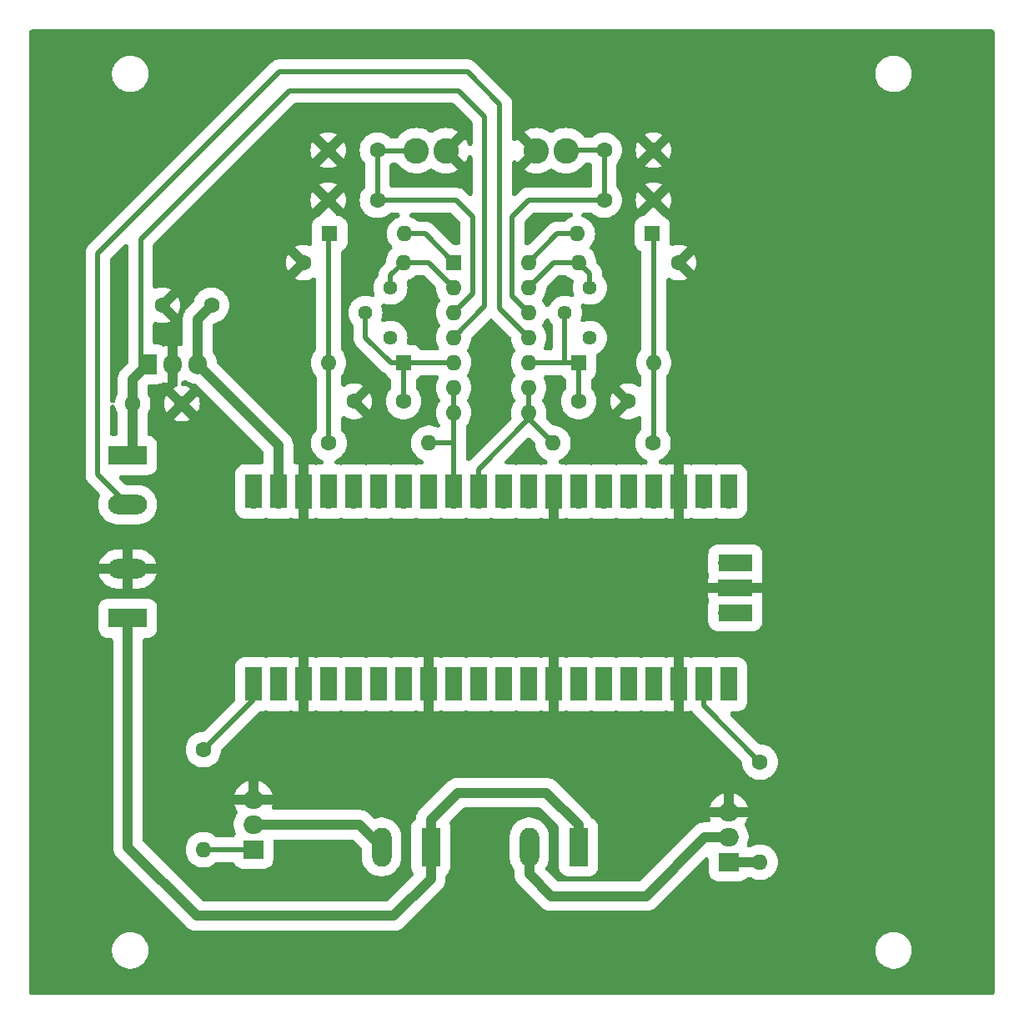
<source format=gbr>
%TF.GenerationSoftware,KiCad,Pcbnew,8.0.1*%
%TF.CreationDate,2024-04-16T18:22:42+01:00*%
%TF.ProjectId,Mouse-Control-Circuit,4d6f7573-652d-4436-9f6e-74726f6c2d43,rev?*%
%TF.SameCoordinates,Original*%
%TF.FileFunction,Copper,L1,Top*%
%TF.FilePolarity,Positive*%
%FSLAX46Y46*%
G04 Gerber Fmt 4.6, Leading zero omitted, Abs format (unit mm)*
G04 Created by KiCad (PCBNEW 8.0.1) date 2024-04-16 18:22:42*
%MOMM*%
%LPD*%
G01*
G04 APERTURE LIST*
%TA.AperFunction,ComponentPad*%
%ADD10O,1.700000X1.700000*%
%TD*%
%TA.AperFunction,SMDPad,CuDef*%
%ADD11R,1.700000X3.500000*%
%TD*%
%TA.AperFunction,ComponentPad*%
%ADD12R,1.700000X1.700000*%
%TD*%
%TA.AperFunction,SMDPad,CuDef*%
%ADD13R,3.500000X1.700000*%
%TD*%
%TA.AperFunction,ComponentPad*%
%ADD14C,1.440000*%
%TD*%
%TA.AperFunction,ComponentPad*%
%ADD15C,1.600000*%
%TD*%
%TA.AperFunction,ComponentPad*%
%ADD16O,1.600000X1.600000*%
%TD*%
%TA.AperFunction,ComponentPad*%
%ADD17R,2.000000X1.905000*%
%TD*%
%TA.AperFunction,ComponentPad*%
%ADD18O,2.000000X1.905000*%
%TD*%
%TA.AperFunction,ComponentPad*%
%ADD19C,2.600000*%
%TD*%
%TA.AperFunction,ComponentPad*%
%ADD20R,1.600000X1.600000*%
%TD*%
%TA.AperFunction,ComponentPad*%
%ADD21R,3.960000X1.980000*%
%TD*%
%TA.AperFunction,ComponentPad*%
%ADD22O,3.960000X1.980000*%
%TD*%
%TA.AperFunction,ComponentPad*%
%ADD23R,1.980000X3.960000*%
%TD*%
%TA.AperFunction,ComponentPad*%
%ADD24O,1.980000X3.960000*%
%TD*%
%TA.AperFunction,ComponentPad*%
%ADD25R,1.905000X2.000000*%
%TD*%
%TA.AperFunction,ComponentPad*%
%ADD26O,1.905000X2.000000*%
%TD*%
%TA.AperFunction,Conductor*%
%ADD27C,0.500000*%
%TD*%
%TA.AperFunction,Conductor*%
%ADD28C,1.000000*%
%TD*%
G04 APERTURE END LIST*
D10*
%TO.P,U2,1,GPIO0*%
%TO.N,/MOTOR_PWM_L*%
X111760000Y-115570000D03*
D11*
X111760000Y-116470000D03*
D10*
%TO.P,U2,2,GPIO1*%
%TO.N,unconnected-(U2-GPIO1-Pad2)*%
X114300000Y-115570000D03*
D11*
X114300000Y-116470000D03*
D12*
%TO.P,U2,3,GND*%
%TO.N,GND*%
X116840000Y-115570000D03*
D11*
X116840000Y-116470000D03*
D10*
%TO.P,U2,4,GPIO2*%
%TO.N,unconnected-(U2-GPIO2-Pad4)*%
X119380000Y-115570000D03*
D11*
X119380000Y-116470000D03*
D10*
%TO.P,U2,5,GPIO3*%
%TO.N,unconnected-(U2-GPIO3-Pad5)*%
X121920000Y-115570000D03*
D11*
X121920000Y-116470000D03*
D10*
%TO.P,U2,6,GPIO4*%
%TO.N,unconnected-(U2-GPIO4-Pad6)*%
X124460000Y-115570000D03*
D11*
X124460000Y-116470000D03*
D10*
%TO.P,U2,7,GPIO5*%
%TO.N,unconnected-(U2-GPIO5-Pad7)*%
X127000000Y-115570000D03*
D11*
X127000000Y-116470000D03*
D12*
%TO.P,U2,8,GND*%
%TO.N,GND*%
X129540000Y-115570000D03*
D11*
X129540000Y-116470000D03*
D10*
%TO.P,U2,9,GPIO6*%
%TO.N,unconnected-(U2-GPIO6-Pad9)*%
X132080000Y-115570000D03*
D11*
X132080000Y-116470000D03*
D10*
%TO.P,U2,10,GPIO7*%
%TO.N,unconnected-(U2-GPIO7-Pad10)*%
X134620000Y-115570000D03*
D11*
X134620000Y-116470000D03*
D10*
%TO.P,U2,11,GPIO8*%
%TO.N,unconnected-(U2-GPIO8-Pad11)*%
X137160000Y-115570000D03*
D11*
X137160000Y-116470000D03*
D10*
%TO.P,U2,12,GPIO9*%
%TO.N,unconnected-(U2-GPIO9-Pad12)*%
X139700000Y-115570000D03*
D11*
X139700000Y-116470000D03*
D12*
%TO.P,U2,13,GND*%
%TO.N,GND*%
X142240000Y-115570000D03*
D11*
X142240000Y-116470000D03*
D10*
%TO.P,U2,14,GPIO10*%
%TO.N,unconnected-(U2-GPIO10-Pad14)*%
X144780000Y-115570000D03*
D11*
X144780000Y-116470000D03*
D10*
%TO.P,U2,15,GPIO11*%
%TO.N,unconnected-(U2-GPIO11-Pad15)*%
X147320000Y-115570000D03*
D11*
X147320000Y-116470000D03*
D10*
%TO.P,U2,16,GPIO12*%
%TO.N,unconnected-(U2-GPIO12-Pad16)*%
X149860000Y-115570000D03*
D11*
X149860000Y-116470000D03*
D10*
%TO.P,U2,17,GPIO13*%
%TO.N,unconnected-(U2-GPIO13-Pad17)*%
X152400000Y-115570000D03*
D11*
X152400000Y-116470000D03*
D12*
%TO.P,U2,18,GND*%
%TO.N,GND*%
X154940000Y-115570000D03*
D11*
X154940000Y-116470000D03*
D10*
%TO.P,U2,19,GPIO14*%
%TO.N,/MOTOR_PWM_R*%
X157480000Y-115570000D03*
D11*
X157480000Y-116470000D03*
D10*
%TO.P,U2,20,GPIO15*%
%TO.N,unconnected-(U2-GPIO15-Pad20)*%
X160020000Y-115570000D03*
D11*
X160020000Y-116470000D03*
D10*
%TO.P,U2,21,GPIO16*%
%TO.N,unconnected-(U2-GPIO16-Pad21)*%
X160020000Y-97790000D03*
D11*
X160020000Y-96890000D03*
D10*
%TO.P,U2,22,GPIO17*%
%TO.N,unconnected-(U2-GPIO17-Pad22)*%
X157480000Y-97790000D03*
D11*
X157480000Y-96890000D03*
D12*
%TO.P,U2,23,GND*%
%TO.N,GND*%
X154940000Y-97790000D03*
D11*
X154940000Y-96890000D03*
D10*
%TO.P,U2,24,GPIO18*%
%TO.N,unconnected-(U2-GPIO18-Pad24)*%
X152400000Y-97790000D03*
D11*
X152400000Y-96890000D03*
D10*
%TO.P,U2,25,GPIO19*%
%TO.N,unconnected-(U2-GPIO19-Pad25)*%
X149860000Y-97790000D03*
D11*
X149860000Y-96890000D03*
D10*
%TO.P,U2,26,GPIO20*%
%TO.N,unconnected-(U2-GPIO20-Pad26)*%
X147320000Y-97790000D03*
D11*
X147320000Y-96890000D03*
D10*
%TO.P,U2,27,GPIO21*%
%TO.N,unconnected-(U2-GPIO21-Pad27)*%
X144780000Y-97790000D03*
D11*
X144780000Y-96890000D03*
D12*
%TO.P,U2,28,GND*%
%TO.N,GND*%
X142240000Y-97790000D03*
D11*
X142240000Y-96890000D03*
D10*
%TO.P,U2,29,GPIO22*%
%TO.N,unconnected-(U2-GPIO22-Pad29)*%
X139700000Y-97790000D03*
D11*
X139700000Y-96890000D03*
D10*
%TO.P,U2,30,RUN*%
%TO.N,unconnected-(U2-RUN-Pad30)*%
X137160000Y-97790000D03*
D11*
X137160000Y-96890000D03*
D10*
%TO.P,U2,31,GPIO26_ADC0*%
%TO.N,/PEAK_OUT_R*%
X134620000Y-97790000D03*
D11*
X134620000Y-96890000D03*
D10*
%TO.P,U2,32,GPIO27_ADC1*%
%TO.N,/PEAK_OUT_L*%
X132080000Y-97790000D03*
D11*
X132080000Y-96890000D03*
D12*
%TO.P,U2,33,AGND*%
%TO.N,unconnected-(U2-AGND-Pad33)*%
X129540000Y-97790000D03*
D11*
X129540000Y-96890000D03*
D10*
%TO.P,U2,34,GPIO28_ADC2*%
%TO.N,/Boost Converter Feedback*%
X127000000Y-97790000D03*
D11*
X127000000Y-96890000D03*
D10*
%TO.P,U2,35,ADC_VREF*%
%TO.N,unconnected-(U2-ADC_VREF-Pad35)*%
X124460000Y-97790000D03*
D11*
X124460000Y-96890000D03*
D10*
%TO.P,U2,36,3V3*%
%TO.N,unconnected-(U2-3V3-Pad36)*%
X121920000Y-97790000D03*
D11*
X121920000Y-96890000D03*
D10*
%TO.P,U2,37,3V3_EN*%
%TO.N,unconnected-(U2-3V3_EN-Pad37)*%
X119380000Y-97790000D03*
D11*
X119380000Y-96890000D03*
D12*
%TO.P,U2,38,GND*%
%TO.N,GND*%
X116840000Y-97790000D03*
D11*
X116840000Y-96890000D03*
D10*
%TO.P,U2,39,VSYS*%
%TO.N,+5V*%
X114300000Y-97790000D03*
D11*
X114300000Y-96890000D03*
D10*
%TO.P,U2,40,VBUS*%
%TO.N,unconnected-(U2-VBUS-Pad40)*%
X111760000Y-97790000D03*
D11*
X111760000Y-96890000D03*
D10*
%TO.P,U2,41,SWCLK*%
%TO.N,unconnected-(U2-SWCLK-Pad41)*%
X159790000Y-109220000D03*
D13*
X160690000Y-109220000D03*
D12*
%TO.P,U2,42,GND*%
%TO.N,GND*%
X159790000Y-106680000D03*
D13*
X160690000Y-106680000D03*
D10*
%TO.P,U2,43,SWDIO*%
%TO.N,unconnected-(U2-SWDIO-Pad43)*%
X159790000Y-104140000D03*
D13*
X160690000Y-104140000D03*
%TD*%
D14*
%TO.P,RV2,1,1*%
%TO.N,Net-(U1D--)*%
X145925000Y-76224999D03*
%TO.P,RV2,2,2*%
%TO.N,Net-(D4-K)*%
X143385000Y-78764999D03*
%TO.P,RV2,3,3*%
%TO.N,unconnected-(RV2-Pad3)*%
X145925000Y-81304998D03*
%TD*%
%TO.P,RV1,1,1*%
%TO.N,Net-(U1A--)*%
X125675000Y-76225001D03*
%TO.P,RV1,2,2*%
%TO.N,Net-(D2-K)*%
X123135000Y-78765001D03*
%TO.P,RV1,3,3*%
%TO.N,unconnected-(RV1-Pad3)*%
X125675000Y-81305000D03*
%TD*%
D15*
%TO.P,C5,1*%
%TO.N,/SINE_IN_R*%
X147370001Y-62260000D03*
%TO.P,C5,2*%
%TO.N,GND*%
X152370001Y-62260000D03*
%TD*%
%TO.P,R4,1*%
%TO.N,/MOTOR_PWM_L*%
X106680000Y-123110001D03*
D16*
%TO.P,R4,2*%
%TO.N,Net-(Q1-B)*%
X106680000Y-133270001D03*
%TD*%
D15*
%TO.P,R11,1*%
%TO.N,Net-(D3-K)*%
X152330000Y-92000000D03*
D16*
%TO.P,R11,2*%
%TO.N,/PEAK_OUT_R*%
X142170000Y-92000000D03*
%TD*%
D17*
%TO.P,Q2,1,B*%
%TO.N,Net-(Q2-B)*%
X160020000Y-134540000D03*
D18*
%TO.P,Q2,2,C*%
%TO.N,Net-(M2--)*%
X160020000Y-132000000D03*
%TO.P,Q2,3,E*%
%TO.N,GND*%
X160020000Y-129460000D03*
%TD*%
D15*
%TO.P,C11,1*%
%TO.N,+5V*%
X107500000Y-78000000D03*
%TO.P,C11,2*%
%TO.N,GND*%
X102500000Y-78000000D03*
%TD*%
D17*
%TO.P,Q1,1,B*%
%TO.N,Net-(Q1-B)*%
X111760000Y-133270000D03*
D18*
%TO.P,Q1,2,C*%
%TO.N,Net-(M1--)*%
X111760000Y-130730000D03*
%TO.P,Q1,3,E*%
%TO.N,GND*%
X111760000Y-128190000D03*
%TD*%
D15*
%TO.P,C1,1*%
%TO.N,GND*%
X122000000Y-87750000D03*
%TO.P,C1,2*%
%TO.N,Net-(D2-K)*%
X127000000Y-87750000D03*
%TD*%
D19*
%TO.P,L2,1,1*%
%TO.N,/SINE_IN_R*%
X143500000Y-62300000D03*
%TO.P,L2,2,2*%
%TO.N,GND*%
X140500000Y-62300000D03*
%TD*%
D20*
%TO.P,D1,1,K*%
%TO.N,Net-(D1-K)*%
X119500000Y-70750000D03*
D16*
%TO.P,D1,2,A*%
%TO.N,Net-(D1-A)*%
X127120000Y-70750000D03*
%TD*%
D15*
%TO.P,R6,1*%
%TO.N,GND*%
X154940000Y-73660000D03*
D16*
%TO.P,R6,2*%
%TO.N,Net-(U1D--)*%
X144780000Y-73660000D03*
%TD*%
D15*
%TO.P,C10,1*%
%TO.N,+9V*%
X99500000Y-88000000D03*
%TO.P,C10,2*%
%TO.N,GND*%
X104500000Y-88000000D03*
%TD*%
D20*
%TO.P,D4,1,K*%
%TO.N,Net-(D4-K)*%
X144780000Y-83820000D03*
D16*
%TO.P,D4,2,A*%
%TO.N,Net-(D3-K)*%
X152400000Y-83820000D03*
%TD*%
D19*
%TO.P,L1,1,1*%
%TO.N,/SINE_IN_L*%
X128300000Y-62300000D03*
%TO.P,L1,2,2*%
%TO.N,GND*%
X131300000Y-62300000D03*
%TD*%
D15*
%TO.P,R3,1*%
%TO.N,GND*%
X116840000Y-73660000D03*
D16*
%TO.P,R3,2*%
%TO.N,Net-(U1A--)*%
X127000000Y-73660000D03*
%TD*%
D15*
%TO.P,C2,1*%
%TO.N,GND*%
X149780000Y-87750000D03*
%TO.P,C2,2*%
%TO.N,Net-(D4-K)*%
X144780000Y-87750000D03*
%TD*%
%TO.P,R1,1*%
%TO.N,Net-(D1-K)*%
X119420000Y-92000000D03*
D16*
%TO.P,R1,2*%
%TO.N,/PEAK_OUT_L*%
X129580000Y-92000000D03*
%TD*%
D21*
%TO.P,J2,1,Pin_1*%
%TO.N,+9V*%
X99000000Y-93235000D03*
D22*
%TO.P,J2,2,Pin_2*%
%TO.N,-9V*%
X99000000Y-98235000D03*
%TD*%
D20*
%TO.P,D3,1,K*%
%TO.N,Net-(D3-K)*%
X152250000Y-70750000D03*
D16*
%TO.P,D3,2,A*%
%TO.N,Net-(D3-A)*%
X144630000Y-70750000D03*
%TD*%
D23*
%TO.P,M1,1,+*%
%TO.N,VCC*%
X129765000Y-133000000D03*
D24*
%TO.P,M1,2,-*%
%TO.N,Net-(M1--)*%
X124765000Y-133000000D03*
%TD*%
D22*
%TO.P,J1,2,Pin_2*%
%TO.N,GND*%
X99000000Y-104765000D03*
D21*
%TO.P,J1,1,Pin_1*%
%TO.N,VCC*%
X99000000Y-109765000D03*
%TD*%
D20*
%TO.P,D2,1,K*%
%TO.N,Net-(D2-K)*%
X127000000Y-83820000D03*
D16*
%TO.P,D2,2,A*%
%TO.N,Net-(D1-K)*%
X119380000Y-83820000D03*
%TD*%
D15*
%TO.P,R9,1*%
%TO.N,/MOTOR_PWM_R*%
X163195000Y-124380000D03*
D16*
%TO.P,R9,2*%
%TO.N,Net-(Q2-B)*%
X163195000Y-134540000D03*
%TD*%
D15*
%TO.P,C3,1*%
%TO.N,/SINE_IN_L*%
X124350001Y-62255000D03*
%TO.P,C3,2*%
%TO.N,GND*%
X119350001Y-62255000D03*
%TD*%
D23*
%TO.P,M2,1,+*%
%TO.N,VCC*%
X144765000Y-133000000D03*
D24*
%TO.P,M2,2,-*%
%TO.N,Net-(M2--)*%
X139765000Y-133000000D03*
%TD*%
D25*
%TO.P,U3,1,IN*%
%TO.N,+9V*%
X101000000Y-84000000D03*
D26*
%TO.P,U3,2,GND*%
%TO.N,GND*%
X103540000Y-84000000D03*
%TO.P,U3,3,OUT*%
%TO.N,+5V*%
X106080000Y-84000000D03*
%TD*%
D20*
%TO.P,U1,1*%
%TO.N,Net-(D1-A)*%
X132090000Y-73655000D03*
D16*
%TO.P,U1,2,-*%
%TO.N,Net-(U1A--)*%
X132090000Y-76195000D03*
%TO.P,U1,3,+*%
%TO.N,/SINE_IN_L*%
X132090000Y-78735000D03*
%TO.P,U1,4,V+*%
%TO.N,+9V*%
X132090000Y-81275000D03*
%TO.P,U1,5,+*%
%TO.N,Net-(D2-K)*%
X132090000Y-83815000D03*
%TO.P,U1,6,-*%
%TO.N,/PEAK_OUT_L*%
X132090000Y-86355000D03*
%TO.P,U1,7*%
X132090000Y-88895000D03*
%TO.P,U1,8*%
%TO.N,/PEAK_OUT_R*%
X139710000Y-88895000D03*
%TO.P,U1,9,-*%
X139710000Y-86355000D03*
%TO.P,U1,10,+*%
%TO.N,Net-(D4-K)*%
X139710000Y-83815000D03*
%TO.P,U1,11,V-*%
%TO.N,-9V*%
X139710000Y-81275000D03*
%TO.P,U1,12,+*%
%TO.N,/SINE_IN_R*%
X139710000Y-78735000D03*
%TO.P,U1,13,-*%
%TO.N,Net-(U1D--)*%
X139710000Y-76195000D03*
%TO.P,U1,14*%
%TO.N,Net-(D3-A)*%
X139710000Y-73655000D03*
%TD*%
D15*
%TO.P,C6,1*%
%TO.N,/SINE_IN_R*%
X147370001Y-67310000D03*
%TO.P,C6,2*%
%TO.N,GND*%
X152370001Y-67310000D03*
%TD*%
%TO.P,C4,1*%
%TO.N,/SINE_IN_L*%
X124350001Y-67335000D03*
%TO.P,C4,2*%
%TO.N,GND*%
X119350001Y-67335000D03*
%TD*%
D27*
%TO.N,-9V*%
X99000000Y-98235000D02*
X95970000Y-95205000D01*
X95970000Y-95205000D02*
X95970000Y-72730000D01*
X133500000Y-54300000D02*
X136750000Y-57550000D01*
X95970000Y-72730000D02*
X114400000Y-54300000D01*
X114400000Y-54300000D02*
X133500000Y-54300000D01*
X136750000Y-57550000D02*
X136750000Y-78315000D01*
X136750000Y-78315000D02*
X139710000Y-81275000D01*
%TO.N,+9V*%
X132090000Y-81275000D02*
X135250000Y-78115000D01*
X135250000Y-58850000D02*
X132600000Y-56200000D01*
X115400000Y-56200000D02*
X100300000Y-71300000D01*
X135250000Y-78115000D02*
X135250000Y-58850000D01*
X132600000Y-56200000D02*
X115400000Y-56200000D01*
X100300000Y-71300000D02*
X100300000Y-83300000D01*
X100300000Y-83300000D02*
X101000000Y-84000000D01*
%TO.N,/SINE_IN_L*%
X124350001Y-62255000D02*
X124350001Y-67335000D01*
X128300000Y-62300000D02*
X124395001Y-62300000D01*
X124395001Y-62300000D02*
X124350001Y-62255000D01*
%TO.N,/SINE_IN_R*%
X147370001Y-62260000D02*
X147370001Y-67310000D01*
X147370001Y-62260000D02*
X143540000Y-62260000D01*
X143540000Y-62260000D02*
X143500000Y-62300000D01*
%TO.N,/MOTOR_PWM_R*%
X163195000Y-124380000D02*
X157480000Y-118665000D01*
X157480000Y-118665000D02*
X157480000Y-115570000D01*
%TO.N,/MOTOR_PWM_L*%
X111760000Y-115570000D02*
X111760000Y-118030001D01*
X111760000Y-118030001D02*
X106680000Y-123110001D01*
%TO.N,Net-(D3-A)*%
X144630000Y-70750000D02*
X142615000Y-70750000D01*
X142615000Y-70750000D02*
X139710000Y-73655000D01*
%TO.N,Net-(D1-A)*%
X127120000Y-70750000D02*
X129185000Y-70750000D01*
X129185000Y-70750000D02*
X132090000Y-73655000D01*
%TO.N,Net-(D3-K)*%
X152400000Y-83820000D02*
X152400000Y-70900000D01*
X152400000Y-70900000D02*
X152250000Y-70750000D01*
%TO.N,Net-(D1-K)*%
X119380000Y-83820000D02*
X119380000Y-70870000D01*
X119380000Y-70870000D02*
X119500000Y-70750000D01*
%TO.N,Net-(U1A--)*%
X127000000Y-73660000D02*
X125675000Y-74985000D01*
X125675000Y-74985000D02*
X125675000Y-76225001D01*
%TO.N,Net-(D4-K)*%
X143385000Y-78764999D02*
X143385000Y-83680000D01*
X143385000Y-83680000D02*
X143250000Y-83815000D01*
%TO.N,Net-(U1D--)*%
X145925000Y-76224999D02*
X145925000Y-74805000D01*
X145925000Y-74805000D02*
X144780000Y-73660000D01*
%TO.N,Net-(D2-K)*%
X123135000Y-78765001D02*
X123135000Y-81255000D01*
X123135000Y-81255000D02*
X125700000Y-83820000D01*
X125700000Y-83820000D02*
X127000000Y-83820000D01*
%TO.N,Net-(D3-K)*%
X152330000Y-92000000D02*
X152400000Y-91930000D01*
X152400000Y-91930000D02*
X152400000Y-83820000D01*
%TO.N,Net-(D4-K)*%
X144780000Y-83820000D02*
X144780000Y-87750000D01*
%TO.N,Net-(D1-K)*%
X119420000Y-92000000D02*
X119420000Y-83860000D01*
X119420000Y-83860000D02*
X119380000Y-83820000D01*
%TO.N,/PEAK_OUT_R*%
X139710000Y-89540000D02*
X134620000Y-94630000D01*
X134620000Y-94630000D02*
X134620000Y-97790000D01*
X139710000Y-88895000D02*
X139710000Y-89540000D01*
X139710000Y-89540000D02*
X142170000Y-92000000D01*
%TO.N,Net-(D2-K)*%
X127000000Y-83820000D02*
X127000000Y-87750000D01*
%TO.N,/PEAK_OUT_L*%
X132090000Y-92000000D02*
X132090000Y-97780000D01*
X132090000Y-88895000D02*
X132090000Y-92000000D01*
X132090000Y-92000000D02*
X129580000Y-92000000D01*
%TO.N,Net-(D2-K)*%
X127005000Y-83815000D02*
X127000000Y-83820000D01*
X132090000Y-83815000D02*
X127005000Y-83815000D01*
%TO.N,Net-(D4-K)*%
X139710000Y-83815000D02*
X144775000Y-83815000D01*
X144775000Y-83815000D02*
X144780000Y-83820000D01*
%TO.N,/SINE_IN_L*%
X132335000Y-67335000D02*
X134000000Y-69000000D01*
X134000000Y-76825000D02*
X132090000Y-78735000D01*
X134000000Y-69000000D02*
X134000000Y-76825000D01*
X124350001Y-67335000D02*
X132335000Y-67335000D01*
%TO.N,/SINE_IN_R*%
X147370001Y-67310000D02*
X139690000Y-67310000D01*
X139690000Y-67310000D02*
X138000000Y-69000000D01*
X138000000Y-69000000D02*
X138000000Y-77025000D01*
X138000000Y-77025000D02*
X139710000Y-78735000D01*
D28*
%TO.N,VCC*%
X129765000Y-130235000D02*
X132500000Y-127500000D01*
X141500000Y-127500000D02*
X144765000Y-130765000D01*
X129765000Y-136235000D02*
X129765000Y-133000000D01*
X129765000Y-133000000D02*
X129765000Y-130235000D01*
X99000000Y-133000000D02*
X106000000Y-140000000D01*
X132500000Y-127500000D02*
X141500000Y-127500000D01*
X106000000Y-140000000D02*
X126000000Y-140000000D01*
X126000000Y-140000000D02*
X129765000Y-136235000D01*
X144765000Y-130765000D02*
X144765000Y-133000000D01*
X99000000Y-109765000D02*
X99000000Y-133000000D01*
D27*
%TO.N,/PEAK_OUT_L*%
X132090000Y-97780000D02*
X132080000Y-97790000D01*
X132090000Y-88895000D02*
X132090000Y-86355000D01*
X132085000Y-86360000D02*
X132090000Y-86355000D01*
%TO.N,Net-(U1A--)*%
X132090000Y-76195000D02*
X132075000Y-76195000D01*
X127000000Y-73660000D02*
X129540000Y-73660000D01*
X132075000Y-76195000D02*
X129540000Y-73660000D01*
%TO.N,/PEAK_OUT_R*%
X139710000Y-86355000D02*
X139710000Y-88895000D01*
X139715000Y-86360000D02*
X139710000Y-86355000D01*
%TO.N,Net-(U1D--)*%
X139710000Y-76195000D02*
X139710000Y-76190000D01*
X139710000Y-76190000D02*
X142240000Y-73660000D01*
X142240000Y-73660000D02*
X144780000Y-73660000D01*
D28*
%TO.N,+5V*%
X107500000Y-78000000D02*
X106080000Y-79420000D01*
X106080000Y-79420000D02*
X106080000Y-84000000D01*
X106080000Y-84000000D02*
X114300000Y-92220000D01*
X114300000Y-92220000D02*
X114300000Y-97790000D01*
D27*
%TO.N,Net-(Q1-B)*%
X111760000Y-133270000D02*
X106680000Y-133270001D01*
D28*
%TO.N,Net-(Q2-B)*%
X160020000Y-134540000D02*
X163195000Y-134540000D01*
%TO.N,+9V*%
X99500000Y-85500000D02*
X99500000Y-86500000D01*
X99500000Y-92735000D02*
X99000000Y-93235000D01*
X99500000Y-86500000D02*
X99500000Y-88000000D01*
X99500000Y-88000000D02*
X99500000Y-92735000D01*
X101000000Y-84000000D02*
X99500000Y-85500000D01*
%TO.N,Net-(M1--)*%
X122495000Y-130730000D02*
X111760000Y-130730000D01*
X124765000Y-133000000D02*
X122495000Y-130730000D01*
%TO.N,Net-(M2--)*%
X142000000Y-138000000D02*
X151603750Y-138000000D01*
X157603750Y-132000000D02*
X160020000Y-132000000D01*
X151603750Y-138000000D02*
X157603750Y-132000000D01*
X139765000Y-135765000D02*
X142000000Y-138000000D01*
X139765000Y-133000000D02*
X139765000Y-135765000D01*
%TD*%
%TA.AperFunction,Conductor*%
%TO.N,GND*%
G36*
X132074174Y-57469454D02*
G01*
X132154956Y-57523430D01*
X133926570Y-59295044D01*
X133980546Y-59375826D01*
X133999500Y-59471114D01*
X133999500Y-61588987D01*
X133980546Y-61684275D01*
X133926570Y-61765057D01*
X133845788Y-61819033D01*
X133750500Y-61837987D01*
X133655212Y-61819033D01*
X133574430Y-61765057D01*
X133520454Y-61684275D01*
X133514715Y-61669026D01*
X133429483Y-61417945D01*
X133429476Y-61417926D01*
X133296134Y-61147537D01*
X133296133Y-61147535D01*
X133241434Y-61065672D01*
X132007107Y-62299999D01*
X133241435Y-63534327D01*
X133241436Y-63534327D01*
X133296128Y-63452473D01*
X133296129Y-63452472D01*
X133429476Y-63182073D01*
X133429483Y-63182055D01*
X133514715Y-62930973D01*
X133563292Y-62846835D01*
X133640371Y-62787690D01*
X133734215Y-62762545D01*
X133830539Y-62775227D01*
X133914677Y-62823804D01*
X133973822Y-62900883D01*
X133998967Y-62994727D01*
X133999500Y-63011012D01*
X133999500Y-66629886D01*
X133980546Y-66725174D01*
X133926570Y-66805956D01*
X133845788Y-66859932D01*
X133750500Y-66878886D01*
X133655212Y-66859932D01*
X133574431Y-66805956D01*
X133149647Y-66381173D01*
X133115238Y-66356173D01*
X132990405Y-66265476D01*
X132815026Y-66176116D01*
X132815023Y-66176115D01*
X132815021Y-66176114D01*
X132627823Y-66115290D01*
X132433428Y-66084501D01*
X132433419Y-66084500D01*
X132433417Y-66084500D01*
X132433413Y-66084500D01*
X125849501Y-66084500D01*
X125754213Y-66065546D01*
X125673431Y-66011570D01*
X125619455Y-65930788D01*
X125600501Y-65835500D01*
X125600501Y-63799500D01*
X125619455Y-63704212D01*
X125673431Y-63623430D01*
X125754213Y-63569454D01*
X125849501Y-63550500D01*
X126235677Y-63550500D01*
X126330965Y-63569454D01*
X126411747Y-63623430D01*
X126442714Y-63661165D01*
X126470977Y-63703464D01*
X126669802Y-63930179D01*
X126669811Y-63930189D01*
X126896539Y-64129025D01*
X127147282Y-64296566D01*
X127147291Y-64296570D01*
X127147292Y-64296571D01*
X127417734Y-64429939D01*
X127417741Y-64429941D01*
X127417748Y-64429945D01*
X127603234Y-64492909D01*
X127703302Y-64526878D01*
X127703306Y-64526879D01*
X127703309Y-64526880D01*
X127855339Y-64557121D01*
X127999069Y-64585711D01*
X127999074Y-64585711D01*
X127999080Y-64585713D01*
X128300000Y-64605436D01*
X128600920Y-64585713D01*
X128896691Y-64526880D01*
X129182252Y-64429945D01*
X129182261Y-64429940D01*
X129182265Y-64429939D01*
X129315267Y-64364349D01*
X129452718Y-64296566D01*
X129662113Y-64156652D01*
X129751871Y-64119474D01*
X129849026Y-64119473D01*
X129938786Y-64156653D01*
X130147530Y-64296131D01*
X130417926Y-64429476D01*
X130417945Y-64429483D01*
X130703431Y-64526394D01*
X130703438Y-64526395D01*
X130999135Y-64585214D01*
X130999147Y-64585216D01*
X131300000Y-64604934D01*
X131600852Y-64585216D01*
X131600864Y-64585214D01*
X131896561Y-64526395D01*
X131896568Y-64526394D01*
X132182054Y-64429483D01*
X132182073Y-64429476D01*
X132452472Y-64296129D01*
X132452473Y-64296128D01*
X132534327Y-64241436D01*
X132534327Y-64241435D01*
X131242893Y-62950000D01*
X131364019Y-62950000D01*
X131489598Y-62925021D01*
X131607890Y-62876022D01*
X131714351Y-62804888D01*
X131804888Y-62714351D01*
X131876022Y-62607890D01*
X131925021Y-62489598D01*
X131950000Y-62364019D01*
X131950000Y-62235981D01*
X131925021Y-62110402D01*
X131876022Y-61992110D01*
X131804888Y-61885649D01*
X131714351Y-61795112D01*
X131607890Y-61723978D01*
X131489598Y-61674979D01*
X131364019Y-61650000D01*
X131242894Y-61650000D01*
X131300001Y-61592893D01*
X132534327Y-60358564D01*
X132452469Y-60303868D01*
X132182073Y-60170523D01*
X132182054Y-60170516D01*
X131896568Y-60073605D01*
X131896561Y-60073604D01*
X131600864Y-60014785D01*
X131600852Y-60014783D01*
X131300000Y-59995065D01*
X130999147Y-60014783D01*
X130999135Y-60014785D01*
X130703438Y-60073604D01*
X130703431Y-60073605D01*
X130417945Y-60170516D01*
X130417926Y-60170523D01*
X130147543Y-60303862D01*
X130147529Y-60303870D01*
X129938785Y-60443347D01*
X129849025Y-60480526D01*
X129751870Y-60480525D01*
X129662112Y-60443346D01*
X129452724Y-60303438D01*
X129452723Y-60303437D01*
X129452718Y-60303434D01*
X129452713Y-60303431D01*
X129452707Y-60303428D01*
X129182265Y-60170060D01*
X129182253Y-60170055D01*
X129182252Y-60170055D01*
X129172476Y-60166736D01*
X128896697Y-60073121D01*
X128896689Y-60073119D01*
X128600930Y-60014288D01*
X128600918Y-60014286D01*
X128300000Y-59994564D01*
X127999081Y-60014286D01*
X127999069Y-60014288D01*
X127703310Y-60073119D01*
X127703302Y-60073121D01*
X127417753Y-60170053D01*
X127417734Y-60170060D01*
X127147292Y-60303428D01*
X127147275Y-60303438D01*
X126896539Y-60470974D01*
X126669819Y-60669803D01*
X126669802Y-60669820D01*
X126470977Y-60896535D01*
X126442714Y-60938835D01*
X126374016Y-61007535D01*
X126284256Y-61044715D01*
X126235677Y-61049500D01*
X125795628Y-61049500D01*
X125700340Y-61030546D01*
X125626265Y-60983030D01*
X125475739Y-60843362D01*
X125252779Y-60691350D01*
X125252774Y-60691348D01*
X125009650Y-60574265D01*
X125009645Y-60574263D01*
X125009642Y-60574262D01*
X124751773Y-60494720D01*
X124484930Y-60454500D01*
X124215072Y-60454500D01*
X124014939Y-60484665D01*
X123948228Y-60494720D01*
X123690354Y-60574264D01*
X123447228Y-60691348D01*
X123224258Y-60843366D01*
X123026438Y-61026916D01*
X122858190Y-61237892D01*
X122858189Y-61237892D01*
X122723258Y-61471601D01*
X122723257Y-61471604D01*
X122624668Y-61722801D01*
X122624664Y-61722812D01*
X122564617Y-61985899D01*
X122544452Y-62255000D01*
X122564617Y-62524100D01*
X122624664Y-62787187D01*
X122624668Y-62787198D01*
X122631611Y-62804888D01*
X122723258Y-63038398D01*
X122806311Y-63182252D01*
X122858189Y-63272107D01*
X123026439Y-63483085D01*
X123032775Y-63489913D01*
X123030613Y-63491918D01*
X123076657Y-63555329D01*
X123099312Y-63649806D01*
X123099501Y-63659513D01*
X123099501Y-65930486D01*
X123080547Y-66025774D01*
X123031618Y-66099002D01*
X123032781Y-66100081D01*
X123026445Y-66106909D01*
X123026440Y-66106914D01*
X123026440Y-66106915D01*
X122991192Y-66151114D01*
X122858187Y-66317896D01*
X122723258Y-66551601D01*
X122723257Y-66551604D01*
X122624668Y-66802801D01*
X122624664Y-66802812D01*
X122564617Y-67065899D01*
X122544452Y-67335000D01*
X122564617Y-67604100D01*
X122624664Y-67867187D01*
X122624667Y-67867195D01*
X122723258Y-68118398D01*
X122772911Y-68204401D01*
X122858189Y-68352107D01*
X123025246Y-68561588D01*
X123026440Y-68563085D01*
X123224260Y-68746635D01*
X123447227Y-68898651D01*
X123690360Y-69015738D01*
X123948229Y-69095280D01*
X124215072Y-69135500D01*
X124215075Y-69135500D01*
X124484927Y-69135500D01*
X124484930Y-69135500D01*
X124751773Y-69095280D01*
X125009642Y-69015738D01*
X125252776Y-68898651D01*
X125475742Y-68746635D01*
X125577767Y-68651969D01*
X125660509Y-68601052D01*
X125747129Y-68585500D01*
X126376969Y-68585500D01*
X126472257Y-68604454D01*
X126553039Y-68658430D01*
X126607015Y-68739212D01*
X126625969Y-68834500D01*
X126607015Y-68929788D01*
X126553039Y-69010570D01*
X126472257Y-69064546D01*
X126467929Y-69066292D01*
X126460364Y-69069260D01*
X126460359Y-69069262D01*
X126460353Y-69069264D01*
X126460350Y-69069266D01*
X126217227Y-69186348D01*
X125994257Y-69338366D01*
X125796437Y-69521916D01*
X125628189Y-69732892D01*
X125628188Y-69732892D01*
X125493257Y-69966601D01*
X125493256Y-69966604D01*
X125394667Y-70217801D01*
X125394663Y-70217812D01*
X125334616Y-70480899D01*
X125314451Y-70750000D01*
X125334616Y-71019100D01*
X125394663Y-71282187D01*
X125394667Y-71282198D01*
X125493256Y-71533395D01*
X125493257Y-71533398D01*
X125628188Y-71767107D01*
X125796438Y-71978085D01*
X125797834Y-71979589D01*
X125798497Y-71980666D01*
X125802248Y-71985370D01*
X125801673Y-71985828D01*
X125848755Y-72062330D01*
X125864136Y-72158260D01*
X125841636Y-72252773D01*
X125784679Y-72331482D01*
X125784673Y-72331488D01*
X125676437Y-72431915D01*
X125508189Y-72642892D01*
X125508188Y-72642892D01*
X125373257Y-72876601D01*
X125373256Y-72876604D01*
X125274667Y-73127801D01*
X125274663Y-73127812D01*
X125214616Y-73390899D01*
X125198351Y-73607946D01*
X125172329Y-73701551D01*
X125126117Y-73765407D01*
X124721172Y-74170353D01*
X124721170Y-74170356D01*
X124605475Y-74329596D01*
X124516116Y-74504973D01*
X124516113Y-74504981D01*
X124482372Y-74608827D01*
X124455290Y-74692176D01*
X124424501Y-74886571D01*
X124424500Y-74886587D01*
X124424500Y-74946481D01*
X124405546Y-75041769D01*
X124370176Y-75101730D01*
X124249474Y-75253085D01*
X124249473Y-75253085D01*
X124120536Y-75476413D01*
X124120535Y-75476414D01*
X124026324Y-75716460D01*
X123968945Y-75967857D01*
X123949676Y-76225001D01*
X123968945Y-76482144D01*
X124026325Y-76733543D01*
X124063325Y-76827818D01*
X124080493Y-76923444D01*
X124059761Y-77018361D01*
X124004283Y-77098119D01*
X123922506Y-77150575D01*
X123826880Y-77167743D01*
X123758142Y-77156724D01*
X123518926Y-77082935D01*
X123518922Y-77082934D01*
X123518921Y-77082934D01*
X123263934Y-77044501D01*
X123006066Y-77044501D01*
X122751079Y-77082934D01*
X122751078Y-77082934D01*
X122751073Y-77082935D01*
X122504676Y-77158939D01*
X122504662Y-77158944D01*
X122272343Y-77270823D01*
X122059281Y-77416086D01*
X122059272Y-77416093D01*
X121870246Y-77591483D01*
X121709474Y-77793085D01*
X121709473Y-77793085D01*
X121652434Y-77891881D01*
X121590013Y-77999999D01*
X121580536Y-78016413D01*
X121580535Y-78016414D01*
X121486324Y-78256460D01*
X121428945Y-78507857D01*
X121409676Y-78765001D01*
X121428945Y-79022144D01*
X121486324Y-79273541D01*
X121486326Y-79273548D01*
X121486327Y-79273549D01*
X121497457Y-79301908D01*
X121580531Y-79513577D01*
X121580537Y-79513591D01*
X121692027Y-79706698D01*
X121709473Y-79736916D01*
X121709474Y-79736917D01*
X121830175Y-79888269D01*
X121874768Y-79974586D01*
X121884500Y-80043519D01*
X121884500Y-81353412D01*
X121884501Y-81353428D01*
X121915290Y-81547823D01*
X121915291Y-81547826D01*
X121976116Y-81735026D01*
X122065476Y-81910405D01*
X122181172Y-82069646D01*
X124885354Y-84773829D01*
X125044595Y-84889524D01*
X125201890Y-84969670D01*
X125278185Y-85029817D01*
X125309548Y-85076243D01*
X125355901Y-85164983D01*
X125360302Y-85173407D01*
X125488891Y-85331109D01*
X125621208Y-85438999D01*
X125656380Y-85467678D01*
X125654270Y-85470264D01*
X125706626Y-85521939D01*
X125744392Y-85611453D01*
X125749500Y-85661628D01*
X125749500Y-86345486D01*
X125730546Y-86440774D01*
X125681617Y-86514002D01*
X125682780Y-86515081D01*
X125676444Y-86521909D01*
X125508186Y-86732896D01*
X125373257Y-86966601D01*
X125373256Y-86966604D01*
X125274667Y-87217801D01*
X125274663Y-87217812D01*
X125214616Y-87480899D01*
X125194451Y-87750000D01*
X125214616Y-88019100D01*
X125274663Y-88282187D01*
X125274666Y-88282195D01*
X125373257Y-88533398D01*
X125422910Y-88619401D01*
X125508188Y-88767107D01*
X125676437Y-88978083D01*
X125676439Y-88978085D01*
X125874259Y-89161635D01*
X126097226Y-89313651D01*
X126340359Y-89430738D01*
X126598228Y-89510280D01*
X126865071Y-89550500D01*
X126865074Y-89550500D01*
X127134926Y-89550500D01*
X127134929Y-89550500D01*
X127401772Y-89510280D01*
X127659641Y-89430738D01*
X127902775Y-89313651D01*
X128125741Y-89161635D01*
X128323561Y-88978085D01*
X128491815Y-88767102D01*
X128626743Y-88533398D01*
X128725334Y-88282195D01*
X128785383Y-88019103D01*
X128805549Y-87750000D01*
X128785383Y-87480897D01*
X128742472Y-87292892D01*
X128725336Y-87217812D01*
X128725334Y-87217809D01*
X128725334Y-87217805D01*
X128626743Y-86966602D01*
X128491815Y-86732898D01*
X128323561Y-86521915D01*
X128323555Y-86521909D01*
X128317220Y-86515081D01*
X128319332Y-86513120D01*
X128273107Y-86449155D01*
X128250668Y-86354627D01*
X128250500Y-86345486D01*
X128250500Y-85661628D01*
X128269454Y-85566340D01*
X128323430Y-85485558D01*
X128344316Y-85468531D01*
X128343620Y-85467678D01*
X128378792Y-85438999D01*
X128511109Y-85331109D01*
X128639698Y-85173407D01*
X128639698Y-85173405D01*
X128647678Y-85163620D01*
X128649350Y-85164983D01*
X128705285Y-85108340D01*
X128794808Y-85070596D01*
X128844924Y-85065500D01*
X130324174Y-85065500D01*
X130419462Y-85084454D01*
X130500244Y-85138430D01*
X130554220Y-85219212D01*
X130573174Y-85314500D01*
X130554220Y-85409788D01*
X130539815Y-85438999D01*
X130463260Y-85571595D01*
X130463256Y-85571604D01*
X130364667Y-85822801D01*
X130364663Y-85822812D01*
X130304616Y-86085899D01*
X130284451Y-86355000D01*
X130304616Y-86624100D01*
X130364663Y-86887187D01*
X130364667Y-86887198D01*
X130395916Y-86966818D01*
X130463257Y-87138398D01*
X130598185Y-87372102D01*
X130598189Y-87372107D01*
X130676057Y-87469751D01*
X130720650Y-87556068D01*
X130728815Y-87652880D01*
X130699311Y-87745446D01*
X130676057Y-87780249D01*
X130598189Y-87877892D01*
X130598188Y-87877892D01*
X130463257Y-88111601D01*
X130463256Y-88111604D01*
X130364667Y-88362801D01*
X130364663Y-88362812D01*
X130304616Y-88625899D01*
X130284451Y-88895000D01*
X130304616Y-89164100D01*
X130364663Y-89427187D01*
X130364667Y-89427198D01*
X130372385Y-89446863D01*
X130463257Y-89678398D01*
X130598185Y-89912102D01*
X130598187Y-89912105D01*
X130598188Y-89912106D01*
X130668689Y-90000512D01*
X130713281Y-90086829D01*
X130721446Y-90183640D01*
X130691942Y-90276207D01*
X130629260Y-90350437D01*
X130542943Y-90395029D01*
X130446132Y-90403194D01*
X130365975Y-90380101D01*
X130304377Y-90350437D01*
X130239646Y-90319264D01*
X130239643Y-90319263D01*
X130239641Y-90319262D01*
X129981772Y-90239720D01*
X129714929Y-90199500D01*
X129445071Y-90199500D01*
X129244938Y-90229665D01*
X129178227Y-90239720D01*
X128920353Y-90319264D01*
X128677227Y-90436348D01*
X128454257Y-90588366D01*
X128256437Y-90771916D01*
X128088189Y-90982892D01*
X128088188Y-90982892D01*
X127953257Y-91216601D01*
X127953256Y-91216604D01*
X127854667Y-91467801D01*
X127854663Y-91467812D01*
X127794616Y-91730899D01*
X127774451Y-92000000D01*
X127794616Y-92269100D01*
X127854663Y-92532187D01*
X127854667Y-92532198D01*
X127953256Y-92783395D01*
X127953257Y-92783398D01*
X128088188Y-93017107D01*
X128256437Y-93228083D01*
X128256439Y-93228085D01*
X128454259Y-93411635D01*
X128642369Y-93539886D01*
X128677229Y-93563653D01*
X128823650Y-93634165D01*
X128890086Y-93666159D01*
X128967714Y-93724579D01*
X129017076Y-93808260D01*
X129030657Y-93904461D01*
X129006390Y-93998537D01*
X128947970Y-94076165D01*
X128864289Y-94125527D01*
X128782051Y-94139500D01*
X128631969Y-94139500D01*
X128631956Y-94139501D01*
X128512583Y-94150113D01*
X128338498Y-94199925D01*
X128241672Y-94207915D01*
X128201502Y-94199925D01*
X128081082Y-94165469D01*
X128027418Y-94150114D01*
X127908037Y-94139500D01*
X127908035Y-94139500D01*
X126091968Y-94139500D01*
X126091956Y-94139501D01*
X125972583Y-94150113D01*
X125798498Y-94199925D01*
X125701672Y-94207915D01*
X125661502Y-94199925D01*
X125541082Y-94165469D01*
X125487418Y-94150114D01*
X125368037Y-94139500D01*
X125368035Y-94139500D01*
X123551968Y-94139500D01*
X123551956Y-94139501D01*
X123432583Y-94150113D01*
X123258498Y-94199925D01*
X123161672Y-94207915D01*
X123121502Y-94199925D01*
X123001082Y-94165469D01*
X122947418Y-94150114D01*
X122828037Y-94139500D01*
X122828035Y-94139500D01*
X121011968Y-94139500D01*
X121011956Y-94139501D01*
X120892583Y-94150113D01*
X120718498Y-94199925D01*
X120621672Y-94207915D01*
X120581502Y-94199925D01*
X120461082Y-94165469D01*
X120407418Y-94150114D01*
X120288037Y-94139500D01*
X120288036Y-94139500D01*
X120217952Y-94139500D01*
X120122664Y-94120546D01*
X120041882Y-94066570D01*
X119987906Y-93985788D01*
X119968952Y-93890500D01*
X119987906Y-93795212D01*
X120041882Y-93714430D01*
X120109915Y-93666159D01*
X120174256Y-93635174D01*
X120322775Y-93563651D01*
X120545741Y-93411635D01*
X120743561Y-93228085D01*
X120911815Y-93017102D01*
X121046743Y-92783398D01*
X121145334Y-92532195D01*
X121205383Y-92269103D01*
X121225549Y-92000000D01*
X121205383Y-91730897D01*
X121160417Y-91533889D01*
X121145336Y-91467812D01*
X121145334Y-91467809D01*
X121145334Y-91467805D01*
X121046743Y-91216602D01*
X120911815Y-90982898D01*
X120743561Y-90771915D01*
X120743555Y-90771909D01*
X120737220Y-90765081D01*
X120739332Y-90763120D01*
X120693107Y-90699155D01*
X120670668Y-90604627D01*
X120670500Y-90595486D01*
X120670500Y-89493240D01*
X120689454Y-89397952D01*
X120743430Y-89317170D01*
X120824212Y-89263194D01*
X120919500Y-89244240D01*
X121014788Y-89263194D01*
X121059768Y-89287507D01*
X121097479Y-89313218D01*
X121340535Y-89430268D01*
X121340540Y-89430270D01*
X121598333Y-89509789D01*
X121865112Y-89550000D01*
X122134888Y-89550000D01*
X122401666Y-89509789D01*
X122659459Y-89430270D01*
X122659464Y-89430268D01*
X122871195Y-89328303D01*
X121468962Y-87926070D01*
X121414986Y-87845288D01*
X121406507Y-87802661D01*
X121600000Y-87802661D01*
X121627259Y-87904394D01*
X121679920Y-87995606D01*
X121754394Y-88070080D01*
X121845606Y-88122741D01*
X121947339Y-88150000D01*
X122052661Y-88150000D01*
X122154394Y-88122741D01*
X122245606Y-88070080D01*
X122320080Y-87995606D01*
X122372741Y-87904394D01*
X122400000Y-87802661D01*
X122400000Y-87749999D01*
X122707107Y-87749999D01*
X123576510Y-88619402D01*
X123626290Y-88533181D01*
X123626292Y-88533176D01*
X123724855Y-88282041D01*
X123784884Y-88019031D01*
X123805046Y-87750000D01*
X123784884Y-87480968D01*
X123724855Y-87217958D01*
X123626291Y-86966818D01*
X123576510Y-86880596D01*
X122707107Y-87749999D01*
X122400000Y-87749999D01*
X122400000Y-87697339D01*
X122372741Y-87595606D01*
X122320080Y-87504394D01*
X122245606Y-87429920D01*
X122154394Y-87377259D01*
X122052661Y-87350000D01*
X121947339Y-87350000D01*
X121845606Y-87377259D01*
X121754394Y-87429920D01*
X121679920Y-87504394D01*
X121627259Y-87595606D01*
X121600000Y-87697339D01*
X121600000Y-87802661D01*
X121406507Y-87802661D01*
X121396032Y-87750000D01*
X121414986Y-87654712D01*
X121468962Y-87573930D01*
X121468963Y-87573930D01*
X122000001Y-87042893D01*
X122871195Y-86171696D01*
X122871195Y-86171695D01*
X122659459Y-86069729D01*
X122401666Y-85990210D01*
X122134888Y-85950000D01*
X121865112Y-85950000D01*
X121598333Y-85990210D01*
X121340540Y-86069729D01*
X121340535Y-86069731D01*
X121097478Y-86186781D01*
X121059765Y-86212494D01*
X120970356Y-86250510D01*
X120873206Y-86251418D01*
X120783103Y-86215078D01*
X120713765Y-86147024D01*
X120675749Y-86057615D01*
X120670500Y-86006759D01*
X120670500Y-85176671D01*
X120689454Y-85081383D01*
X120724821Y-85021425D01*
X120871815Y-84837102D01*
X121006743Y-84603398D01*
X121105334Y-84352195D01*
X121165383Y-84089103D01*
X121185549Y-83820000D01*
X121165383Y-83550897D01*
X121105334Y-83287805D01*
X121006743Y-83036602D01*
X120871815Y-82802898D01*
X120703561Y-82591915D01*
X120703555Y-82591909D01*
X120697220Y-82585081D01*
X120699332Y-82583120D01*
X120653107Y-82519155D01*
X120630668Y-82424627D01*
X120630500Y-82415486D01*
X120630500Y-72656992D01*
X120649454Y-72561704D01*
X120703430Y-72480922D01*
X120764211Y-72436289D01*
X120853407Y-72389698D01*
X121011109Y-72261109D01*
X121139698Y-72103407D01*
X121233909Y-71923049D01*
X121289886Y-71727418D01*
X121300500Y-71608037D01*
X121300499Y-69891964D01*
X121289886Y-69772582D01*
X121233909Y-69576951D01*
X121139698Y-69396593D01*
X121011109Y-69238891D01*
X120853407Y-69110302D01*
X120853402Y-69110299D01*
X120673053Y-69016093D01*
X120673052Y-69016092D01*
X120673049Y-69016091D01*
X120477418Y-68960114D01*
X120358037Y-68949500D01*
X120358036Y-68949500D01*
X120352531Y-68949256D01*
X120352541Y-68949011D01*
X120352536Y-68949011D01*
X120352547Y-68948879D01*
X120352590Y-68947920D01*
X120265245Y-68930546D01*
X120184463Y-68876570D01*
X119350000Y-68042107D01*
X118441269Y-68950837D01*
X118360488Y-69004813D01*
X118333704Y-69014158D01*
X118326962Y-69016087D01*
X118326946Y-69016093D01*
X118146597Y-69110299D01*
X118146592Y-69110302D01*
X117988893Y-69238889D01*
X117988889Y-69238893D01*
X117860302Y-69396592D01*
X117860299Y-69396597D01*
X117766093Y-69576946D01*
X117766090Y-69576954D01*
X117710115Y-69772578D01*
X117710114Y-69772582D01*
X117699500Y-69891963D01*
X117699500Y-71608031D01*
X117699501Y-71608045D01*
X117706289Y-71684398D01*
X117695847Y-71780990D01*
X117649235Y-71866234D01*
X117573551Y-71927151D01*
X117480315Y-71954468D01*
X117384873Y-71944384D01*
X117241662Y-71900209D01*
X116974888Y-71860000D01*
X116705112Y-71860000D01*
X116438333Y-71900210D01*
X116180543Y-71979728D01*
X115968803Y-72081696D01*
X117371037Y-73483930D01*
X117425013Y-73564712D01*
X117443967Y-73660000D01*
X117425013Y-73755288D01*
X117371037Y-73836070D01*
X115968803Y-75238303D01*
X116180535Y-75340268D01*
X116180540Y-75340270D01*
X116438333Y-75419789D01*
X116705112Y-75460000D01*
X116974888Y-75460000D01*
X117241666Y-75419789D01*
X117499459Y-75340270D01*
X117499465Y-75340268D01*
X117742522Y-75223217D01*
X117750596Y-75218557D01*
X117751438Y-75220017D01*
X117829624Y-75186765D01*
X117926774Y-75185850D01*
X118016880Y-75222182D01*
X118086223Y-75290231D01*
X118124247Y-75379636D01*
X118129500Y-75430512D01*
X118129500Y-82415486D01*
X118110546Y-82510774D01*
X118061617Y-82584002D01*
X118062780Y-82585081D01*
X118056444Y-82591909D01*
X118056439Y-82591914D01*
X118056439Y-82591915D01*
X118028499Y-82626951D01*
X117888186Y-82802896D01*
X117753257Y-83036601D01*
X117753256Y-83036604D01*
X117654667Y-83287801D01*
X117654663Y-83287812D01*
X117594616Y-83550899D01*
X117574451Y-83820000D01*
X117594616Y-84089100D01*
X117654663Y-84352187D01*
X117654666Y-84352195D01*
X117751293Y-84598395D01*
X117753256Y-84603395D01*
X117753257Y-84603398D01*
X117888188Y-84837107D01*
X118056438Y-85048085D01*
X118056442Y-85048089D01*
X118089862Y-85079098D01*
X118146822Y-85157804D01*
X118169326Y-85252317D01*
X118169500Y-85261628D01*
X118169500Y-90595486D01*
X118150546Y-90690774D01*
X118101617Y-90764002D01*
X118102780Y-90765081D01*
X118096444Y-90771909D01*
X117928186Y-90982896D01*
X117793257Y-91216601D01*
X117793256Y-91216604D01*
X117694667Y-91467801D01*
X117694663Y-91467812D01*
X117634616Y-91730899D01*
X117614451Y-92000000D01*
X117634616Y-92269100D01*
X117694663Y-92532187D01*
X117694667Y-92532198D01*
X117793256Y-92783395D01*
X117793257Y-92783398D01*
X117928188Y-93017107D01*
X118096437Y-93228083D01*
X118096439Y-93228085D01*
X118294259Y-93411635D01*
X118482369Y-93539886D01*
X118517229Y-93563653D01*
X118663650Y-93634165D01*
X118730086Y-93666159D01*
X118807714Y-93724579D01*
X118857076Y-93808260D01*
X118870657Y-93904461D01*
X118846390Y-93998537D01*
X118787970Y-94076165D01*
X118704289Y-94125527D01*
X118622051Y-94139500D01*
X118471969Y-94139500D01*
X118471956Y-94139501D01*
X118352583Y-94150113D01*
X118177589Y-94200185D01*
X118080763Y-94208175D01*
X118040593Y-94200185D01*
X117867336Y-94150611D01*
X117867328Y-94150609D01*
X117748005Y-94140000D01*
X117340001Y-94140000D01*
X117340000Y-94140001D01*
X117340000Y-97685535D01*
X117315245Y-97593147D01*
X117248102Y-97476853D01*
X117153147Y-97381898D01*
X117036853Y-97314755D01*
X116907143Y-97280000D01*
X116772857Y-97280000D01*
X116643147Y-97314755D01*
X116526853Y-97381898D01*
X116431898Y-97476853D01*
X116364755Y-97593147D01*
X116340000Y-97685535D01*
X116340000Y-94140001D01*
X116339999Y-94140000D01*
X116049500Y-94140000D01*
X115954212Y-94121046D01*
X115873430Y-94067070D01*
X115819454Y-93986288D01*
X115800500Y-93891000D01*
X115800500Y-92101912D01*
X115800498Y-92101896D01*
X115780459Y-91975373D01*
X115763553Y-91868632D01*
X115693591Y-91653314D01*
X115691461Y-91645760D01*
X115583345Y-91433569D01*
X115583344Y-91433568D01*
X115583343Y-91433566D01*
X115444517Y-91242490D01*
X108093749Y-83891722D01*
X108039773Y-83810940D01*
X108022949Y-83748153D01*
X108011645Y-83662292D01*
X107999583Y-83570671D01*
X107933322Y-83323382D01*
X107835350Y-83086857D01*
X107707344Y-82865143D01*
X107707341Y-82865139D01*
X107707338Y-82865134D01*
X107631955Y-82766893D01*
X107588984Y-82679757D01*
X107580500Y-82615312D01*
X107580500Y-80144665D01*
X107599454Y-80049377D01*
X107653428Y-79968598D01*
X107800229Y-79821796D01*
X107881007Y-79767822D01*
X107902881Y-79759937D01*
X108159641Y-79680738D01*
X108159647Y-79680735D01*
X108159648Y-79680735D01*
X108279674Y-79622933D01*
X108402775Y-79563651D01*
X108625741Y-79411635D01*
X108823561Y-79228085D01*
X108991815Y-79017102D01*
X109126743Y-78783398D01*
X109225334Y-78532195D01*
X109230890Y-78507855D01*
X109240466Y-78465897D01*
X109285383Y-78269103D01*
X109305549Y-78000000D01*
X109285383Y-77730897D01*
X109249553Y-77573914D01*
X109225336Y-77467812D01*
X109225334Y-77467809D01*
X109225334Y-77467805D01*
X109126743Y-77216602D01*
X108991815Y-76982898D01*
X108991813Y-76982895D01*
X108991811Y-76982892D01*
X108823562Y-76771916D01*
X108625738Y-76588362D01*
X108402778Y-76436350D01*
X108402773Y-76436348D01*
X108159649Y-76319265D01*
X108159644Y-76319263D01*
X108159641Y-76319262D01*
X107901772Y-76239720D01*
X107634929Y-76199500D01*
X107365071Y-76199500D01*
X107164938Y-76229665D01*
X107098227Y-76239720D01*
X106840353Y-76319264D01*
X106597227Y-76436348D01*
X106374257Y-76588366D01*
X106176437Y-76771916D01*
X106008189Y-76982892D01*
X106008188Y-76982892D01*
X105873257Y-77216601D01*
X105873256Y-77216604D01*
X105774663Y-77467810D01*
X105750552Y-77573446D01*
X105710869Y-77662127D01*
X105683866Y-77694105D01*
X104935484Y-78442488D01*
X104796657Y-78633566D01*
X104694831Y-78833410D01*
X104694832Y-78833411D01*
X104689429Y-78844014D01*
X104616446Y-79068635D01*
X104579501Y-79301896D01*
X104579500Y-79301912D01*
X104579500Y-81897049D01*
X104560546Y-81992337D01*
X104506570Y-82073119D01*
X104425788Y-82127095D01*
X104330500Y-82146049D01*
X104235214Y-82127096D01*
X104168957Y-82099652D01*
X104040000Y-82065098D01*
X104040000Y-83766025D01*
X103980110Y-83662292D01*
X103877708Y-83559890D01*
X103752292Y-83487482D01*
X103612409Y-83450000D01*
X103467591Y-83450000D01*
X103327708Y-83487482D01*
X103202292Y-83559890D01*
X103099890Y-83662292D01*
X103040000Y-83766025D01*
X103040000Y-82065098D01*
X103039999Y-82065098D01*
X102911041Y-82099652D01*
X102727781Y-82175561D01*
X102632492Y-82194515D01*
X102537204Y-82175561D01*
X102517595Y-82165202D01*
X102517101Y-82166149D01*
X102325553Y-82066093D01*
X102325552Y-82066092D01*
X102325549Y-82066091D01*
X102129918Y-82010114D01*
X102010537Y-81999500D01*
X102010536Y-81999500D01*
X101799500Y-81999500D01*
X101704212Y-81980546D01*
X101623430Y-81926570D01*
X101569454Y-81845788D01*
X101550500Y-81750500D01*
X101550500Y-79928187D01*
X101569454Y-79832899D01*
X101623430Y-79752117D01*
X101704212Y-79698141D01*
X101799500Y-79679187D01*
X101872895Y-79690250D01*
X102098333Y-79759789D01*
X102365112Y-79800000D01*
X102634888Y-79800000D01*
X102901666Y-79759789D01*
X103159459Y-79680270D01*
X103159464Y-79680268D01*
X103371195Y-79578303D01*
X101968962Y-78176070D01*
X101914986Y-78095288D01*
X101906507Y-78052661D01*
X102100000Y-78052661D01*
X102127259Y-78154394D01*
X102179920Y-78245606D01*
X102254394Y-78320080D01*
X102345606Y-78372741D01*
X102447339Y-78400000D01*
X102552661Y-78400000D01*
X102654394Y-78372741D01*
X102745606Y-78320080D01*
X102820080Y-78245606D01*
X102872741Y-78154394D01*
X102900000Y-78052661D01*
X102900000Y-77999999D01*
X103207107Y-77999999D01*
X104076510Y-78869402D01*
X104126290Y-78783181D01*
X104126292Y-78783176D01*
X104224855Y-78532041D01*
X104284884Y-78269031D01*
X104305046Y-78000000D01*
X104284884Y-77730968D01*
X104224855Y-77467958D01*
X104126291Y-77216818D01*
X104076510Y-77130596D01*
X103207107Y-77999999D01*
X102900000Y-77999999D01*
X102900000Y-77947339D01*
X102872741Y-77845606D01*
X102820080Y-77754394D01*
X102745606Y-77679920D01*
X102654394Y-77627259D01*
X102552661Y-77600000D01*
X102447339Y-77600000D01*
X102345606Y-77627259D01*
X102254394Y-77679920D01*
X102179920Y-77754394D01*
X102127259Y-77845606D01*
X102100000Y-77947339D01*
X102100000Y-78052661D01*
X101906507Y-78052661D01*
X101896032Y-78000000D01*
X101914986Y-77904712D01*
X101968962Y-77823930D01*
X101968963Y-77823930D01*
X102500001Y-77292893D01*
X103371195Y-76421696D01*
X103371195Y-76421695D01*
X103159459Y-76319729D01*
X102901666Y-76240210D01*
X102634888Y-76200000D01*
X102365112Y-76200000D01*
X102098338Y-76240209D01*
X101872894Y-76309750D01*
X101776253Y-76319724D01*
X101683150Y-76291957D01*
X101607761Y-76230674D01*
X101561562Y-76145206D01*
X101550500Y-76071812D01*
X101550500Y-73660000D01*
X115034953Y-73660000D01*
X115055115Y-73929031D01*
X115115144Y-74192041D01*
X115213705Y-74443173D01*
X115213708Y-74443178D01*
X115263489Y-74529401D01*
X116080229Y-73712661D01*
X116440000Y-73712661D01*
X116467259Y-73814394D01*
X116519920Y-73905606D01*
X116594394Y-73980080D01*
X116685606Y-74032741D01*
X116787339Y-74060000D01*
X116892661Y-74060000D01*
X116994394Y-74032741D01*
X117085606Y-73980080D01*
X117160080Y-73905606D01*
X117212741Y-73814394D01*
X117240000Y-73712661D01*
X117240000Y-73607339D01*
X117212741Y-73505606D01*
X117160080Y-73414394D01*
X117085606Y-73339920D01*
X116994394Y-73287259D01*
X116892661Y-73260000D01*
X116787339Y-73260000D01*
X116685606Y-73287259D01*
X116594394Y-73339920D01*
X116519920Y-73414394D01*
X116467259Y-73505606D01*
X116440000Y-73607339D01*
X116440000Y-73712661D01*
X116080229Y-73712661D01*
X116132891Y-73659999D01*
X115263488Y-72790596D01*
X115213714Y-72876809D01*
X115213707Y-72876823D01*
X115115143Y-73127960D01*
X115055115Y-73390968D01*
X115034953Y-73660000D01*
X101550500Y-73660000D01*
X101550500Y-71921114D01*
X101569454Y-71825826D01*
X101623430Y-71745044D01*
X106033474Y-67335000D01*
X117544954Y-67335000D01*
X117565116Y-67604031D01*
X117625145Y-67867041D01*
X117723706Y-68118173D01*
X117723709Y-68118178D01*
X117773490Y-68204401D01*
X118590230Y-67387661D01*
X118950001Y-67387661D01*
X118977260Y-67489394D01*
X119029921Y-67580606D01*
X119104395Y-67655080D01*
X119195607Y-67707741D01*
X119297340Y-67735000D01*
X119402662Y-67735000D01*
X119504395Y-67707741D01*
X119595607Y-67655080D01*
X119670081Y-67580606D01*
X119722742Y-67489394D01*
X119750001Y-67387661D01*
X119750001Y-67334999D01*
X120057108Y-67334999D01*
X120926511Y-68204402D01*
X120976291Y-68118181D01*
X120976293Y-68118176D01*
X121074856Y-67867041D01*
X121134885Y-67604031D01*
X121155047Y-67335000D01*
X121134885Y-67065968D01*
X121074856Y-66802958D01*
X120976292Y-66551818D01*
X120926511Y-66465596D01*
X120057108Y-67334999D01*
X119750001Y-67334999D01*
X119750001Y-67282339D01*
X119722742Y-67180606D01*
X119670081Y-67089394D01*
X119595607Y-67014920D01*
X119504395Y-66962259D01*
X119402662Y-66935000D01*
X119297340Y-66935000D01*
X119195607Y-66962259D01*
X119104395Y-67014920D01*
X119029921Y-67089394D01*
X118977260Y-67180606D01*
X118950001Y-67282339D01*
X118950001Y-67387661D01*
X118590230Y-67387661D01*
X118642892Y-67334999D01*
X117773489Y-66465596D01*
X117723715Y-66551809D01*
X117723708Y-66551823D01*
X117625144Y-66802960D01*
X117565116Y-67065968D01*
X117544954Y-67335000D01*
X106033474Y-67335000D01*
X107611778Y-65756696D01*
X118478804Y-65756696D01*
X119350000Y-66627892D01*
X120221196Y-65756695D01*
X120009460Y-65654729D01*
X119751667Y-65575210D01*
X119484889Y-65535000D01*
X119215113Y-65535000D01*
X118948334Y-65575210D01*
X118690544Y-65654728D01*
X118478804Y-65756696D01*
X107611778Y-65756696D01*
X109535172Y-63833303D01*
X118478804Y-63833303D01*
X118690536Y-63935268D01*
X118690541Y-63935270D01*
X118948334Y-64014789D01*
X119215113Y-64055000D01*
X119484889Y-64055000D01*
X119751667Y-64014789D01*
X120009460Y-63935270D01*
X120009465Y-63935268D01*
X120221196Y-63833303D01*
X119350000Y-62962107D01*
X118478804Y-63833303D01*
X109535172Y-63833303D01*
X111113475Y-62255000D01*
X117544954Y-62255000D01*
X117565116Y-62524031D01*
X117625145Y-62787041D01*
X117723706Y-63038173D01*
X117723709Y-63038178D01*
X117773490Y-63124401D01*
X118590230Y-62307661D01*
X118950001Y-62307661D01*
X118977260Y-62409394D01*
X119029921Y-62500606D01*
X119104395Y-62575080D01*
X119195607Y-62627741D01*
X119297340Y-62655000D01*
X119402662Y-62655000D01*
X119504395Y-62627741D01*
X119595607Y-62575080D01*
X119670081Y-62500606D01*
X119722742Y-62409394D01*
X119750001Y-62307661D01*
X119750001Y-62254999D01*
X120057108Y-62254999D01*
X120926511Y-63124402D01*
X120976291Y-63038181D01*
X120976293Y-63038176D01*
X121074856Y-62787041D01*
X121134885Y-62524031D01*
X121155047Y-62255000D01*
X121134885Y-61985968D01*
X121074856Y-61722958D01*
X120976292Y-61471818D01*
X120926511Y-61385596D01*
X120057108Y-62254999D01*
X119750001Y-62254999D01*
X119750001Y-62202339D01*
X119722742Y-62100606D01*
X119670081Y-62009394D01*
X119595607Y-61934920D01*
X119504395Y-61882259D01*
X119402662Y-61855000D01*
X119297340Y-61855000D01*
X119195607Y-61882259D01*
X119104395Y-61934920D01*
X119029921Y-62009394D01*
X118977260Y-62100606D01*
X118950001Y-62202339D01*
X118950001Y-62307661D01*
X118590230Y-62307661D01*
X118642892Y-62254999D01*
X117773489Y-61385596D01*
X117723715Y-61471809D01*
X117723708Y-61471823D01*
X117625144Y-61722960D01*
X117565116Y-61985968D01*
X117544954Y-62255000D01*
X111113475Y-62255000D01*
X112691779Y-60676696D01*
X118478804Y-60676696D01*
X119350000Y-61547892D01*
X120221196Y-60676695D01*
X120009460Y-60574729D01*
X119751667Y-60495210D01*
X119484889Y-60455000D01*
X119215113Y-60455000D01*
X118948334Y-60495210D01*
X118690544Y-60574728D01*
X118478804Y-60676696D01*
X112691779Y-60676696D01*
X115845045Y-57523430D01*
X115925827Y-57469454D01*
X116021115Y-57450500D01*
X131978886Y-57450500D01*
X132074174Y-57469454D01*
G37*
%TD.AperFunction*%
%TA.AperFunction,Conductor*%
G36*
X142586288Y-96408954D02*
G01*
X142667070Y-96462930D01*
X142721046Y-96543712D01*
X142740000Y-96639000D01*
X142740000Y-97685535D01*
X142715245Y-97593147D01*
X142648102Y-97476853D01*
X142553147Y-97381898D01*
X142436853Y-97314755D01*
X142307143Y-97280000D01*
X142172857Y-97280000D01*
X142043147Y-97314755D01*
X141926853Y-97381898D01*
X141831898Y-97476853D01*
X141764755Y-97593147D01*
X141740000Y-97685535D01*
X141740000Y-96639000D01*
X141758954Y-96543712D01*
X141812930Y-96462930D01*
X141893712Y-96408954D01*
X141989000Y-96390000D01*
X142491000Y-96390000D01*
X142586288Y-96408954D01*
G37*
%TD.AperFunction*%
%TA.AperFunction,Conductor*%
G36*
X186845788Y-50019454D02*
G01*
X186926570Y-50073430D01*
X186980546Y-50154212D01*
X186999500Y-50249500D01*
X186999500Y-147750500D01*
X186980546Y-147845788D01*
X186926570Y-147926570D01*
X186845788Y-147980546D01*
X186750500Y-147999500D01*
X89249500Y-147999500D01*
X89154212Y-147980546D01*
X89073430Y-147926570D01*
X89019454Y-147845788D01*
X89000500Y-147750500D01*
X89000500Y-143621288D01*
X97399500Y-143621288D01*
X97431162Y-143861791D01*
X97431163Y-143861796D01*
X97493940Y-144096083D01*
X97493948Y-144096106D01*
X97586770Y-144320202D01*
X97586778Y-144320218D01*
X97708058Y-144530280D01*
X97708064Y-144530290D01*
X97855729Y-144722732D01*
X97855738Y-144722742D01*
X98027258Y-144894262D01*
X98027268Y-144894271D01*
X98148491Y-144987288D01*
X98219711Y-145041937D01*
X98219720Y-145041942D01*
X98429782Y-145163222D01*
X98429798Y-145163230D01*
X98569858Y-145221243D01*
X98653900Y-145256055D01*
X98653911Y-145256058D01*
X98653917Y-145256060D01*
X98837021Y-145305122D01*
X98888211Y-145318839D01*
X99128712Y-145350501D01*
X99371288Y-145350501D01*
X99611789Y-145318839D01*
X99773275Y-145275568D01*
X99846082Y-145256060D01*
X99846084Y-145256059D01*
X99846100Y-145256055D01*
X99997766Y-145193232D01*
X100070201Y-145163230D01*
X100070206Y-145163227D01*
X100070212Y-145163225D01*
X100280289Y-145041937D01*
X100472738Y-144894266D01*
X100644265Y-144722739D01*
X100791936Y-144530290D01*
X100913224Y-144320213D01*
X101006054Y-144096101D01*
X101068838Y-143861790D01*
X101100500Y-143621289D01*
X101100500Y-143621288D01*
X174899501Y-143621288D01*
X174931163Y-143861791D01*
X174931164Y-143861796D01*
X174993941Y-144096083D01*
X174993949Y-144096106D01*
X175086771Y-144320202D01*
X175086779Y-144320218D01*
X175208059Y-144530280D01*
X175208065Y-144530290D01*
X175355730Y-144722732D01*
X175355739Y-144722742D01*
X175527259Y-144894262D01*
X175527269Y-144894271D01*
X175648492Y-144987288D01*
X175719712Y-145041937D01*
X175719721Y-145041942D01*
X175929783Y-145163222D01*
X175929799Y-145163230D01*
X176069859Y-145221243D01*
X176153901Y-145256055D01*
X176153912Y-145256058D01*
X176153918Y-145256060D01*
X176337022Y-145305122D01*
X176388212Y-145318839D01*
X176628713Y-145350501D01*
X176871289Y-145350501D01*
X177111790Y-145318839D01*
X177273276Y-145275568D01*
X177346083Y-145256060D01*
X177346085Y-145256059D01*
X177346101Y-145256055D01*
X177497767Y-145193232D01*
X177570202Y-145163230D01*
X177570207Y-145163227D01*
X177570213Y-145163225D01*
X177780290Y-145041937D01*
X177972739Y-144894266D01*
X178144266Y-144722739D01*
X178291937Y-144530290D01*
X178413225Y-144320213D01*
X178506055Y-144096101D01*
X178568839Y-143861790D01*
X178600501Y-143621289D01*
X178600501Y-143378713D01*
X178568839Y-143138212D01*
X178506055Y-142903901D01*
X178471243Y-142819859D01*
X178413230Y-142679799D01*
X178413222Y-142679783D01*
X178291942Y-142469721D01*
X178291936Y-142469711D01*
X178144271Y-142277269D01*
X178144262Y-142277259D01*
X177972742Y-142105739D01*
X177972732Y-142105730D01*
X177780290Y-141958065D01*
X177780280Y-141958059D01*
X177570218Y-141836779D01*
X177570202Y-141836771D01*
X177346106Y-141743949D01*
X177346104Y-141743948D01*
X177346101Y-141743947D01*
X177346097Y-141743946D01*
X177346083Y-141743941D01*
X177111796Y-141681164D01*
X177111791Y-141681163D01*
X176871289Y-141649501D01*
X176628713Y-141649501D01*
X176388210Y-141681163D01*
X176388205Y-141681164D01*
X176153918Y-141743941D01*
X176153895Y-141743949D01*
X175929799Y-141836771D01*
X175929783Y-141836779D01*
X175719721Y-141958059D01*
X175719711Y-141958065D01*
X175527269Y-142105730D01*
X175527259Y-142105739D01*
X175355739Y-142277259D01*
X175355730Y-142277269D01*
X175208065Y-142469711D01*
X175208059Y-142469721D01*
X175086779Y-142679783D01*
X175086771Y-142679799D01*
X174993949Y-142903895D01*
X174993941Y-142903918D01*
X174931164Y-143138205D01*
X174931163Y-143138210D01*
X174899501Y-143378713D01*
X174899501Y-143621288D01*
X101100500Y-143621288D01*
X101100500Y-143378713D01*
X101068838Y-143138212D01*
X101006054Y-142903901D01*
X100971242Y-142819859D01*
X100913229Y-142679799D01*
X100913221Y-142679783D01*
X100791941Y-142469721D01*
X100791935Y-142469711D01*
X100644270Y-142277269D01*
X100644261Y-142277259D01*
X100472741Y-142105739D01*
X100472731Y-142105730D01*
X100280289Y-141958065D01*
X100280279Y-141958059D01*
X100070217Y-141836779D01*
X100070201Y-141836771D01*
X99846105Y-141743949D01*
X99846103Y-141743948D01*
X99846100Y-141743947D01*
X99846096Y-141743946D01*
X99846082Y-141743941D01*
X99611795Y-141681164D01*
X99611790Y-141681163D01*
X99371288Y-141649501D01*
X99128712Y-141649501D01*
X98888209Y-141681163D01*
X98888204Y-141681164D01*
X98653917Y-141743941D01*
X98653894Y-141743949D01*
X98429798Y-141836771D01*
X98429782Y-141836779D01*
X98219720Y-141958059D01*
X98219710Y-141958065D01*
X98027268Y-142105730D01*
X98027258Y-142105739D01*
X97855738Y-142277259D01*
X97855729Y-142277269D01*
X97708064Y-142469711D01*
X97708058Y-142469721D01*
X97586778Y-142679783D01*
X97586770Y-142679799D01*
X97493948Y-142903895D01*
X97493940Y-142903918D01*
X97431163Y-143138205D01*
X97431162Y-143138210D01*
X97399500Y-143378713D01*
X97399500Y-143621288D01*
X89000500Y-143621288D01*
X89000500Y-110813031D01*
X96019500Y-110813031D01*
X96019501Y-110813043D01*
X96030113Y-110932414D01*
X96030113Y-110932417D01*
X96030114Y-110932418D01*
X96086091Y-111128049D01*
X96180302Y-111308407D01*
X96308891Y-111466109D01*
X96466593Y-111594698D01*
X96646951Y-111688909D01*
X96842582Y-111744886D01*
X96961963Y-111755500D01*
X97250501Y-111755499D01*
X97345787Y-111774453D01*
X97426569Y-111828429D01*
X97480546Y-111909210D01*
X97499500Y-112004498D01*
X97499500Y-133118087D01*
X97499501Y-133118103D01*
X97536446Y-133351364D01*
X97592180Y-133522898D01*
X97609432Y-133575992D01*
X97716657Y-133786434D01*
X97855483Y-133977510D01*
X105022490Y-141144517D01*
X105213566Y-141283343D01*
X105424008Y-141390568D01*
X105648632Y-141463553D01*
X105881908Y-141500500D01*
X105881912Y-141500500D01*
X126118088Y-141500500D01*
X126118092Y-141500500D01*
X126351368Y-141463553D01*
X126575992Y-141390568D01*
X126786434Y-141283343D01*
X126977510Y-141144517D01*
X130909517Y-137212510D01*
X131048343Y-137021434D01*
X131155568Y-136810992D01*
X131228553Y-136586368D01*
X131265500Y-136353092D01*
X131265500Y-136116908D01*
X131265500Y-135972935D01*
X131284454Y-135877647D01*
X131338430Y-135796865D01*
X131357139Y-135779962D01*
X131466109Y-135691109D01*
X131594698Y-135533407D01*
X131688909Y-135353049D01*
X131744886Y-135157418D01*
X131755500Y-135038037D01*
X131755500Y-134120464D01*
X137774500Y-134120464D01*
X137808558Y-134379161D01*
X137865971Y-134593430D01*
X137876092Y-134631201D01*
X137975938Y-134872254D01*
X137975943Y-134872263D01*
X137975944Y-134872265D01*
X138106409Y-135098235D01*
X138202143Y-135222998D01*
X138213045Y-135237205D01*
X138256015Y-135324341D01*
X138264500Y-135388787D01*
X138264500Y-135883087D01*
X138264501Y-135883103D01*
X138299433Y-136103652D01*
X138301447Y-136116368D01*
X138306574Y-136132146D01*
X138371574Y-136332198D01*
X138374432Y-136340992D01*
X138481657Y-136551434D01*
X138620483Y-136742510D01*
X141022490Y-139144517D01*
X141213566Y-139283343D01*
X141424008Y-139390568D01*
X141648632Y-139463553D01*
X141881908Y-139500500D01*
X141881912Y-139500500D01*
X151721838Y-139500500D01*
X151721842Y-139500500D01*
X151955118Y-139463553D01*
X152179742Y-139390568D01*
X152390184Y-139283343D01*
X152581260Y-139144517D01*
X157594433Y-134131342D01*
X157675212Y-134077369D01*
X157770500Y-134058415D01*
X157865788Y-134077369D01*
X157946570Y-134131345D01*
X158000546Y-134212127D01*
X158019500Y-134307415D01*
X158019500Y-135550531D01*
X158019501Y-135550543D01*
X158030113Y-135669914D01*
X158030113Y-135669917D01*
X158030114Y-135669918D01*
X158072972Y-135819698D01*
X158086090Y-135865545D01*
X158086093Y-135865553D01*
X158177477Y-136040500D01*
X158180302Y-136045907D01*
X158308891Y-136203609D01*
X158466593Y-136332198D01*
X158646951Y-136426409D01*
X158842582Y-136482386D01*
X158961963Y-136493000D01*
X161078036Y-136492999D01*
X161197418Y-136482386D01*
X161393049Y-136426409D01*
X161573407Y-136332198D01*
X161731109Y-136203609D01*
X161789380Y-136132145D01*
X161864286Y-136070274D01*
X161957167Y-136041778D01*
X161982358Y-136040500D01*
X162122794Y-136040500D01*
X162218082Y-136059454D01*
X162263056Y-136083763D01*
X162292226Y-136103651D01*
X162535359Y-136220738D01*
X162793228Y-136300280D01*
X163060071Y-136340500D01*
X163060074Y-136340500D01*
X163329926Y-136340500D01*
X163329929Y-136340500D01*
X163596772Y-136300280D01*
X163854641Y-136220738D01*
X164097775Y-136103651D01*
X164320741Y-135951635D01*
X164518561Y-135768085D01*
X164686815Y-135557102D01*
X164821743Y-135323398D01*
X164920334Y-135072195D01*
X164980383Y-134809103D01*
X165000549Y-134540000D01*
X164980383Y-134270897D01*
X164936212Y-134077369D01*
X164920336Y-134007812D01*
X164920334Y-134007809D01*
X164920334Y-134007805D01*
X164821743Y-133756602D01*
X164686815Y-133522898D01*
X164686813Y-133522895D01*
X164686811Y-133522892D01*
X164518562Y-133311916D01*
X164320738Y-133128362D01*
X164097778Y-132976350D01*
X164097773Y-132976348D01*
X163854649Y-132859265D01*
X163854644Y-132859263D01*
X163854641Y-132859262D01*
X163596772Y-132779720D01*
X163329929Y-132739500D01*
X163060071Y-132739500D01*
X162859938Y-132769665D01*
X162793227Y-132779720D01*
X162535353Y-132859264D01*
X162292230Y-132976347D01*
X162292215Y-132976355D01*
X162264026Y-132995574D01*
X162174618Y-133033590D01*
X162077467Y-133034496D01*
X161987364Y-132998155D01*
X161918028Y-132930100D01*
X161880012Y-132840692D01*
X161879106Y-132743541D01*
X161893716Y-132694556D01*
X161920822Y-132629118D01*
X161987083Y-132381829D01*
X162020500Y-132128006D01*
X162020500Y-131871994D01*
X161987083Y-131618171D01*
X161920822Y-131370882D01*
X161822850Y-131134357D01*
X161694844Y-130912643D01*
X161686497Y-130901765D01*
X161670693Y-130881168D01*
X161627723Y-130794032D01*
X161621369Y-130697085D01*
X161652599Y-130605087D01*
X161670696Y-130578004D01*
X161694427Y-130547077D01*
X161822396Y-130325429D01*
X161920348Y-130088954D01*
X161954902Y-129960000D01*
X160253974Y-129960000D01*
X160357708Y-129900110D01*
X160460110Y-129797708D01*
X160532518Y-129672292D01*
X160570000Y-129532409D01*
X160570000Y-129387591D01*
X160532518Y-129247708D01*
X160460110Y-129122292D01*
X160357708Y-129019890D01*
X160232292Y-128947482D01*
X160092409Y-128910000D01*
X159947591Y-128910000D01*
X159807708Y-128947482D01*
X159682292Y-129019890D01*
X159579890Y-129122292D01*
X159507482Y-129247708D01*
X159470000Y-129387591D01*
X159470000Y-129532409D01*
X159507482Y-129672292D01*
X159579890Y-129797708D01*
X159682292Y-129900110D01*
X159786026Y-129960000D01*
X158085098Y-129960000D01*
X158119651Y-130088954D01*
X158147096Y-130155211D01*
X158166050Y-130250499D01*
X158147096Y-130345788D01*
X158093120Y-130426569D01*
X158012339Y-130480546D01*
X157917051Y-130499500D01*
X157485658Y-130499500D01*
X157485655Y-130499500D01*
X157485646Y-130499501D01*
X157252385Y-130536446D01*
X157050650Y-130601993D01*
X157050650Y-130601994D01*
X157041131Y-130605087D01*
X157027757Y-130609432D01*
X156817316Y-130716657D01*
X156626242Y-130855481D01*
X151055153Y-136426570D01*
X150974371Y-136480546D01*
X150879083Y-136499500D01*
X142724667Y-136499500D01*
X142629379Y-136480546D01*
X142548597Y-136426570D01*
X141484270Y-135362243D01*
X141430294Y-135281461D01*
X141411340Y-135186173D01*
X141430294Y-135090885D01*
X141444695Y-135061682D01*
X141554056Y-134872265D01*
X141580219Y-134809103D01*
X141633015Y-134681640D01*
X141653909Y-134631198D01*
X141721442Y-134379161D01*
X141755500Y-134120464D01*
X141755500Y-131879536D01*
X141721442Y-131620839D01*
X141653909Y-131368802D01*
X141625379Y-131299925D01*
X141554061Y-131127745D01*
X141554056Y-131127736D01*
X141554056Y-131127735D01*
X141423591Y-130901765D01*
X141264748Y-130694756D01*
X141080244Y-130510252D01*
X140873235Y-130351409D01*
X140647265Y-130220944D01*
X140647263Y-130220943D01*
X140647254Y-130220938D01*
X140406201Y-130121092D01*
X140406199Y-130121091D01*
X140406198Y-130121091D01*
X140154161Y-130053558D01*
X140154154Y-130053557D01*
X139895464Y-130019500D01*
X139634536Y-130019500D01*
X139375845Y-130053557D01*
X139375843Y-130053557D01*
X139375839Y-130053558D01*
X139171427Y-130108330D01*
X139123798Y-130121092D01*
X138882745Y-130220938D01*
X138882736Y-130220943D01*
X138730413Y-130308888D01*
X138662374Y-130348171D01*
X138656760Y-130351412D01*
X138449763Y-130510246D01*
X138449752Y-130510255D01*
X138265255Y-130694752D01*
X138265246Y-130694763D01*
X138106412Y-130901760D01*
X137975943Y-131127736D01*
X137975938Y-131127745D01*
X137876092Y-131368798D01*
X137876091Y-131368802D01*
X137808558Y-131620839D01*
X137808557Y-131620843D01*
X137808557Y-131620845D01*
X137802375Y-131667806D01*
X137774500Y-131879536D01*
X137774500Y-134120464D01*
X131755500Y-134120464D01*
X131755499Y-130961964D01*
X131744886Y-130842582D01*
X131688909Y-130646951D01*
X131688749Y-130646550D01*
X131688664Y-130646096D01*
X131685435Y-130634809D01*
X131686510Y-130634501D01*
X131671003Y-130551029D01*
X131691162Y-130455989D01*
X131743914Y-130378112D01*
X133048598Y-129073430D01*
X133129379Y-129019454D01*
X133224667Y-129000500D01*
X140775333Y-129000500D01*
X140870621Y-129019454D01*
X140951403Y-129073430D01*
X142701570Y-130823597D01*
X142755546Y-130904379D01*
X142774500Y-130999667D01*
X142774500Y-135038031D01*
X142774501Y-135038043D01*
X142785113Y-135157414D01*
X142841090Y-135353045D01*
X142841093Y-135353053D01*
X142845893Y-135362243D01*
X142935302Y-135533407D01*
X143063891Y-135691109D01*
X143221593Y-135819698D01*
X143401951Y-135913909D01*
X143597582Y-135969886D01*
X143716963Y-135980500D01*
X145813036Y-135980499D01*
X145932418Y-135969886D01*
X146128049Y-135913909D01*
X146308407Y-135819698D01*
X146466109Y-135691109D01*
X146594698Y-135533407D01*
X146688909Y-135353049D01*
X146744886Y-135157418D01*
X146755500Y-135038037D01*
X146755499Y-130961964D01*
X146744886Y-130842582D01*
X146688909Y-130646951D01*
X146594698Y-130466593D01*
X146466109Y-130308891D01*
X146308407Y-130180302D01*
X146308402Y-130180299D01*
X146164568Y-130105167D01*
X146088883Y-130044249D01*
X146057996Y-129997512D01*
X146048343Y-129978566D01*
X145909517Y-129787490D01*
X145082027Y-128960000D01*
X158085098Y-128960000D01*
X159519999Y-128960000D01*
X159520000Y-128959999D01*
X159520000Y-127559870D01*
X159519999Y-127559869D01*
X160520000Y-127559869D01*
X160520000Y-128959999D01*
X160520001Y-128960000D01*
X161954902Y-128960000D01*
X161954901Y-128959999D01*
X161920348Y-128831045D01*
X161822396Y-128594570D01*
X161694427Y-128372922D01*
X161694426Y-128372919D01*
X161538622Y-128169871D01*
X161538613Y-128169861D01*
X161357638Y-127988886D01*
X161357628Y-127988877D01*
X161154580Y-127833073D01*
X161154577Y-127833072D01*
X160932929Y-127705103D01*
X160696448Y-127607148D01*
X160520000Y-127559869D01*
X159519999Y-127559869D01*
X159343551Y-127607148D01*
X159107070Y-127705103D01*
X158885422Y-127833072D01*
X158885419Y-127833073D01*
X158682371Y-127988877D01*
X158682361Y-127988886D01*
X158501386Y-128169861D01*
X158501377Y-128169871D01*
X158345573Y-128372919D01*
X158345572Y-128372922D01*
X158217603Y-128594570D01*
X158119651Y-128831045D01*
X158085098Y-128959999D01*
X158085098Y-128960000D01*
X145082027Y-128960000D01*
X142477510Y-126355483D01*
X142286434Y-126216657D01*
X142075992Y-126109432D01*
X142075989Y-126109431D01*
X142075984Y-126109429D01*
X141926128Y-126060738D01*
X141851368Y-126036447D01*
X141851366Y-126036446D01*
X141851364Y-126036446D01*
X141618103Y-125999501D01*
X141618094Y-125999500D01*
X141618092Y-125999500D01*
X132618092Y-125999500D01*
X132381908Y-125999500D01*
X132381905Y-125999500D01*
X132381896Y-125999501D01*
X132148635Y-126036446D01*
X131924015Y-126109429D01*
X131924010Y-126109431D01*
X131713566Y-126216657D01*
X131522492Y-126355481D01*
X128620481Y-129257492D01*
X128560948Y-129339432D01*
X128481657Y-129448566D01*
X128431327Y-129547345D01*
X128431326Y-129547345D01*
X128374432Y-129659007D01*
X128374430Y-129659012D01*
X128301446Y-129883634D01*
X128274209Y-130055600D01*
X128240582Y-130146750D01*
X128185630Y-130209625D01*
X128063894Y-130308888D01*
X128063889Y-130308893D01*
X127935302Y-130466592D01*
X127935299Y-130466597D01*
X127841093Y-130646946D01*
X127841090Y-130646954D01*
X127785115Y-130842578D01*
X127785114Y-130842582D01*
X127774500Y-130961963D01*
X127774500Y-135038031D01*
X127774501Y-135038043D01*
X127785113Y-135157414D01*
X127841090Y-135353045D01*
X127841093Y-135353053D01*
X127935299Y-135533402D01*
X127935302Y-135533407D01*
X127976960Y-135584496D01*
X128022487Y-135670324D01*
X128031704Y-135767041D01*
X128003207Y-135859922D01*
X127960051Y-135917920D01*
X125451403Y-138426570D01*
X125370621Y-138480546D01*
X125275333Y-138499500D01*
X106724667Y-138499500D01*
X106629379Y-138480546D01*
X106548597Y-138426570D01*
X101392028Y-133270001D01*
X104874451Y-133270001D01*
X104894616Y-133539101D01*
X104954663Y-133802188D01*
X104954666Y-133802196D01*
X105035362Y-134007805D01*
X105053256Y-134053396D01*
X105053257Y-134053399D01*
X105188188Y-134287108D01*
X105356437Y-134498084D01*
X105356439Y-134498086D01*
X105554259Y-134681636D01*
X105777226Y-134833652D01*
X106020359Y-134950739D01*
X106278228Y-135030281D01*
X106545071Y-135070501D01*
X106545074Y-135070501D01*
X106814926Y-135070501D01*
X106814929Y-135070501D01*
X107081772Y-135030281D01*
X107339641Y-134950739D01*
X107582775Y-134833652D01*
X107805741Y-134681636D01*
X107907765Y-134586971D01*
X107990508Y-134536052D01*
X108077129Y-134520500D01*
X109636031Y-134520500D01*
X109731319Y-134539454D01*
X109812101Y-134593430D01*
X109856734Y-134654213D01*
X109920302Y-134775907D01*
X110048891Y-134933609D01*
X110206593Y-135062198D01*
X110386951Y-135156409D01*
X110582582Y-135212386D01*
X110701963Y-135223000D01*
X112818036Y-135222999D01*
X112937418Y-135212386D01*
X113133049Y-135156409D01*
X113313407Y-135062198D01*
X113471109Y-134933609D01*
X113599698Y-134775907D01*
X113693909Y-134595549D01*
X113749886Y-134399918D01*
X113760500Y-134280537D01*
X113760499Y-132479499D01*
X113779453Y-132384212D01*
X113833429Y-132303431D01*
X113914211Y-132249454D01*
X114009499Y-132230500D01*
X121770333Y-132230500D01*
X121865621Y-132249454D01*
X121946403Y-132303430D01*
X122701570Y-133058597D01*
X122755546Y-133139379D01*
X122774500Y-133234667D01*
X122774500Y-134120464D01*
X122808558Y-134379161D01*
X122865971Y-134593430D01*
X122876092Y-134631201D01*
X122975938Y-134872254D01*
X122975943Y-134872263D01*
X122975944Y-134872265D01*
X123106409Y-135098235D01*
X123265252Y-135305244D01*
X123449756Y-135489748D01*
X123656765Y-135648591D01*
X123882735Y-135779056D01*
X123882738Y-135779057D01*
X123882745Y-135779061D01*
X124034961Y-135842110D01*
X124123802Y-135878909D01*
X124375839Y-135946442D01*
X124634536Y-135980500D01*
X124895464Y-135980500D01*
X125154161Y-135946442D01*
X125406198Y-135878909D01*
X125558208Y-135815944D01*
X125647254Y-135779061D01*
X125647257Y-135779059D01*
X125647265Y-135779056D01*
X125873235Y-135648591D01*
X126080244Y-135489748D01*
X126264748Y-135305244D01*
X126423591Y-135098235D01*
X126554056Y-134872265D01*
X126580219Y-134809103D01*
X126633015Y-134681640D01*
X126653909Y-134631198D01*
X126721442Y-134379161D01*
X126755500Y-134120464D01*
X126755500Y-131879536D01*
X126721442Y-131620839D01*
X126653909Y-131368802D01*
X126625379Y-131299925D01*
X126554061Y-131127745D01*
X126554056Y-131127736D01*
X126554056Y-131127735D01*
X126423591Y-130901765D01*
X126264748Y-130694756D01*
X126080244Y-130510252D01*
X125873235Y-130351409D01*
X125647265Y-130220944D01*
X125647263Y-130220943D01*
X125647254Y-130220938D01*
X125406201Y-130121092D01*
X125406199Y-130121091D01*
X125406198Y-130121091D01*
X125154161Y-130053558D01*
X125154154Y-130053557D01*
X124895464Y-130019500D01*
X124634536Y-130019500D01*
X124375842Y-130053557D01*
X124171426Y-130108330D01*
X124074479Y-130114684D01*
X123982480Y-130083454D01*
X123930912Y-130043884D01*
X123472511Y-129585484D01*
X123420019Y-129547346D01*
X123281434Y-129446657D01*
X123070992Y-129339432D01*
X123070989Y-129339431D01*
X123070984Y-129339429D01*
X122879062Y-129277070D01*
X122846368Y-129266447D01*
X122846366Y-129266446D01*
X122846364Y-129266446D01*
X122613103Y-129229501D01*
X122613094Y-129229500D01*
X122613092Y-129229500D01*
X122613088Y-129229500D01*
X113862950Y-129229500D01*
X113767662Y-129210546D01*
X113686880Y-129156570D01*
X113632904Y-129075788D01*
X113613950Y-128980500D01*
X113632904Y-128885212D01*
X113632904Y-128885211D01*
X113660348Y-128818954D01*
X113694902Y-128690000D01*
X111993974Y-128690000D01*
X112097708Y-128630110D01*
X112200110Y-128527708D01*
X112272518Y-128402292D01*
X112310000Y-128262409D01*
X112310000Y-128117591D01*
X112272518Y-127977708D01*
X112200110Y-127852292D01*
X112097708Y-127749890D01*
X111972292Y-127677482D01*
X111832409Y-127640000D01*
X111687591Y-127640000D01*
X111547708Y-127677482D01*
X111422292Y-127749890D01*
X111319890Y-127852292D01*
X111247482Y-127977708D01*
X111210000Y-128117591D01*
X111210000Y-128262409D01*
X111247482Y-128402292D01*
X111319890Y-128527708D01*
X111422292Y-128630110D01*
X111526026Y-128690000D01*
X109825098Y-128690000D01*
X109859651Y-128818954D01*
X109957603Y-129055429D01*
X110085566Y-129277068D01*
X110085568Y-129277070D01*
X110109306Y-129308006D01*
X110152276Y-129395142D01*
X110158631Y-129492089D01*
X110127401Y-129584088D01*
X110109309Y-129611166D01*
X110085153Y-129642647D01*
X109957148Y-129864360D01*
X109957146Y-129864364D01*
X109859178Y-130100882D01*
X109859176Y-130100888D01*
X109792916Y-130348174D01*
X109759500Y-130601994D01*
X109759500Y-130858005D01*
X109792916Y-131111825D01*
X109859176Y-131359111D01*
X109859180Y-131359123D01*
X109935253Y-131542781D01*
X109954207Y-131638069D01*
X109935253Y-131733357D01*
X109925911Y-131753353D01*
X109856735Y-131885785D01*
X109795817Y-131961469D01*
X109710574Y-132008080D01*
X109636031Y-132019500D01*
X108077128Y-132019500D01*
X107981840Y-132000546D01*
X107907766Y-131953031D01*
X107898519Y-131944451D01*
X107805741Y-131858366D01*
X107805737Y-131858363D01*
X107582778Y-131706351D01*
X107582773Y-131706349D01*
X107339649Y-131589266D01*
X107339644Y-131589264D01*
X107339641Y-131589263D01*
X107081772Y-131509721D01*
X106814929Y-131469501D01*
X106545071Y-131469501D01*
X106344938Y-131499666D01*
X106278227Y-131509721D01*
X106020353Y-131589265D01*
X105777227Y-131706349D01*
X105554257Y-131858367D01*
X105356437Y-132041917D01*
X105188189Y-132252893D01*
X105188188Y-132252893D01*
X105053257Y-132486602D01*
X105053256Y-132486605D01*
X104954667Y-132737802D01*
X104954663Y-132737813D01*
X104894616Y-133000900D01*
X104874451Y-133270001D01*
X101392028Y-133270001D01*
X100573430Y-132451403D01*
X100519454Y-132370621D01*
X100500500Y-132275333D01*
X100500500Y-127690000D01*
X109825098Y-127690000D01*
X111259999Y-127690000D01*
X111260000Y-127689999D01*
X111260000Y-126289870D01*
X111259999Y-126289869D01*
X112260000Y-126289869D01*
X112260000Y-127689999D01*
X112260001Y-127690000D01*
X113694902Y-127690000D01*
X113694901Y-127689999D01*
X113660348Y-127561045D01*
X113562396Y-127324570D01*
X113434427Y-127102922D01*
X113434426Y-127102919D01*
X113278622Y-126899871D01*
X113278613Y-126899861D01*
X113097638Y-126718886D01*
X113097628Y-126718877D01*
X112894580Y-126563073D01*
X112894577Y-126563072D01*
X112672929Y-126435103D01*
X112436448Y-126337148D01*
X112260000Y-126289869D01*
X111259999Y-126289869D01*
X111083551Y-126337148D01*
X110847070Y-126435103D01*
X110625422Y-126563072D01*
X110625419Y-126563073D01*
X110422371Y-126718877D01*
X110422361Y-126718886D01*
X110241386Y-126899861D01*
X110241377Y-126899871D01*
X110085573Y-127102919D01*
X110085572Y-127102922D01*
X109957603Y-127324570D01*
X109859651Y-127561045D01*
X109825098Y-127689999D01*
X109825098Y-127690000D01*
X100500500Y-127690000D01*
X100500500Y-123110001D01*
X104874451Y-123110001D01*
X104894616Y-123379101D01*
X104954663Y-123642188D01*
X104954666Y-123642196D01*
X105035362Y-123847805D01*
X105053256Y-123893396D01*
X105053257Y-123893399D01*
X105188188Y-124127108D01*
X105305803Y-124274591D01*
X105356439Y-124338086D01*
X105554259Y-124521636D01*
X105777226Y-124673652D01*
X106020359Y-124790739D01*
X106278228Y-124870281D01*
X106545071Y-124910501D01*
X106545074Y-124910501D01*
X106814926Y-124910501D01*
X106814929Y-124910501D01*
X107081772Y-124870281D01*
X107339641Y-124790739D01*
X107582775Y-124673652D01*
X107805741Y-124521636D01*
X108003561Y-124338086D01*
X108171815Y-124127103D01*
X108306743Y-123893399D01*
X108405334Y-123642196D01*
X108465383Y-123379104D01*
X108481648Y-123162052D01*
X108507670Y-123068449D01*
X108553879Y-123004594D01*
X112265045Y-119293429D01*
X112345827Y-119239453D01*
X112441115Y-119220499D01*
X112668032Y-119220499D01*
X112668036Y-119220499D01*
X112787418Y-119209886D01*
X112961504Y-119160073D01*
X113058327Y-119152084D01*
X113098491Y-119160072D01*
X113272582Y-119209886D01*
X113391963Y-119220500D01*
X115208036Y-119220499D01*
X115327418Y-119209886D01*
X115502412Y-119159813D01*
X115599236Y-119151824D01*
X115639408Y-119159814D01*
X115812667Y-119209389D01*
X115812671Y-119209390D01*
X115931994Y-119219999D01*
X115931998Y-119220000D01*
X116339999Y-119220000D01*
X116340000Y-119219999D01*
X116340000Y-115674464D01*
X116364755Y-115766853D01*
X116431898Y-115883147D01*
X116526853Y-115978102D01*
X116643147Y-116045245D01*
X116772857Y-116080000D01*
X116907143Y-116080000D01*
X117036853Y-116045245D01*
X117153147Y-115978102D01*
X117248102Y-115883147D01*
X117315245Y-115766853D01*
X117340000Y-115674464D01*
X117340000Y-119219999D01*
X117340001Y-119220000D01*
X117748002Y-119220000D01*
X117748005Y-119219999D01*
X117867328Y-119209390D01*
X117867332Y-119209389D01*
X118040592Y-119159814D01*
X118137418Y-119151824D01*
X118177583Y-119159812D01*
X118352582Y-119209886D01*
X118471963Y-119220500D01*
X120288036Y-119220499D01*
X120407418Y-119209886D01*
X120581504Y-119160073D01*
X120678327Y-119152084D01*
X120718491Y-119160072D01*
X120892582Y-119209886D01*
X121011963Y-119220500D01*
X122828036Y-119220499D01*
X122947418Y-119209886D01*
X123121504Y-119160073D01*
X123218327Y-119152084D01*
X123258491Y-119160072D01*
X123432582Y-119209886D01*
X123551963Y-119220500D01*
X125368036Y-119220499D01*
X125487418Y-119209886D01*
X125661504Y-119160073D01*
X125758327Y-119152084D01*
X125798491Y-119160072D01*
X125972582Y-119209886D01*
X126091963Y-119220500D01*
X127908036Y-119220499D01*
X128027418Y-119209886D01*
X128202412Y-119159813D01*
X128299236Y-119151824D01*
X128339408Y-119159814D01*
X128512667Y-119209389D01*
X128512671Y-119209390D01*
X128631994Y-119219999D01*
X128631998Y-119220000D01*
X129039999Y-119220000D01*
X129040000Y-119219999D01*
X129040000Y-115674464D01*
X129064755Y-115766853D01*
X129131898Y-115883147D01*
X129226853Y-115978102D01*
X129343147Y-116045245D01*
X129472857Y-116080000D01*
X129607143Y-116080000D01*
X129736853Y-116045245D01*
X129853147Y-115978102D01*
X129948102Y-115883147D01*
X130015245Y-115766853D01*
X130040000Y-115674464D01*
X130040000Y-119219999D01*
X130040001Y-119220000D01*
X130448002Y-119220000D01*
X130448005Y-119219999D01*
X130567328Y-119209390D01*
X130567332Y-119209389D01*
X130740592Y-119159814D01*
X130837418Y-119151824D01*
X130877583Y-119159812D01*
X131052582Y-119209886D01*
X131171963Y-119220500D01*
X132988036Y-119220499D01*
X133107418Y-119209886D01*
X133281504Y-119160073D01*
X133378327Y-119152084D01*
X133418491Y-119160072D01*
X133592582Y-119209886D01*
X133711963Y-119220500D01*
X135528036Y-119220499D01*
X135647418Y-119209886D01*
X135821504Y-119160073D01*
X135918327Y-119152084D01*
X135958491Y-119160072D01*
X136132582Y-119209886D01*
X136251963Y-119220500D01*
X138068036Y-119220499D01*
X138187418Y-119209886D01*
X138361504Y-119160073D01*
X138458327Y-119152084D01*
X138498491Y-119160072D01*
X138672582Y-119209886D01*
X138791963Y-119220500D01*
X140608036Y-119220499D01*
X140727418Y-119209886D01*
X140902412Y-119159813D01*
X140999236Y-119151824D01*
X141039408Y-119159814D01*
X141212667Y-119209389D01*
X141212671Y-119209390D01*
X141331994Y-119219999D01*
X141331998Y-119220000D01*
X141739999Y-119220000D01*
X141740000Y-119219999D01*
X141740000Y-115674464D01*
X141764755Y-115766853D01*
X141831898Y-115883147D01*
X141926853Y-115978102D01*
X142043147Y-116045245D01*
X142172857Y-116080000D01*
X142307143Y-116080000D01*
X142436853Y-116045245D01*
X142553147Y-115978102D01*
X142648102Y-115883147D01*
X142715245Y-115766853D01*
X142740000Y-115674464D01*
X142740000Y-119219999D01*
X142740001Y-119220000D01*
X143148002Y-119220000D01*
X143148005Y-119219999D01*
X143267328Y-119209390D01*
X143267332Y-119209389D01*
X143440592Y-119159814D01*
X143537418Y-119151824D01*
X143577583Y-119159812D01*
X143752582Y-119209886D01*
X143871963Y-119220500D01*
X145688036Y-119220499D01*
X145807418Y-119209886D01*
X145981504Y-119160073D01*
X146078327Y-119152084D01*
X146118491Y-119160072D01*
X146292582Y-119209886D01*
X146411963Y-119220500D01*
X148228036Y-119220499D01*
X148347418Y-119209886D01*
X148521504Y-119160073D01*
X148618327Y-119152084D01*
X148658491Y-119160072D01*
X148832582Y-119209886D01*
X148951963Y-119220500D01*
X150768036Y-119220499D01*
X150887418Y-119209886D01*
X151061504Y-119160073D01*
X151158327Y-119152084D01*
X151198491Y-119160072D01*
X151372582Y-119209886D01*
X151491963Y-119220500D01*
X153308036Y-119220499D01*
X153427418Y-119209886D01*
X153602412Y-119159813D01*
X153699236Y-119151824D01*
X153739408Y-119159814D01*
X153912667Y-119209389D01*
X153912671Y-119209390D01*
X154031994Y-119219999D01*
X154031998Y-119220000D01*
X154439999Y-119220000D01*
X154440000Y-119219999D01*
X154440000Y-115674464D01*
X154464755Y-115766853D01*
X154531898Y-115883147D01*
X154626853Y-115978102D01*
X154743147Y-116045245D01*
X154872857Y-116080000D01*
X155007143Y-116080000D01*
X155136853Y-116045245D01*
X155253147Y-115978102D01*
X155348102Y-115883147D01*
X155415245Y-115766853D01*
X155440000Y-115674464D01*
X155440000Y-119219999D01*
X155440001Y-119220000D01*
X155848002Y-119220000D01*
X155848005Y-119219999D01*
X155967328Y-119209390D01*
X155967332Y-119209389D01*
X156107495Y-119169284D01*
X156204321Y-119161293D01*
X156296834Y-119190965D01*
X156370950Y-119253780D01*
X156397850Y-119295626D01*
X156410476Y-119320405D01*
X156526172Y-119479646D01*
X158928442Y-121881916D01*
X161321117Y-124274591D01*
X161375093Y-124355373D01*
X161393351Y-124432053D01*
X161409616Y-124649100D01*
X161469663Y-124912187D01*
X161469667Y-124912198D01*
X161568256Y-125163395D01*
X161568257Y-125163398D01*
X161703188Y-125397107D01*
X161871437Y-125608083D01*
X161871439Y-125608085D01*
X162069259Y-125791635D01*
X162292226Y-125943651D01*
X162535359Y-126060738D01*
X162793228Y-126140280D01*
X163060071Y-126180500D01*
X163060074Y-126180500D01*
X163329926Y-126180500D01*
X163329929Y-126180500D01*
X163596772Y-126140280D01*
X163854641Y-126060738D01*
X164097775Y-125943651D01*
X164320741Y-125791635D01*
X164518561Y-125608085D01*
X164686815Y-125397102D01*
X164821743Y-125163398D01*
X164920334Y-124912195D01*
X164980383Y-124649103D01*
X165000549Y-124380000D01*
X164980383Y-124110897D01*
X164920334Y-123847805D01*
X164821743Y-123596602D01*
X164686815Y-123362898D01*
X164686813Y-123362895D01*
X164686811Y-123362892D01*
X164518562Y-123151916D01*
X164320738Y-122968362D01*
X164097778Y-122816350D01*
X164097773Y-122816348D01*
X163854649Y-122699265D01*
X163854644Y-122699263D01*
X163854641Y-122699262D01*
X163596772Y-122619720D01*
X163329929Y-122579500D01*
X163329926Y-122579500D01*
X163266114Y-122579500D01*
X163170826Y-122560546D01*
X163090044Y-122506570D01*
X160229043Y-119645569D01*
X160175067Y-119564787D01*
X160156113Y-119469499D01*
X160175067Y-119374211D01*
X160229043Y-119293429D01*
X160309825Y-119239453D01*
X160405113Y-119220499D01*
X160928032Y-119220499D01*
X160928036Y-119220499D01*
X161047418Y-119209886D01*
X161243049Y-119153909D01*
X161423407Y-119059698D01*
X161581109Y-118931109D01*
X161709698Y-118773407D01*
X161803909Y-118593049D01*
X161859886Y-118397418D01*
X161870500Y-118278037D01*
X161870499Y-115644987D01*
X161871134Y-115627221D01*
X161875227Y-115570003D01*
X161875227Y-115569995D01*
X161871134Y-115512776D01*
X161870499Y-115495010D01*
X161870499Y-114661968D01*
X161870498Y-114661956D01*
X161859886Y-114542585D01*
X161859886Y-114542582D01*
X161803909Y-114346951D01*
X161709698Y-114166593D01*
X161581109Y-114008891D01*
X161423407Y-113880302D01*
X161423402Y-113880299D01*
X161243053Y-113786093D01*
X161243052Y-113786092D01*
X161243049Y-113786091D01*
X161047418Y-113730114D01*
X160928037Y-113719500D01*
X160928036Y-113719500D01*
X160094993Y-113719500D01*
X160077232Y-113718866D01*
X160020000Y-113714773D01*
X159962766Y-113718866D01*
X159945005Y-113719500D01*
X159111968Y-113719500D01*
X159111956Y-113719501D01*
X158992583Y-113730113D01*
X158818498Y-113779925D01*
X158721672Y-113787915D01*
X158681502Y-113779925D01*
X158561082Y-113745469D01*
X158507418Y-113730114D01*
X158388037Y-113719500D01*
X158388036Y-113719500D01*
X157554993Y-113719500D01*
X157537232Y-113718866D01*
X157480000Y-113714773D01*
X157422766Y-113718866D01*
X157405005Y-113719500D01*
X156571968Y-113719500D01*
X156571956Y-113719501D01*
X156452583Y-113730113D01*
X156277589Y-113780185D01*
X156180763Y-113788175D01*
X156140593Y-113780185D01*
X155967336Y-113730611D01*
X155967328Y-113730609D01*
X155848005Y-113720000D01*
X155440001Y-113720000D01*
X155440000Y-113720001D01*
X155440000Y-115465535D01*
X155415245Y-115373147D01*
X155348102Y-115256853D01*
X155253147Y-115161898D01*
X155136853Y-115094755D01*
X155007143Y-115060000D01*
X154872857Y-115060000D01*
X154743147Y-115094755D01*
X154626853Y-115161898D01*
X154531898Y-115256853D01*
X154464755Y-115373147D01*
X154440000Y-115465535D01*
X154440000Y-113720001D01*
X154439999Y-113720000D01*
X154031994Y-113720000D01*
X153912671Y-113730609D01*
X153912663Y-113730611D01*
X153739407Y-113780185D01*
X153642581Y-113788175D01*
X153602411Y-113780185D01*
X153476197Y-113744071D01*
X153427418Y-113730114D01*
X153308037Y-113719500D01*
X153308036Y-113719500D01*
X152474993Y-113719500D01*
X152457232Y-113718866D01*
X152400000Y-113714773D01*
X152342766Y-113718866D01*
X152325005Y-113719500D01*
X151491968Y-113719500D01*
X151491956Y-113719501D01*
X151372583Y-113730113D01*
X151198498Y-113779925D01*
X151101672Y-113787915D01*
X151061502Y-113779925D01*
X150941082Y-113745469D01*
X150887418Y-113730114D01*
X150768037Y-113719500D01*
X150768036Y-113719500D01*
X149934993Y-113719500D01*
X149917232Y-113718866D01*
X149860000Y-113714773D01*
X149802766Y-113718866D01*
X149785005Y-113719500D01*
X148951968Y-113719500D01*
X148951956Y-113719501D01*
X148832583Y-113730113D01*
X148658498Y-113779925D01*
X148561672Y-113787915D01*
X148521502Y-113779925D01*
X148401082Y-113745469D01*
X148347418Y-113730114D01*
X148228037Y-113719500D01*
X148228036Y-113719500D01*
X147394993Y-113719500D01*
X147377232Y-113718866D01*
X147320000Y-113714773D01*
X147262766Y-113718866D01*
X147245005Y-113719500D01*
X146411968Y-113719500D01*
X146411956Y-113719501D01*
X146292583Y-113730113D01*
X146118498Y-113779925D01*
X146021672Y-113787915D01*
X145981502Y-113779925D01*
X145861082Y-113745469D01*
X145807418Y-113730114D01*
X145688037Y-113719500D01*
X145688036Y-113719500D01*
X144854993Y-113719500D01*
X144837232Y-113718866D01*
X144780000Y-113714773D01*
X144722766Y-113718866D01*
X144705005Y-113719500D01*
X143871968Y-113719500D01*
X143871956Y-113719501D01*
X143752583Y-113730113D01*
X143577589Y-113780185D01*
X143480763Y-113788175D01*
X143440593Y-113780185D01*
X143267336Y-113730611D01*
X143267328Y-113730609D01*
X143148005Y-113720000D01*
X142740001Y-113720000D01*
X142740000Y-113720001D01*
X142740000Y-115465535D01*
X142715245Y-115373147D01*
X142648102Y-115256853D01*
X142553147Y-115161898D01*
X142436853Y-115094755D01*
X142307143Y-115060000D01*
X142172857Y-115060000D01*
X142043147Y-115094755D01*
X141926853Y-115161898D01*
X141831898Y-115256853D01*
X141764755Y-115373147D01*
X141740000Y-115465535D01*
X141740000Y-113720001D01*
X141739999Y-113720000D01*
X141331994Y-113720000D01*
X141212671Y-113730609D01*
X141212663Y-113730611D01*
X141039407Y-113780185D01*
X140942581Y-113788175D01*
X140902411Y-113780185D01*
X140776197Y-113744071D01*
X140727418Y-113730114D01*
X140608037Y-113719500D01*
X140608036Y-113719500D01*
X139774993Y-113719500D01*
X139757232Y-113718866D01*
X139700000Y-113714773D01*
X139642766Y-113718866D01*
X139625005Y-113719500D01*
X138791968Y-113719500D01*
X138791956Y-113719501D01*
X138672583Y-113730113D01*
X138498498Y-113779925D01*
X138401672Y-113787915D01*
X138361502Y-113779925D01*
X138241082Y-113745469D01*
X138187418Y-113730114D01*
X138068037Y-113719500D01*
X138068036Y-113719500D01*
X137234993Y-113719500D01*
X137217232Y-113718866D01*
X137160000Y-113714773D01*
X137102766Y-113718866D01*
X137085005Y-113719500D01*
X136251968Y-113719500D01*
X136251956Y-113719501D01*
X136132583Y-113730113D01*
X135958498Y-113779925D01*
X135861672Y-113787915D01*
X135821502Y-113779925D01*
X135701082Y-113745469D01*
X135647418Y-113730114D01*
X135528037Y-113719500D01*
X135528036Y-113719500D01*
X134694993Y-113719500D01*
X134677232Y-113718866D01*
X134620000Y-113714773D01*
X134562766Y-113718866D01*
X134545005Y-113719500D01*
X133711968Y-113719500D01*
X133711956Y-113719501D01*
X133592583Y-113730113D01*
X133418498Y-113779925D01*
X133321672Y-113787915D01*
X133281502Y-113779925D01*
X133161082Y-113745469D01*
X133107418Y-113730114D01*
X132988037Y-113719500D01*
X132988036Y-113719500D01*
X132154993Y-113719500D01*
X132137232Y-113718866D01*
X132080000Y-113714773D01*
X132022766Y-113718866D01*
X132005005Y-113719500D01*
X131171968Y-113719500D01*
X131171956Y-113719501D01*
X131052583Y-113730113D01*
X130877589Y-113780185D01*
X130780763Y-113788175D01*
X130740593Y-113780185D01*
X130567336Y-113730611D01*
X130567328Y-113730609D01*
X130448005Y-113720000D01*
X130040001Y-113720000D01*
X130040000Y-113720001D01*
X130040000Y-115465535D01*
X130015245Y-115373147D01*
X129948102Y-115256853D01*
X129853147Y-115161898D01*
X129736853Y-115094755D01*
X129607143Y-115060000D01*
X129472857Y-115060000D01*
X129343147Y-115094755D01*
X129226853Y-115161898D01*
X129131898Y-115256853D01*
X129064755Y-115373147D01*
X129040000Y-115465535D01*
X129040000Y-113720001D01*
X129039999Y-113720000D01*
X128631994Y-113720000D01*
X128512671Y-113730609D01*
X128512663Y-113730611D01*
X128339407Y-113780185D01*
X128242581Y-113788175D01*
X128202411Y-113780185D01*
X128076197Y-113744071D01*
X128027418Y-113730114D01*
X127908037Y-113719500D01*
X127908036Y-113719500D01*
X127074993Y-113719500D01*
X127057232Y-113718866D01*
X127000000Y-113714773D01*
X126942766Y-113718866D01*
X126925005Y-113719500D01*
X126091968Y-113719500D01*
X126091956Y-113719501D01*
X125972583Y-113730113D01*
X125798498Y-113779925D01*
X125701672Y-113787915D01*
X125661502Y-113779925D01*
X125541082Y-113745469D01*
X125487418Y-113730114D01*
X125368037Y-113719500D01*
X125368036Y-113719500D01*
X124534993Y-113719500D01*
X124517232Y-113718866D01*
X124460000Y-113714773D01*
X124402766Y-113718866D01*
X124385005Y-113719500D01*
X123551968Y-113719500D01*
X123551956Y-113719501D01*
X123432583Y-113730113D01*
X123258498Y-113779925D01*
X123161672Y-113787915D01*
X123121502Y-113779925D01*
X123001082Y-113745469D01*
X122947418Y-113730114D01*
X122828037Y-113719500D01*
X122828036Y-113719500D01*
X121994993Y-113719500D01*
X121977232Y-113718866D01*
X121920000Y-113714773D01*
X121862766Y-113718866D01*
X121845005Y-113719500D01*
X121011968Y-113719500D01*
X121011956Y-113719501D01*
X120892583Y-113730113D01*
X120718498Y-113779925D01*
X120621672Y-113787915D01*
X120581502Y-113779925D01*
X120461082Y-113745469D01*
X120407418Y-113730114D01*
X120288037Y-113719500D01*
X120288036Y-113719500D01*
X119454993Y-113719500D01*
X119437232Y-113718866D01*
X119380000Y-113714773D01*
X119322766Y-113718866D01*
X119305005Y-113719500D01*
X118471968Y-113719500D01*
X118471956Y-113719501D01*
X118352583Y-113730113D01*
X118177589Y-113780185D01*
X118080763Y-113788175D01*
X118040593Y-113780185D01*
X117867336Y-113730611D01*
X117867328Y-113730609D01*
X117748005Y-113720000D01*
X117340001Y-113720000D01*
X117340000Y-113720001D01*
X117340000Y-115465535D01*
X117315245Y-115373147D01*
X117248102Y-115256853D01*
X117153147Y-115161898D01*
X117036853Y-115094755D01*
X116907143Y-115060000D01*
X116772857Y-115060000D01*
X116643147Y-115094755D01*
X116526853Y-115161898D01*
X116431898Y-115256853D01*
X116364755Y-115373147D01*
X116340000Y-115465535D01*
X116340000Y-113720001D01*
X116339999Y-113720000D01*
X115931994Y-113720000D01*
X115812671Y-113730609D01*
X115812663Y-113730611D01*
X115639407Y-113780185D01*
X115542581Y-113788175D01*
X115502411Y-113780185D01*
X115376197Y-113744071D01*
X115327418Y-113730114D01*
X115208037Y-113719500D01*
X115208036Y-113719500D01*
X114374993Y-113719500D01*
X114357232Y-113718866D01*
X114300000Y-113714773D01*
X114242766Y-113718866D01*
X114225005Y-113719500D01*
X113391968Y-113719500D01*
X113391956Y-113719501D01*
X113272583Y-113730113D01*
X113098498Y-113779925D01*
X113001672Y-113787915D01*
X112961502Y-113779925D01*
X112841082Y-113745469D01*
X112787418Y-113730114D01*
X112668037Y-113719500D01*
X112668036Y-113719500D01*
X111834993Y-113719500D01*
X111817232Y-113718866D01*
X111760000Y-113714773D01*
X111702766Y-113718866D01*
X111685005Y-113719500D01*
X110851968Y-113719500D01*
X110851956Y-113719501D01*
X110732585Y-113730113D01*
X110536954Y-113786090D01*
X110536946Y-113786093D01*
X110356597Y-113880299D01*
X110356592Y-113880302D01*
X110198893Y-114008889D01*
X110198889Y-114008893D01*
X110070302Y-114166592D01*
X110070299Y-114166597D01*
X109976093Y-114346946D01*
X109976090Y-114346954D01*
X109920115Y-114542578D01*
X109920114Y-114542582D01*
X109909500Y-114661963D01*
X109909500Y-115495008D01*
X109908866Y-115512770D01*
X109904773Y-115569999D01*
X109908866Y-115627229D01*
X109909500Y-115644991D01*
X109909500Y-118008886D01*
X109890546Y-118104174D01*
X109836570Y-118184956D01*
X106784956Y-121236571D01*
X106704174Y-121290547D01*
X106608886Y-121309501D01*
X106545071Y-121309501D01*
X106344938Y-121339666D01*
X106278227Y-121349721D01*
X106020353Y-121429265D01*
X105777227Y-121546349D01*
X105554257Y-121698367D01*
X105356437Y-121881917D01*
X105188189Y-122092893D01*
X105188188Y-122092893D01*
X105053257Y-122326602D01*
X105053256Y-122326605D01*
X104954667Y-122577802D01*
X104954663Y-122577813D01*
X104894616Y-122840900D01*
X104874451Y-123110001D01*
X100500500Y-123110001D01*
X100500500Y-112004499D01*
X100519454Y-111909211D01*
X100573430Y-111828429D01*
X100654212Y-111774453D01*
X100749500Y-111755499D01*
X101038032Y-111755499D01*
X101038036Y-111755499D01*
X101157418Y-111744886D01*
X101353049Y-111688909D01*
X101533407Y-111594698D01*
X101691109Y-111466109D01*
X101819698Y-111308407D01*
X101913909Y-111128049D01*
X101969886Y-110932418D01*
X101980500Y-110813037D01*
X101980499Y-109219999D01*
X157934773Y-109219999D01*
X157938866Y-109277232D01*
X157939500Y-109294993D01*
X157939500Y-110128031D01*
X157939501Y-110128043D01*
X157950113Y-110247414D01*
X157950113Y-110247417D01*
X157950114Y-110247418D01*
X158006091Y-110443049D01*
X158100302Y-110623407D01*
X158228891Y-110781109D01*
X158386593Y-110909698D01*
X158566951Y-111003909D01*
X158762582Y-111059886D01*
X158881963Y-111070500D01*
X159715015Y-111070499D01*
X159732783Y-111071134D01*
X159789997Y-111075227D01*
X159790000Y-111075227D01*
X159790003Y-111075227D01*
X159847217Y-111071134D01*
X159864985Y-111070499D01*
X162498032Y-111070499D01*
X162498036Y-111070499D01*
X162617418Y-111059886D01*
X162813049Y-111003909D01*
X162993407Y-110909698D01*
X163151109Y-110781109D01*
X163279698Y-110623407D01*
X163373909Y-110443049D01*
X163429886Y-110247418D01*
X163440500Y-110128037D01*
X163440499Y-108311964D01*
X163429886Y-108192582D01*
X163379813Y-108017587D01*
X163371824Y-107920764D01*
X163379814Y-107880592D01*
X163429389Y-107707332D01*
X163429390Y-107707328D01*
X163439999Y-107588005D01*
X163440000Y-107588002D01*
X163440000Y-107180001D01*
X163439999Y-107180000D01*
X159894464Y-107180000D01*
X159986853Y-107155245D01*
X160103147Y-107088102D01*
X160198102Y-106993147D01*
X160265245Y-106876853D01*
X160300000Y-106747143D01*
X160300000Y-106612857D01*
X160265245Y-106483147D01*
X160198102Y-106366853D01*
X160103147Y-106271898D01*
X159986853Y-106204755D01*
X159894464Y-106180000D01*
X163439999Y-106180000D01*
X163440000Y-106179999D01*
X163440000Y-105771997D01*
X163439999Y-105771994D01*
X163429390Y-105652671D01*
X163429389Y-105652667D01*
X163379814Y-105479408D01*
X163371824Y-105382582D01*
X163379814Y-105342411D01*
X163429886Y-105167418D01*
X163440500Y-105048037D01*
X163440499Y-103231964D01*
X163429886Y-103112582D01*
X163373909Y-102916951D01*
X163279698Y-102736593D01*
X163151109Y-102578891D01*
X162993407Y-102450302D01*
X162993402Y-102450299D01*
X162813053Y-102356093D01*
X162813052Y-102356092D01*
X162813049Y-102356091D01*
X162617418Y-102300114D01*
X162498037Y-102289500D01*
X162498036Y-102289500D01*
X159864995Y-102289500D01*
X159847234Y-102288866D01*
X159790000Y-102284773D01*
X159789999Y-102284773D01*
X159732763Y-102288866D01*
X159715003Y-102289500D01*
X158881968Y-102289500D01*
X158881956Y-102289501D01*
X158762585Y-102300113D01*
X158566954Y-102356090D01*
X158566946Y-102356093D01*
X158386597Y-102450299D01*
X158386592Y-102450302D01*
X158228893Y-102578889D01*
X158228889Y-102578893D01*
X158100302Y-102736592D01*
X158100299Y-102736597D01*
X158006093Y-102916946D01*
X158006090Y-102916954D01*
X157950115Y-103112578D01*
X157950114Y-103112582D01*
X157939500Y-103231963D01*
X157939500Y-104065006D01*
X157938866Y-104082767D01*
X157934773Y-104139999D01*
X157938866Y-104197232D01*
X157939500Y-104214993D01*
X157939500Y-105048031D01*
X157939501Y-105048043D01*
X157950113Y-105167416D01*
X158000185Y-105342411D01*
X158008175Y-105439237D01*
X158000185Y-105479407D01*
X157950611Y-105652663D01*
X157950609Y-105652671D01*
X157940000Y-105771994D01*
X157940000Y-106179999D01*
X157940001Y-106180000D01*
X159685536Y-106180000D01*
X159593147Y-106204755D01*
X159476853Y-106271898D01*
X159381898Y-106366853D01*
X159314755Y-106483147D01*
X159280000Y-106612857D01*
X159280000Y-106747143D01*
X159314755Y-106876853D01*
X159381898Y-106993147D01*
X159476853Y-107088102D01*
X159593147Y-107155245D01*
X159685536Y-107180000D01*
X157940001Y-107180000D01*
X157940000Y-107180001D01*
X157940000Y-107588005D01*
X157950609Y-107707328D01*
X157950611Y-107707336D01*
X158000185Y-107880593D01*
X158008175Y-107977419D01*
X158000185Y-108017589D01*
X157950116Y-108192575D01*
X157950114Y-108192582D01*
X157939500Y-108311963D01*
X157939500Y-109145006D01*
X157938866Y-109162767D01*
X157934773Y-109219999D01*
X101980499Y-109219999D01*
X101980499Y-108716964D01*
X101969886Y-108597582D01*
X101913909Y-108401951D01*
X101819698Y-108221593D01*
X101691109Y-108063891D01*
X101533407Y-107935302D01*
X101533402Y-107935299D01*
X101353053Y-107841093D01*
X101353052Y-107841092D01*
X101353049Y-107841091D01*
X101157418Y-107785114D01*
X101038037Y-107774500D01*
X101038035Y-107774500D01*
X96961968Y-107774500D01*
X96961956Y-107774501D01*
X96842585Y-107785113D01*
X96646954Y-107841090D01*
X96646946Y-107841093D01*
X96466597Y-107935299D01*
X96466592Y-107935302D01*
X96308893Y-108063889D01*
X96308889Y-108063893D01*
X96180302Y-108221592D01*
X96180299Y-108221597D01*
X96086093Y-108401946D01*
X96086090Y-108401954D01*
X96030115Y-108597578D01*
X96030114Y-108597582D01*
X96019500Y-108716963D01*
X96019500Y-110813031D01*
X89000500Y-110813031D01*
X89000500Y-105265001D01*
X96083774Y-105265001D01*
X96121560Y-105406019D01*
X96121566Y-105406036D01*
X96221390Y-105647035D01*
X96221392Y-105647039D01*
X96351826Y-105872960D01*
X96510622Y-106079906D01*
X96510631Y-106079917D01*
X96695082Y-106264368D01*
X96695093Y-106264377D01*
X96902039Y-106423173D01*
X97127960Y-106553607D01*
X97127964Y-106553609D01*
X97368963Y-106653433D01*
X97368980Y-106653439D01*
X97620930Y-106720949D01*
X97620935Y-106720950D01*
X97879569Y-106755000D01*
X98499999Y-106755000D01*
X98500000Y-106754999D01*
X99500000Y-106754999D01*
X99500001Y-106755000D01*
X100120431Y-106755000D01*
X100379064Y-106720950D01*
X100379069Y-106720949D01*
X100631019Y-106653439D01*
X100631036Y-106653433D01*
X100872035Y-106553609D01*
X100872039Y-106553607D01*
X101097960Y-106423173D01*
X101304906Y-106264377D01*
X101304917Y-106264368D01*
X101489368Y-106079917D01*
X101489377Y-106079906D01*
X101648173Y-105872960D01*
X101778607Y-105647039D01*
X101778609Y-105647035D01*
X101878433Y-105406036D01*
X101878439Y-105406019D01*
X101916225Y-105265001D01*
X101916225Y-105265000D01*
X99500001Y-105265000D01*
X99500000Y-105265001D01*
X99500000Y-106754999D01*
X98500000Y-106754999D01*
X98500000Y-105265001D01*
X98499999Y-105265000D01*
X96083775Y-105265000D01*
X96083774Y-105265001D01*
X89000500Y-105265001D01*
X89000500Y-104830004D01*
X98340000Y-104830004D01*
X98365364Y-104957515D01*
X98415116Y-105077627D01*
X98487345Y-105185725D01*
X98579275Y-105277655D01*
X98687373Y-105349884D01*
X98807485Y-105399636D01*
X98934996Y-105425000D01*
X99065004Y-105425000D01*
X99192515Y-105399636D01*
X99312627Y-105349884D01*
X99420725Y-105277655D01*
X99512655Y-105185725D01*
X99584884Y-105077627D01*
X99634636Y-104957515D01*
X99660000Y-104830004D01*
X99660000Y-104699996D01*
X99634636Y-104572485D01*
X99584884Y-104452373D01*
X99512655Y-104344275D01*
X99433379Y-104264999D01*
X99500000Y-104264999D01*
X99500001Y-104265000D01*
X101916225Y-104265000D01*
X101916225Y-104264998D01*
X101878439Y-104123980D01*
X101878433Y-104123963D01*
X101778609Y-103882964D01*
X101778607Y-103882960D01*
X101648173Y-103657039D01*
X101489377Y-103450093D01*
X101489368Y-103450082D01*
X101304917Y-103265631D01*
X101304906Y-103265622D01*
X101097960Y-103106826D01*
X100872039Y-102976392D01*
X100872035Y-102976390D01*
X100631036Y-102876566D01*
X100631019Y-102876560D01*
X100379069Y-102809050D01*
X100379064Y-102809049D01*
X100120431Y-102775000D01*
X99500001Y-102775000D01*
X99500000Y-102775001D01*
X99500000Y-104264999D01*
X99433379Y-104264999D01*
X99420725Y-104252345D01*
X99312627Y-104180116D01*
X99192515Y-104130364D01*
X99065004Y-104105000D01*
X98934996Y-104105000D01*
X98807485Y-104130364D01*
X98687373Y-104180116D01*
X98579275Y-104252345D01*
X98487345Y-104344275D01*
X98415116Y-104452373D01*
X98365364Y-104572485D01*
X98340000Y-104699996D01*
X98340000Y-104830004D01*
X89000500Y-104830004D01*
X89000500Y-104264998D01*
X96083774Y-104264998D01*
X96083775Y-104265000D01*
X98499999Y-104265000D01*
X98500000Y-104264999D01*
X98500000Y-102775001D01*
X98499999Y-102775000D01*
X97879569Y-102775000D01*
X97620935Y-102809049D01*
X97620930Y-102809050D01*
X97368980Y-102876560D01*
X97368963Y-102876566D01*
X97127964Y-102976390D01*
X97127960Y-102976392D01*
X96902039Y-103106826D01*
X96695093Y-103265622D01*
X96695082Y-103265631D01*
X96510631Y-103450082D01*
X96510622Y-103450093D01*
X96351826Y-103657039D01*
X96221392Y-103882960D01*
X96221390Y-103882964D01*
X96121566Y-104123963D01*
X96121560Y-104123980D01*
X96083774Y-104264998D01*
X89000500Y-104264998D01*
X89000500Y-95303412D01*
X94719500Y-95303412D01*
X94719501Y-95303428D01*
X94750290Y-95497823D01*
X94773672Y-95569787D01*
X94811116Y-95685026D01*
X94900476Y-95860405D01*
X95016172Y-96019646D01*
X95635526Y-96639000D01*
X96140881Y-97144355D01*
X96194857Y-97225137D01*
X96213811Y-97320425D01*
X96194857Y-97415712D01*
X96121091Y-97593802D01*
X96053558Y-97845839D01*
X96053557Y-97845843D01*
X96053557Y-97845845D01*
X96051036Y-97864996D01*
X96019500Y-98104536D01*
X96019500Y-98365464D01*
X96053558Y-98624161D01*
X96073355Y-98698043D01*
X96121092Y-98876201D01*
X96220938Y-99117254D01*
X96220943Y-99117263D01*
X96220944Y-99117265D01*
X96351409Y-99343235D01*
X96510252Y-99550244D01*
X96694756Y-99734748D01*
X96901765Y-99893591D01*
X97127735Y-100024056D01*
X97127738Y-100024057D01*
X97127745Y-100024061D01*
X97299925Y-100095379D01*
X97368802Y-100123909D01*
X97620839Y-100191442D01*
X97879536Y-100225500D01*
X100120464Y-100225500D01*
X100379161Y-100191442D01*
X100631198Y-100123909D01*
X100783208Y-100060944D01*
X100872254Y-100024061D01*
X100872257Y-100024059D01*
X100872265Y-100024056D01*
X101098235Y-99893591D01*
X101305244Y-99734748D01*
X101489748Y-99550244D01*
X101648591Y-99343235D01*
X101779056Y-99117265D01*
X101878909Y-98876198D01*
X101946442Y-98624161D01*
X101980500Y-98365464D01*
X101980500Y-98104536D01*
X101946442Y-97845839D01*
X101878909Y-97593802D01*
X101791136Y-97381898D01*
X101779061Y-97352745D01*
X101779056Y-97352736D01*
X101779056Y-97352735D01*
X101648591Y-97126765D01*
X101489748Y-96919756D01*
X101305244Y-96735252D01*
X101098235Y-96576409D01*
X100872265Y-96445944D01*
X100872263Y-96445943D01*
X100872254Y-96445938D01*
X100631201Y-96346092D01*
X100631199Y-96346091D01*
X100631198Y-96346091D01*
X100379161Y-96278558D01*
X100379154Y-96278557D01*
X100120464Y-96244500D01*
X98881114Y-96244500D01*
X98785826Y-96225546D01*
X98705044Y-96171570D01*
X98184043Y-95650569D01*
X98130067Y-95569787D01*
X98111113Y-95474499D01*
X98130067Y-95379211D01*
X98184043Y-95298429D01*
X98264825Y-95244453D01*
X98360113Y-95225499D01*
X101038032Y-95225499D01*
X101038036Y-95225499D01*
X101157418Y-95214886D01*
X101353049Y-95158909D01*
X101533407Y-95064698D01*
X101691109Y-94936109D01*
X101819698Y-94778407D01*
X101913909Y-94598049D01*
X101969886Y-94402418D01*
X101980500Y-94283037D01*
X101980499Y-92186964D01*
X101969886Y-92067582D01*
X101913909Y-91871951D01*
X101819698Y-91691593D01*
X101691109Y-91533891D01*
X101533407Y-91405302D01*
X101533402Y-91405299D01*
X101353053Y-91311093D01*
X101353052Y-91311092D01*
X101353049Y-91311091D01*
X101181000Y-91261861D01*
X101094603Y-91217426D01*
X101031788Y-91143309D01*
X101002116Y-91050796D01*
X101000500Y-91022469D01*
X101000500Y-89578303D01*
X103628803Y-89578303D01*
X103840535Y-89680268D01*
X103840540Y-89680270D01*
X104098333Y-89759789D01*
X104365112Y-89800000D01*
X104634888Y-89800000D01*
X104901666Y-89759789D01*
X105159459Y-89680270D01*
X105159464Y-89680268D01*
X105371195Y-89578303D01*
X104499999Y-88707107D01*
X103628803Y-89578303D01*
X101000500Y-89578303D01*
X101000500Y-89068778D01*
X101019454Y-88973490D01*
X101033859Y-88944279D01*
X101077089Y-88869402D01*
X101126743Y-88783398D01*
X101225334Y-88532195D01*
X101285383Y-88269103D01*
X101305549Y-88000000D01*
X102694953Y-88000000D01*
X102715115Y-88269031D01*
X102775144Y-88532041D01*
X102873705Y-88783173D01*
X102873708Y-88783178D01*
X102923489Y-88869401D01*
X103740229Y-88052661D01*
X104100000Y-88052661D01*
X104127259Y-88154394D01*
X104179920Y-88245606D01*
X104254394Y-88320080D01*
X104345606Y-88372741D01*
X104447339Y-88400000D01*
X104552661Y-88400000D01*
X104654394Y-88372741D01*
X104745606Y-88320080D01*
X104820080Y-88245606D01*
X104872741Y-88154394D01*
X104900000Y-88052661D01*
X104900000Y-87999999D01*
X105207107Y-87999999D01*
X106076510Y-88869402D01*
X106126290Y-88783181D01*
X106126292Y-88783176D01*
X106224855Y-88532041D01*
X106284884Y-88269031D01*
X106305046Y-88000000D01*
X106284884Y-87730968D01*
X106224855Y-87467958D01*
X106126291Y-87216818D01*
X106076510Y-87130596D01*
X105207107Y-87999999D01*
X104900000Y-87999999D01*
X104900000Y-87947339D01*
X104872741Y-87845606D01*
X104820080Y-87754394D01*
X104745606Y-87679920D01*
X104654394Y-87627259D01*
X104552661Y-87600000D01*
X104447339Y-87600000D01*
X104345606Y-87627259D01*
X104254394Y-87679920D01*
X104179920Y-87754394D01*
X104127259Y-87845606D01*
X104100000Y-87947339D01*
X104100000Y-88052661D01*
X103740229Y-88052661D01*
X103792891Y-87999999D01*
X102923488Y-87130596D01*
X102873714Y-87216809D01*
X102873707Y-87216823D01*
X102775143Y-87467960D01*
X102715115Y-87730968D01*
X102694953Y-88000000D01*
X101305549Y-88000000D01*
X101285383Y-87730897D01*
X101249556Y-87573930D01*
X101225336Y-87467812D01*
X101225331Y-87467796D01*
X101126749Y-87216617D01*
X101126748Y-87216615D01*
X101126743Y-87216602D01*
X101033859Y-87055720D01*
X101002630Y-86963721D01*
X101000500Y-86931221D01*
X101000500Y-86249499D01*
X101019454Y-86154211D01*
X101073430Y-86073429D01*
X101154212Y-86019453D01*
X101249500Y-86000499D01*
X102010532Y-86000499D01*
X102010536Y-86000499D01*
X102129918Y-85989886D01*
X102325549Y-85933909D01*
X102505907Y-85839698D01*
X102505906Y-85839698D01*
X102517101Y-85833851D01*
X102518825Y-85837152D01*
X102584699Y-85810114D01*
X102681853Y-85810425D01*
X102727781Y-85824438D01*
X102911046Y-85900348D01*
X103040000Y-85934900D01*
X103040000Y-84233974D01*
X103099890Y-84337708D01*
X103202292Y-84440110D01*
X103327708Y-84512518D01*
X103467591Y-84550000D01*
X103612409Y-84550000D01*
X103752292Y-84512518D01*
X103877708Y-84440110D01*
X103980110Y-84337708D01*
X104040000Y-84233974D01*
X104040000Y-85997571D01*
X104053430Y-86037137D01*
X104047075Y-86134084D01*
X104004103Y-86221219D01*
X103931057Y-86285276D01*
X103879958Y-86307571D01*
X103840538Y-86319730D01*
X103628803Y-86421696D01*
X104499999Y-87292892D01*
X105371195Y-86421695D01*
X105159459Y-86319729D01*
X104901666Y-86240210D01*
X104634888Y-86200000D01*
X104627207Y-86199424D01*
X104533604Y-86173397D01*
X104457085Y-86113530D01*
X104409301Y-86028938D01*
X104397526Y-85932499D01*
X104423553Y-85838896D01*
X104483420Y-85762377D01*
X104521329Y-85735480D01*
X104627082Y-85674423D01*
X104658004Y-85650696D01*
X104745139Y-85607724D01*
X104842086Y-85601369D01*
X104934085Y-85632597D01*
X104961168Y-85650693D01*
X104992094Y-85674423D01*
X104992643Y-85674844D01*
X105214357Y-85802850D01*
X105450882Y-85900822D01*
X105698171Y-85967083D01*
X105875654Y-85990449D01*
X105967652Y-86021679D01*
X106019222Y-86061249D01*
X112726570Y-92768597D01*
X112780546Y-92849379D01*
X112799500Y-92944667D01*
X112799500Y-93890500D01*
X112780546Y-93985788D01*
X112726570Y-94066570D01*
X112645788Y-94120546D01*
X112550500Y-94139500D01*
X110851968Y-94139500D01*
X110851956Y-94139501D01*
X110732585Y-94150113D01*
X110536954Y-94206090D01*
X110536946Y-94206093D01*
X110356597Y-94300299D01*
X110356592Y-94300302D01*
X110198893Y-94428889D01*
X110198889Y-94428893D01*
X110070302Y-94586592D01*
X110070299Y-94586597D01*
X109976093Y-94766946D01*
X109976090Y-94766954D01*
X109920115Y-94962578D01*
X109920114Y-94962582D01*
X109909500Y-95081963D01*
X109909500Y-97715004D01*
X109908866Y-97732764D01*
X109904773Y-97790000D01*
X109908866Y-97847236D01*
X109909500Y-97864996D01*
X109909500Y-98698031D01*
X109909501Y-98698043D01*
X109920113Y-98817414D01*
X109976090Y-99013045D01*
X109976093Y-99013053D01*
X110030527Y-99117263D01*
X110070302Y-99193407D01*
X110198891Y-99351109D01*
X110356593Y-99479698D01*
X110536951Y-99573909D01*
X110732582Y-99629886D01*
X110851963Y-99640500D01*
X111685013Y-99640499D01*
X111702780Y-99641134D01*
X111759996Y-99645227D01*
X111760000Y-99645227D01*
X111760004Y-99645227D01*
X111808092Y-99641786D01*
X111817220Y-99641133D01*
X111834986Y-99640499D01*
X112668032Y-99640499D01*
X112668036Y-99640499D01*
X112787418Y-99629886D01*
X112961504Y-99580073D01*
X113058327Y-99572084D01*
X113098491Y-99580072D01*
X113272582Y-99629886D01*
X113391963Y-99640500D01*
X114225013Y-99640499D01*
X114242780Y-99641134D01*
X114299996Y-99645227D01*
X114300000Y-99645227D01*
X114300004Y-99645227D01*
X114348092Y-99641786D01*
X114357220Y-99641133D01*
X114374986Y-99640499D01*
X115208032Y-99640499D01*
X115208036Y-99640499D01*
X115327418Y-99629886D01*
X115502412Y-99579813D01*
X115599236Y-99571824D01*
X115639408Y-99579814D01*
X115812667Y-99629389D01*
X115812671Y-99629390D01*
X115931994Y-99639999D01*
X115931998Y-99640000D01*
X116339999Y-99640000D01*
X116340000Y-99639999D01*
X116340000Y-97894464D01*
X116364755Y-97986853D01*
X116431898Y-98103147D01*
X116526853Y-98198102D01*
X116643147Y-98265245D01*
X116772857Y-98300000D01*
X116907143Y-98300000D01*
X117036853Y-98265245D01*
X117153147Y-98198102D01*
X117248102Y-98103147D01*
X117315245Y-97986853D01*
X117340000Y-97894464D01*
X117340000Y-99639999D01*
X117340001Y-99640000D01*
X117748002Y-99640000D01*
X117748005Y-99639999D01*
X117867328Y-99629390D01*
X117867332Y-99629389D01*
X118040592Y-99579814D01*
X118137418Y-99571824D01*
X118177583Y-99579812D01*
X118352582Y-99629886D01*
X118471963Y-99640500D01*
X119305013Y-99640499D01*
X119322780Y-99641134D01*
X119379996Y-99645227D01*
X119380000Y-99645227D01*
X119380004Y-99645227D01*
X119428092Y-99641786D01*
X119437220Y-99641133D01*
X119454986Y-99640499D01*
X120288032Y-99640499D01*
X120288036Y-99640499D01*
X120407418Y-99629886D01*
X120581504Y-99580073D01*
X120678327Y-99572084D01*
X120718491Y-99580072D01*
X120892582Y-99629886D01*
X121011963Y-99640500D01*
X121845013Y-99640499D01*
X121862780Y-99641134D01*
X121919996Y-99645227D01*
X121920000Y-99645227D01*
X121920004Y-99645227D01*
X121968092Y-99641786D01*
X121977220Y-99641133D01*
X121994986Y-99640499D01*
X122828032Y-99640499D01*
X122828036Y-99640499D01*
X122947418Y-99629886D01*
X123121504Y-99580073D01*
X123218327Y-99572084D01*
X123258491Y-99580072D01*
X123432582Y-99629886D01*
X123551963Y-99640500D01*
X124385013Y-99640499D01*
X124402780Y-99641134D01*
X124459996Y-99645227D01*
X124460000Y-99645227D01*
X124460004Y-99645227D01*
X124508092Y-99641786D01*
X124517220Y-99641133D01*
X124534986Y-99640499D01*
X125368032Y-99640499D01*
X125368036Y-99640499D01*
X125487418Y-99629886D01*
X125661504Y-99580073D01*
X125758327Y-99572084D01*
X125798491Y-99580072D01*
X125972582Y-99629886D01*
X126091963Y-99640500D01*
X126925013Y-99640499D01*
X126942780Y-99641134D01*
X126999996Y-99645227D01*
X127000000Y-99645227D01*
X127000004Y-99645227D01*
X127048092Y-99641786D01*
X127057220Y-99641133D01*
X127074986Y-99640499D01*
X127908032Y-99640499D01*
X127908036Y-99640499D01*
X128027418Y-99629886D01*
X128201504Y-99580073D01*
X128298327Y-99572084D01*
X128338491Y-99580072D01*
X128512582Y-99629886D01*
X128631963Y-99640500D01*
X130448036Y-99640499D01*
X130567418Y-99629886D01*
X130741504Y-99580073D01*
X130838327Y-99572084D01*
X130878491Y-99580072D01*
X131052582Y-99629886D01*
X131171963Y-99640500D01*
X132005013Y-99640499D01*
X132022780Y-99641134D01*
X132079996Y-99645227D01*
X132080000Y-99645227D01*
X132080004Y-99645227D01*
X132128092Y-99641786D01*
X132137220Y-99641133D01*
X132154986Y-99640499D01*
X132988032Y-99640499D01*
X132988036Y-99640499D01*
X133107418Y-99629886D01*
X133281504Y-99580073D01*
X133378327Y-99572084D01*
X133418491Y-99580072D01*
X133592582Y-99629886D01*
X133711963Y-99640500D01*
X134545013Y-99640499D01*
X134562780Y-99641134D01*
X134619996Y-99645227D01*
X134620000Y-99645227D01*
X134620004Y-99645227D01*
X134668092Y-99641786D01*
X134677220Y-99641133D01*
X134694986Y-99640499D01*
X135528032Y-99640499D01*
X135528036Y-99640499D01*
X135647418Y-99629886D01*
X135821504Y-99580073D01*
X135918327Y-99572084D01*
X135958491Y-99580072D01*
X136132582Y-99629886D01*
X136251963Y-99640500D01*
X137085013Y-99640499D01*
X137102780Y-99641134D01*
X137159996Y-99645227D01*
X137160000Y-99645227D01*
X137160004Y-99645227D01*
X137208092Y-99641786D01*
X137217220Y-99641133D01*
X137234986Y-99640499D01*
X138068032Y-99640499D01*
X138068036Y-99640499D01*
X138187418Y-99629886D01*
X138361504Y-99580073D01*
X138458327Y-99572084D01*
X138498491Y-99580072D01*
X138672582Y-99629886D01*
X138791963Y-99640500D01*
X139625013Y-99640499D01*
X139642780Y-99641134D01*
X139699996Y-99645227D01*
X139700000Y-99645227D01*
X139700004Y-99645227D01*
X139748092Y-99641786D01*
X139757220Y-99641133D01*
X139774986Y-99640499D01*
X140608032Y-99640499D01*
X140608036Y-99640499D01*
X140727418Y-99629886D01*
X140902412Y-99579813D01*
X140999236Y-99571824D01*
X141039408Y-99579814D01*
X141212667Y-99629389D01*
X141212671Y-99629390D01*
X141331994Y-99639999D01*
X141331998Y-99640000D01*
X141739999Y-99640000D01*
X141740000Y-99639999D01*
X141740000Y-97894464D01*
X141764755Y-97986853D01*
X141831898Y-98103147D01*
X141926853Y-98198102D01*
X142043147Y-98265245D01*
X142172857Y-98300000D01*
X142307143Y-98300000D01*
X142436853Y-98265245D01*
X142553147Y-98198102D01*
X142648102Y-98103147D01*
X142715245Y-97986853D01*
X142740000Y-97894464D01*
X142740000Y-99639999D01*
X142740001Y-99640000D01*
X143148002Y-99640000D01*
X143148005Y-99639999D01*
X143267328Y-99629390D01*
X143267332Y-99629389D01*
X143440592Y-99579814D01*
X143537418Y-99571824D01*
X143577583Y-99579812D01*
X143752582Y-99629886D01*
X143871963Y-99640500D01*
X144705013Y-99640499D01*
X144722780Y-99641134D01*
X144779996Y-99645227D01*
X144780000Y-99645227D01*
X144780004Y-99645227D01*
X144828092Y-99641786D01*
X144837220Y-99641133D01*
X144854986Y-99640499D01*
X145688032Y-99640499D01*
X145688036Y-99640499D01*
X145807418Y-99629886D01*
X145981504Y-99580073D01*
X146078327Y-99572084D01*
X146118491Y-99580072D01*
X146292582Y-99629886D01*
X146411963Y-99640500D01*
X147245013Y-99640499D01*
X147262780Y-99641134D01*
X147319996Y-99645227D01*
X147320000Y-99645227D01*
X147320004Y-99645227D01*
X147368092Y-99641786D01*
X147377220Y-99641133D01*
X147394986Y-99640499D01*
X148228032Y-99640499D01*
X148228036Y-99640499D01*
X148347418Y-99629886D01*
X148521504Y-99580073D01*
X148618327Y-99572084D01*
X148658491Y-99580072D01*
X148832582Y-99629886D01*
X148951963Y-99640500D01*
X149785013Y-99640499D01*
X149802780Y-99641134D01*
X149859996Y-99645227D01*
X149860000Y-99645227D01*
X149860004Y-99645227D01*
X149908092Y-99641786D01*
X149917220Y-99641133D01*
X149934986Y-99640499D01*
X150768032Y-99640499D01*
X150768036Y-99640499D01*
X150887418Y-99629886D01*
X151061504Y-99580073D01*
X151158327Y-99572084D01*
X151198491Y-99580072D01*
X151372582Y-99629886D01*
X151491963Y-99640500D01*
X152325013Y-99640499D01*
X152342780Y-99641134D01*
X152399996Y-99645227D01*
X152400000Y-99645227D01*
X152400004Y-99645227D01*
X152448092Y-99641786D01*
X152457220Y-99641133D01*
X152474986Y-99640499D01*
X153308032Y-99640499D01*
X153308036Y-99640499D01*
X153427418Y-99629886D01*
X153602412Y-99579813D01*
X153699236Y-99571824D01*
X153739408Y-99579814D01*
X153912667Y-99629389D01*
X153912671Y-99629390D01*
X154031994Y-99639999D01*
X154031998Y-99640000D01*
X154439999Y-99640000D01*
X154440000Y-99639999D01*
X154440000Y-97894464D01*
X154464755Y-97986853D01*
X154531898Y-98103147D01*
X154626853Y-98198102D01*
X154743147Y-98265245D01*
X154872857Y-98300000D01*
X155007143Y-98300000D01*
X155136853Y-98265245D01*
X155253147Y-98198102D01*
X155348102Y-98103147D01*
X155415245Y-97986853D01*
X155440000Y-97894464D01*
X155440000Y-99639999D01*
X155440001Y-99640000D01*
X155848002Y-99640000D01*
X155848005Y-99639999D01*
X155967328Y-99629390D01*
X155967332Y-99629389D01*
X156140592Y-99579814D01*
X156237418Y-99571824D01*
X156277583Y-99579812D01*
X156452582Y-99629886D01*
X156571963Y-99640500D01*
X157405013Y-99640499D01*
X157422780Y-99641134D01*
X157479996Y-99645227D01*
X157480000Y-99645227D01*
X157480004Y-99645227D01*
X157528092Y-99641786D01*
X157537220Y-99641133D01*
X157554986Y-99640499D01*
X158388032Y-99640499D01*
X158388036Y-99640499D01*
X158507418Y-99629886D01*
X158681504Y-99580073D01*
X158778327Y-99572084D01*
X158818491Y-99580072D01*
X158992582Y-99629886D01*
X159111963Y-99640500D01*
X159945013Y-99640499D01*
X159962780Y-99641134D01*
X160019996Y-99645227D01*
X160020000Y-99645227D01*
X160020004Y-99645227D01*
X160068092Y-99641786D01*
X160077220Y-99641133D01*
X160094986Y-99640499D01*
X160928032Y-99640499D01*
X160928036Y-99640499D01*
X161047418Y-99629886D01*
X161243049Y-99573909D01*
X161423407Y-99479698D01*
X161581109Y-99351109D01*
X161709698Y-99193407D01*
X161803909Y-99013049D01*
X161859886Y-98817418D01*
X161870500Y-98698037D01*
X161870499Y-97864982D01*
X161871134Y-97847215D01*
X161871233Y-97845839D01*
X161875227Y-97790000D01*
X161871133Y-97732764D01*
X161870499Y-97715015D01*
X161870499Y-95081968D01*
X161870498Y-95081956D01*
X161859886Y-94962585D01*
X161859886Y-94962582D01*
X161803909Y-94766951D01*
X161709698Y-94586593D01*
X161581109Y-94428891D01*
X161423407Y-94300302D01*
X161423402Y-94300299D01*
X161243053Y-94206093D01*
X161243052Y-94206092D01*
X161243049Y-94206091D01*
X161047418Y-94150114D01*
X160928037Y-94139500D01*
X160928035Y-94139500D01*
X159111968Y-94139500D01*
X159111956Y-94139501D01*
X158992583Y-94150113D01*
X158818498Y-94199925D01*
X158721672Y-94207915D01*
X158681502Y-94199925D01*
X158561082Y-94165469D01*
X158507418Y-94150114D01*
X158388037Y-94139500D01*
X158388035Y-94139500D01*
X156571968Y-94139500D01*
X156571956Y-94139501D01*
X156452583Y-94150113D01*
X156277589Y-94200185D01*
X156180763Y-94208175D01*
X156140593Y-94200185D01*
X155967336Y-94150611D01*
X155967328Y-94150609D01*
X155848005Y-94140000D01*
X155440001Y-94140000D01*
X155440000Y-94140001D01*
X155440000Y-97685535D01*
X155415245Y-97593147D01*
X155348102Y-97476853D01*
X155253147Y-97381898D01*
X155136853Y-97314755D01*
X155007143Y-97280000D01*
X154872857Y-97280000D01*
X154743147Y-97314755D01*
X154626853Y-97381898D01*
X154531898Y-97476853D01*
X154464755Y-97593147D01*
X154440000Y-97685535D01*
X154440000Y-94140001D01*
X154439999Y-94140000D01*
X154031994Y-94140000D01*
X153912671Y-94150609D01*
X153912663Y-94150611D01*
X153739407Y-94200185D01*
X153642581Y-94208175D01*
X153602411Y-94200185D01*
X153476197Y-94164071D01*
X153427418Y-94150114D01*
X153308037Y-94139500D01*
X153308036Y-94139500D01*
X153127952Y-94139500D01*
X153032664Y-94120546D01*
X152951882Y-94066570D01*
X152897906Y-93985788D01*
X152878952Y-93890500D01*
X152897906Y-93795212D01*
X152951882Y-93714430D01*
X153019915Y-93666159D01*
X153084256Y-93635174D01*
X153232775Y-93563651D01*
X153455741Y-93411635D01*
X153653561Y-93228085D01*
X153821815Y-93017102D01*
X153956743Y-92783398D01*
X154055334Y-92532195D01*
X154115383Y-92269103D01*
X154135549Y-92000000D01*
X154115383Y-91730897D01*
X154070417Y-91533889D01*
X154055336Y-91467812D01*
X154055334Y-91467809D01*
X154055334Y-91467805D01*
X153956743Y-91216602D01*
X153821815Y-90982898D01*
X153821813Y-90982895D01*
X153821811Y-90982892D01*
X153704824Y-90836196D01*
X153660232Y-90749879D01*
X153650500Y-90680947D01*
X153650500Y-85224513D01*
X153669454Y-85129225D01*
X153718387Y-85055990D01*
X153717226Y-85054913D01*
X153723561Y-85048085D01*
X153749094Y-85016068D01*
X153891815Y-84837102D01*
X154026743Y-84603398D01*
X154125334Y-84352195D01*
X154185383Y-84089103D01*
X154205549Y-83820000D01*
X154185383Y-83550897D01*
X154125334Y-83287805D01*
X154026743Y-83036602D01*
X153891815Y-82802898D01*
X153723561Y-82591915D01*
X153723555Y-82591909D01*
X153717220Y-82585081D01*
X153719332Y-82583120D01*
X153673107Y-82519155D01*
X153650668Y-82424627D01*
X153650500Y-82415486D01*
X153650500Y-75430511D01*
X153669454Y-75335223D01*
X153723430Y-75254441D01*
X153804212Y-75200465D01*
X153899500Y-75181511D01*
X153994788Y-75200465D01*
X154029131Y-75219030D01*
X154029405Y-75218557D01*
X154037478Y-75223217D01*
X154280535Y-75340268D01*
X154280540Y-75340270D01*
X154538333Y-75419789D01*
X154805112Y-75460000D01*
X155074888Y-75460000D01*
X155341666Y-75419789D01*
X155599459Y-75340270D01*
X155599464Y-75340268D01*
X155811195Y-75238303D01*
X154408962Y-73836070D01*
X154354986Y-73755288D01*
X154346507Y-73712661D01*
X154540000Y-73712661D01*
X154567259Y-73814394D01*
X154619920Y-73905606D01*
X154694394Y-73980080D01*
X154785606Y-74032741D01*
X154887339Y-74060000D01*
X154992661Y-74060000D01*
X155094394Y-74032741D01*
X155185606Y-73980080D01*
X155260080Y-73905606D01*
X155312741Y-73814394D01*
X155340000Y-73712661D01*
X155340000Y-73659999D01*
X155647107Y-73659999D01*
X156516510Y-74529402D01*
X156566290Y-74443181D01*
X156566292Y-74443176D01*
X156664855Y-74192041D01*
X156724884Y-73929031D01*
X156745046Y-73660000D01*
X156724884Y-73390968D01*
X156664855Y-73127958D01*
X156566291Y-72876818D01*
X156516510Y-72790596D01*
X155647107Y-73659999D01*
X155340000Y-73659999D01*
X155340000Y-73607339D01*
X155312741Y-73505606D01*
X155260080Y-73414394D01*
X155185606Y-73339920D01*
X155094394Y-73287259D01*
X154992661Y-73260000D01*
X154887339Y-73260000D01*
X154785606Y-73287259D01*
X154694394Y-73339920D01*
X154619920Y-73414394D01*
X154567259Y-73505606D01*
X154540000Y-73607339D01*
X154540000Y-73712661D01*
X154346507Y-73712661D01*
X154336032Y-73660000D01*
X154354986Y-73564712D01*
X154408962Y-73483930D01*
X154408963Y-73483930D01*
X154940001Y-72952893D01*
X155811195Y-72081696D01*
X155811195Y-72081695D01*
X155599459Y-71979729D01*
X155341666Y-71900210D01*
X155074888Y-71860000D01*
X154805112Y-71860000D01*
X154538337Y-71900209D01*
X154364280Y-71953899D01*
X154267638Y-71963873D01*
X154174536Y-71936106D01*
X154099147Y-71874823D01*
X154052948Y-71789355D01*
X154042865Y-71693908D01*
X154050500Y-71608037D01*
X154050499Y-69891964D01*
X154039886Y-69772582D01*
X153983909Y-69576951D01*
X153889698Y-69396593D01*
X153761109Y-69238891D01*
X153603407Y-69110302D01*
X153603402Y-69110299D01*
X153423053Y-69016093D01*
X153423052Y-69016092D01*
X153423049Y-69016091D01*
X153421801Y-69015734D01*
X153409294Y-69012155D01*
X153322897Y-68967718D01*
X153301726Y-68948833D01*
X152370000Y-68017107D01*
X151506004Y-68881102D01*
X151425223Y-68935078D01*
X151351987Y-68953054D01*
X151272584Y-68960113D01*
X151076954Y-69016090D01*
X151076946Y-69016093D01*
X150896597Y-69110299D01*
X150896592Y-69110302D01*
X150738893Y-69238889D01*
X150738889Y-69238893D01*
X150610302Y-69396592D01*
X150610299Y-69396597D01*
X150516093Y-69576946D01*
X150516090Y-69576954D01*
X150460115Y-69772578D01*
X150460114Y-69772582D01*
X150449500Y-69891963D01*
X150449500Y-71608031D01*
X150449501Y-71608043D01*
X150460113Y-71727414D01*
X150460113Y-71727417D01*
X150460114Y-71727418D01*
X150498136Y-71860297D01*
X150516090Y-71923045D01*
X150516093Y-71923053D01*
X150598960Y-72081695D01*
X150610302Y-72103407D01*
X150738891Y-72261109D01*
X150896592Y-72389697D01*
X150896596Y-72389700D01*
X150934502Y-72409500D01*
X151015787Y-72451959D01*
X151091469Y-72512875D01*
X151138080Y-72598119D01*
X151149500Y-72672662D01*
X151149500Y-82415486D01*
X151130546Y-82510774D01*
X151081617Y-82584002D01*
X151082780Y-82585081D01*
X151076444Y-82591909D01*
X151076439Y-82591914D01*
X151076439Y-82591915D01*
X151048499Y-82626951D01*
X150908186Y-82802896D01*
X150773257Y-83036601D01*
X150773256Y-83036604D01*
X150674667Y-83287801D01*
X150674663Y-83287812D01*
X150614616Y-83550899D01*
X150594451Y-83820000D01*
X150614616Y-84089100D01*
X150674663Y-84352187D01*
X150674666Y-84352195D01*
X150771293Y-84598395D01*
X150773256Y-84603395D01*
X150773257Y-84603398D01*
X150908188Y-84837107D01*
X151076438Y-85048085D01*
X151082774Y-85054913D01*
X151080612Y-85056918D01*
X151126656Y-85120329D01*
X151149311Y-85214806D01*
X151149500Y-85224513D01*
X151149500Y-86034030D01*
X151130546Y-86129318D01*
X151076570Y-86210100D01*
X150995788Y-86264076D01*
X150900500Y-86283030D01*
X150805212Y-86264076D01*
X150760234Y-86239764D01*
X150682524Y-86186783D01*
X150682522Y-86186782D01*
X150439465Y-86069731D01*
X150439459Y-86069729D01*
X150181666Y-85990210D01*
X149914888Y-85950000D01*
X149645112Y-85950000D01*
X149378333Y-85990210D01*
X149120543Y-86069728D01*
X148908803Y-86171696D01*
X150311037Y-87573930D01*
X150365013Y-87654712D01*
X150383967Y-87750000D01*
X150365013Y-87845288D01*
X150311037Y-87926070D01*
X148908803Y-89328303D01*
X149120535Y-89430268D01*
X149120540Y-89430270D01*
X149378333Y-89509789D01*
X149645112Y-89550000D01*
X149914888Y-89550000D01*
X150181666Y-89509789D01*
X150439459Y-89430270D01*
X150439465Y-89430268D01*
X150682521Y-89313218D01*
X150760232Y-89260236D01*
X150849640Y-89222219D01*
X150946791Y-89221310D01*
X151036894Y-89257648D01*
X151106233Y-89325701D01*
X151144250Y-89415109D01*
X151149500Y-89465969D01*
X151149500Y-90530536D01*
X151130546Y-90625824D01*
X151076570Y-90706606D01*
X151069868Y-90713060D01*
X151006439Y-90771915D01*
X150938289Y-90857371D01*
X150838186Y-90982896D01*
X150703257Y-91216601D01*
X150703256Y-91216604D01*
X150604667Y-91467801D01*
X150604663Y-91467812D01*
X150544616Y-91730899D01*
X150524451Y-92000000D01*
X150544616Y-92269100D01*
X150604663Y-92532187D01*
X150604667Y-92532198D01*
X150703256Y-92783395D01*
X150703257Y-92783398D01*
X150838188Y-93017107D01*
X151006437Y-93228083D01*
X151006439Y-93228085D01*
X151204259Y-93411635D01*
X151392369Y-93539886D01*
X151427229Y-93563653D01*
X151573650Y-93634165D01*
X151640086Y-93666159D01*
X151717714Y-93724579D01*
X151767076Y-93808260D01*
X151780657Y-93904461D01*
X151756390Y-93998537D01*
X151697970Y-94076165D01*
X151614289Y-94125527D01*
X151532054Y-94139500D01*
X151491971Y-94139500D01*
X151491956Y-94139501D01*
X151372583Y-94150113D01*
X151198498Y-94199925D01*
X151101672Y-94207915D01*
X151061502Y-94199925D01*
X150941082Y-94165469D01*
X150887418Y-94150114D01*
X150768037Y-94139500D01*
X150768035Y-94139500D01*
X148951968Y-94139500D01*
X148951956Y-94139501D01*
X148832583Y-94150113D01*
X148658498Y-94199925D01*
X148561672Y-94207915D01*
X148521502Y-94199925D01*
X148401082Y-94165469D01*
X148347418Y-94150114D01*
X148228037Y-94139500D01*
X148228035Y-94139500D01*
X146411968Y-94139500D01*
X146411956Y-94139501D01*
X146292583Y-94150113D01*
X146118498Y-94199925D01*
X146021672Y-94207915D01*
X145981502Y-94199925D01*
X145861082Y-94165469D01*
X145807418Y-94150114D01*
X145688037Y-94139500D01*
X145688035Y-94139500D01*
X143871968Y-94139500D01*
X143871956Y-94139501D01*
X143752583Y-94150113D01*
X143577589Y-94200185D01*
X143480763Y-94208175D01*
X143440593Y-94200185D01*
X143267336Y-94150611D01*
X143267328Y-94150609D01*
X143148005Y-94140000D01*
X142966915Y-94140000D01*
X142871627Y-94121046D01*
X142790845Y-94067070D01*
X142736869Y-93986288D01*
X142717915Y-93891000D01*
X142736869Y-93795712D01*
X142790845Y-93714930D01*
X142858878Y-93666659D01*
X142954418Y-93620648D01*
X143072775Y-93563651D01*
X143295741Y-93411635D01*
X143493561Y-93228085D01*
X143661815Y-93017102D01*
X143796743Y-92783398D01*
X143895334Y-92532195D01*
X143955383Y-92269103D01*
X143975549Y-92000000D01*
X143955383Y-91730897D01*
X143910417Y-91533889D01*
X143895336Y-91467812D01*
X143895334Y-91467809D01*
X143895334Y-91467805D01*
X143796743Y-91216602D01*
X143661815Y-90982898D01*
X143661813Y-90982895D01*
X143661811Y-90982892D01*
X143493562Y-90771916D01*
X143493554Y-90771909D01*
X143295741Y-90588365D01*
X143295738Y-90588362D01*
X143072778Y-90436350D01*
X143072773Y-90436348D01*
X142829649Y-90319265D01*
X142829644Y-90319263D01*
X142829641Y-90319262D01*
X142571772Y-90239720D01*
X142304929Y-90199500D01*
X142304926Y-90199500D01*
X142241114Y-90199500D01*
X142145826Y-90180546D01*
X142065044Y-90126570D01*
X141519698Y-89581224D01*
X141465722Y-89500442D01*
X141446768Y-89405154D01*
X141453011Y-89349746D01*
X141460446Y-89317170D01*
X141495383Y-89164103D01*
X141515549Y-88895000D01*
X141495383Y-88625897D01*
X141435334Y-88362805D01*
X141336743Y-88111602D01*
X141201815Y-87877898D01*
X141201813Y-87877895D01*
X141201811Y-87877892D01*
X141201809Y-87877891D01*
X141167062Y-87834320D01*
X141123942Y-87780249D01*
X141079350Y-87693933D01*
X141071184Y-87597122D01*
X141100687Y-87504555D01*
X141123943Y-87469750D01*
X141125372Y-87467958D01*
X141201815Y-87372102D01*
X141336743Y-87138398D01*
X141435334Y-86887195D01*
X141495383Y-86624103D01*
X141515549Y-86355000D01*
X141495383Y-86085897D01*
X141438609Y-85837152D01*
X141435336Y-85822812D01*
X141435334Y-85822809D01*
X141435334Y-85822805D01*
X141336743Y-85571602D01*
X141260184Y-85438998D01*
X141228956Y-85347000D01*
X141235311Y-85250053D01*
X141278281Y-85162918D01*
X141351327Y-85098859D01*
X141443326Y-85067630D01*
X141475826Y-85065500D01*
X142935076Y-85065500D01*
X143030364Y-85084454D01*
X143111146Y-85138430D01*
X143131939Y-85163931D01*
X143132322Y-85163620D01*
X143140301Y-85173406D01*
X143140302Y-85173407D01*
X143268891Y-85331109D01*
X143401208Y-85438999D01*
X143436380Y-85467678D01*
X143434270Y-85470264D01*
X143486626Y-85521939D01*
X143524392Y-85611453D01*
X143529500Y-85661628D01*
X143529500Y-86345486D01*
X143510546Y-86440774D01*
X143461617Y-86514002D01*
X143462780Y-86515081D01*
X143456444Y-86521909D01*
X143288186Y-86732896D01*
X143153257Y-86966601D01*
X143153256Y-86966604D01*
X143054667Y-87217801D01*
X143054663Y-87217812D01*
X142994616Y-87480899D01*
X142974451Y-87750000D01*
X142994616Y-88019100D01*
X143054663Y-88282187D01*
X143054666Y-88282195D01*
X143153257Y-88533398D01*
X143202910Y-88619401D01*
X143288188Y-88767107D01*
X143456437Y-88978083D01*
X143456439Y-88978085D01*
X143654259Y-89161635D01*
X143877226Y-89313651D01*
X144120359Y-89430738D01*
X144378228Y-89510280D01*
X144645071Y-89550500D01*
X144645074Y-89550500D01*
X144914926Y-89550500D01*
X144914929Y-89550500D01*
X145181772Y-89510280D01*
X145439641Y-89430738D01*
X145682775Y-89313651D01*
X145905741Y-89161635D01*
X146103561Y-88978085D01*
X146271815Y-88767102D01*
X146406743Y-88533398D01*
X146505334Y-88282195D01*
X146565383Y-88019103D01*
X146585549Y-87750000D01*
X147974953Y-87750000D01*
X147995115Y-88019031D01*
X148055144Y-88282041D01*
X148153705Y-88533173D01*
X148153708Y-88533178D01*
X148203489Y-88619401D01*
X149020229Y-87802661D01*
X149380000Y-87802661D01*
X149407259Y-87904394D01*
X149459920Y-87995606D01*
X149534394Y-88070080D01*
X149625606Y-88122741D01*
X149727339Y-88150000D01*
X149832661Y-88150000D01*
X149934394Y-88122741D01*
X150025606Y-88070080D01*
X150100080Y-87995606D01*
X150152741Y-87904394D01*
X150180000Y-87802661D01*
X150180000Y-87697339D01*
X150152741Y-87595606D01*
X150100080Y-87504394D01*
X150025606Y-87429920D01*
X149934394Y-87377259D01*
X149832661Y-87350000D01*
X149727339Y-87350000D01*
X149625606Y-87377259D01*
X149534394Y-87429920D01*
X149459920Y-87504394D01*
X149407259Y-87595606D01*
X149380000Y-87697339D01*
X149380000Y-87802661D01*
X149020229Y-87802661D01*
X149072891Y-87749999D01*
X148203488Y-86880596D01*
X148153714Y-86966809D01*
X148153707Y-86966823D01*
X148055143Y-87217960D01*
X147995115Y-87480968D01*
X147974953Y-87750000D01*
X146585549Y-87750000D01*
X146565383Y-87480897D01*
X146522472Y-87292892D01*
X146505336Y-87217812D01*
X146505334Y-87217809D01*
X146505334Y-87217805D01*
X146406743Y-86966602D01*
X146271815Y-86732898D01*
X146103561Y-86521915D01*
X146103555Y-86521909D01*
X146097220Y-86515081D01*
X146099332Y-86513120D01*
X146053107Y-86449155D01*
X146030668Y-86354627D01*
X146030500Y-86345486D01*
X146030500Y-85661628D01*
X146049454Y-85566340D01*
X146103430Y-85485558D01*
X146124316Y-85468531D01*
X146123620Y-85467678D01*
X146158792Y-85438999D01*
X146291109Y-85331109D01*
X146419698Y-85173407D01*
X146513909Y-84993049D01*
X146569886Y-84797418D01*
X146580500Y-84678037D01*
X146580499Y-83055392D01*
X146599453Y-82960105D01*
X146653429Y-82879324D01*
X146721460Y-82831052D01*
X146787662Y-82799172D01*
X147000722Y-82653911D01*
X147189752Y-82478516D01*
X147198871Y-82467082D01*
X147240017Y-82415486D01*
X147350530Y-82276908D01*
X147479463Y-82053588D01*
X147573673Y-81813546D01*
X147575125Y-81807187D01*
X147596144Y-81715093D01*
X147631054Y-81562144D01*
X147650324Y-81304998D01*
X147631054Y-81047852D01*
X147573673Y-80796450D01*
X147479463Y-80556408D01*
X147350530Y-80333088D01*
X147350527Y-80333084D01*
X147350526Y-80333082D01*
X147189753Y-80131480D01*
X147020659Y-79974584D01*
X147000722Y-79956085D01*
X146787662Y-79810824D01*
X146787661Y-79810823D01*
X146787656Y-79810820D01*
X146555337Y-79698941D01*
X146555333Y-79698939D01*
X146555332Y-79698939D01*
X146555327Y-79698937D01*
X146555323Y-79698936D01*
X146308926Y-79622932D01*
X146308922Y-79622931D01*
X146308921Y-79622931D01*
X146053934Y-79584498D01*
X145796066Y-79584498D01*
X145541079Y-79622931D01*
X145541078Y-79622931D01*
X145541073Y-79622932D01*
X145301858Y-79696721D01*
X145205216Y-79706696D01*
X145112114Y-79678929D01*
X145036724Y-79617646D01*
X144990526Y-79532179D01*
X144980551Y-79435537D01*
X144996675Y-79367816D01*
X145033673Y-79273547D01*
X145091054Y-79022145D01*
X145110324Y-78764999D01*
X145091054Y-78507853D01*
X145033673Y-78256451D01*
X144996675Y-78162182D01*
X144979506Y-78066556D01*
X145000238Y-77971639D01*
X145055715Y-77891881D01*
X145137492Y-77839425D01*
X145233118Y-77822256D01*
X145301853Y-77833274D01*
X145541079Y-77907066D01*
X145796066Y-77945499D01*
X145796069Y-77945499D01*
X146053931Y-77945499D01*
X146053934Y-77945499D01*
X146308921Y-77907066D01*
X146555332Y-77831058D01*
X146787662Y-77719173D01*
X147000722Y-77573912D01*
X147189752Y-77398517D01*
X147350530Y-77196909D01*
X147479463Y-76973589D01*
X147573673Y-76733547D01*
X147631054Y-76482145D01*
X147650324Y-76224999D01*
X147631054Y-75967853D01*
X147573673Y-75716451D01*
X147479463Y-75476409D01*
X147350530Y-75253089D01*
X147323369Y-75219030D01*
X147229824Y-75101728D01*
X147185232Y-75015411D01*
X147175500Y-74946479D01*
X147175500Y-74706587D01*
X147175498Y-74706571D01*
X147160017Y-74608827D01*
X147144709Y-74512174D01*
X147083884Y-74324975D01*
X146994524Y-74149595D01*
X146878828Y-73990354D01*
X146817505Y-73929031D01*
X146739646Y-73851171D01*
X146739646Y-73851172D01*
X146653881Y-73765407D01*
X146599905Y-73684625D01*
X146581648Y-73607946D01*
X146565383Y-73390897D01*
X146516116Y-73175044D01*
X146505336Y-73127812D01*
X146505334Y-73127809D01*
X146505334Y-73127805D01*
X146406743Y-72876602D01*
X146271815Y-72642898D01*
X146271813Y-72642895D01*
X146271811Y-72642892D01*
X146103562Y-72431915D01*
X145978710Y-72316070D01*
X145921751Y-72237363D01*
X145899247Y-72142851D01*
X145914625Y-72046920D01*
X145953397Y-71978291D01*
X146003586Y-71915356D01*
X146121815Y-71767102D01*
X146256743Y-71533398D01*
X146355334Y-71282195D01*
X146415383Y-71019103D01*
X146435549Y-70750000D01*
X146415383Y-70480897D01*
X146355334Y-70217805D01*
X146256743Y-69966602D01*
X146121815Y-69732898D01*
X146121813Y-69732895D01*
X146121811Y-69732892D01*
X145953562Y-69521916D01*
X145755738Y-69338362D01*
X145532778Y-69186350D01*
X145532773Y-69186348D01*
X145289649Y-69069265D01*
X145289644Y-69069263D01*
X145289641Y-69069262D01*
X145218883Y-69047436D01*
X145133419Y-69001239D01*
X145072136Y-68925850D01*
X145044369Y-68832747D01*
X145054343Y-68736106D01*
X145100542Y-68650638D01*
X145175931Y-68589355D01*
X145269034Y-68561588D01*
X145292281Y-68560500D01*
X145972873Y-68560500D01*
X146068161Y-68579454D01*
X146142234Y-68626969D01*
X146244260Y-68721635D01*
X146467227Y-68873651D01*
X146710360Y-68990738D01*
X146968229Y-69070280D01*
X147235072Y-69110500D01*
X147235075Y-69110500D01*
X147504927Y-69110500D01*
X147504930Y-69110500D01*
X147771773Y-69070280D01*
X148029642Y-68990738D01*
X148272776Y-68873651D01*
X148495742Y-68721635D01*
X148693562Y-68538085D01*
X148861816Y-68327102D01*
X148996744Y-68093398D01*
X149095335Y-67842195D01*
X149155384Y-67579103D01*
X149175550Y-67310000D01*
X150564954Y-67310000D01*
X150585116Y-67579031D01*
X150645145Y-67842041D01*
X150743706Y-68093173D01*
X150743709Y-68093178D01*
X150793490Y-68179401D01*
X151610230Y-67362661D01*
X151970001Y-67362661D01*
X151997260Y-67464394D01*
X152049921Y-67555606D01*
X152124395Y-67630080D01*
X152215607Y-67682741D01*
X152317340Y-67710000D01*
X152422662Y-67710000D01*
X152524395Y-67682741D01*
X152615607Y-67630080D01*
X152690081Y-67555606D01*
X152742742Y-67464394D01*
X152770001Y-67362661D01*
X152770001Y-67309999D01*
X153077108Y-67309999D01*
X153946511Y-68179402D01*
X153996291Y-68093181D01*
X153996293Y-68093176D01*
X154094856Y-67842041D01*
X154154885Y-67579031D01*
X154175047Y-67310000D01*
X154154885Y-67040968D01*
X154094856Y-66777958D01*
X153996292Y-66526818D01*
X153946511Y-66440596D01*
X153077108Y-67309999D01*
X152770001Y-67309999D01*
X152770001Y-67257339D01*
X152742742Y-67155606D01*
X152690081Y-67064394D01*
X152615607Y-66989920D01*
X152524395Y-66937259D01*
X152422662Y-66910000D01*
X152317340Y-66910000D01*
X152215607Y-66937259D01*
X152124395Y-66989920D01*
X152049921Y-67064394D01*
X151997260Y-67155606D01*
X151970001Y-67257339D01*
X151970001Y-67362661D01*
X151610230Y-67362661D01*
X151662892Y-67309999D01*
X150793489Y-66440596D01*
X150743715Y-66526809D01*
X150743708Y-66526823D01*
X150645144Y-66777960D01*
X150585116Y-67040968D01*
X150564954Y-67310000D01*
X149175550Y-67310000D01*
X149155384Y-67040897D01*
X149114080Y-66859932D01*
X149095337Y-66777812D01*
X149095335Y-66777809D01*
X149095335Y-66777805D01*
X148996744Y-66526602D01*
X148861816Y-66292898D01*
X148693562Y-66081915D01*
X148693556Y-66081909D01*
X148687221Y-66075081D01*
X148689333Y-66073120D01*
X148643108Y-66009155D01*
X148620669Y-65914627D01*
X148620501Y-65905486D01*
X148620501Y-65731696D01*
X151498804Y-65731696D01*
X152370000Y-66602892D01*
X153241196Y-65731695D01*
X153029460Y-65629729D01*
X152771667Y-65550210D01*
X152504889Y-65510000D01*
X152235113Y-65510000D01*
X151968334Y-65550210D01*
X151710544Y-65629728D01*
X151498804Y-65731696D01*
X148620501Y-65731696D01*
X148620501Y-63838303D01*
X151498804Y-63838303D01*
X151710536Y-63940268D01*
X151710541Y-63940270D01*
X151968334Y-64019789D01*
X152235113Y-64060000D01*
X152504889Y-64060000D01*
X152771667Y-64019789D01*
X153029460Y-63940270D01*
X153029465Y-63940268D01*
X153241196Y-63838303D01*
X152370000Y-62967107D01*
X151498804Y-63838303D01*
X148620501Y-63838303D01*
X148620501Y-63664513D01*
X148639455Y-63569225D01*
X148688388Y-63495990D01*
X148687227Y-63494913D01*
X148693562Y-63488085D01*
X148721962Y-63452473D01*
X148861816Y-63277102D01*
X148996744Y-63043398D01*
X149095335Y-62792195D01*
X149096512Y-62787041D01*
X149113102Y-62714351D01*
X149155384Y-62529103D01*
X149175550Y-62260000D01*
X150564954Y-62260000D01*
X150585116Y-62529031D01*
X150645145Y-62792041D01*
X150743706Y-63043173D01*
X150743709Y-63043178D01*
X150793490Y-63129401D01*
X151610230Y-62312661D01*
X151970001Y-62312661D01*
X151997260Y-62414394D01*
X152049921Y-62505606D01*
X152124395Y-62580080D01*
X152215607Y-62632741D01*
X152317340Y-62660000D01*
X152422662Y-62660000D01*
X152524395Y-62632741D01*
X152615607Y-62580080D01*
X152690081Y-62505606D01*
X152742742Y-62414394D01*
X152770001Y-62312661D01*
X152770001Y-62259999D01*
X153077108Y-62259999D01*
X153946511Y-63129402D01*
X153996291Y-63043181D01*
X153996293Y-63043176D01*
X154094856Y-62792041D01*
X154154885Y-62529031D01*
X154175047Y-62260000D01*
X154154885Y-61990968D01*
X154094856Y-61727958D01*
X153996292Y-61476818D01*
X153946511Y-61390596D01*
X153077108Y-62259999D01*
X152770001Y-62259999D01*
X152770001Y-62207339D01*
X152742742Y-62105606D01*
X152690081Y-62014394D01*
X152615607Y-61939920D01*
X152524395Y-61887259D01*
X152422662Y-61860000D01*
X152317340Y-61860000D01*
X152215607Y-61887259D01*
X152124395Y-61939920D01*
X152049921Y-62014394D01*
X151997260Y-62105606D01*
X151970001Y-62207339D01*
X151970001Y-62312661D01*
X151610230Y-62312661D01*
X151662892Y-62259999D01*
X150793489Y-61390596D01*
X150743715Y-61476809D01*
X150743708Y-61476823D01*
X150645144Y-61727960D01*
X150585116Y-61990968D01*
X150564954Y-62260000D01*
X149175550Y-62260000D01*
X149155384Y-61990897D01*
X149116157Y-61819033D01*
X149095337Y-61727812D01*
X149095335Y-61727809D01*
X149095335Y-61727805D01*
X148996744Y-61476602D01*
X148861816Y-61242898D01*
X148861814Y-61242895D01*
X148861812Y-61242892D01*
X148693563Y-61031916D01*
X148692086Y-61030546D01*
X148593246Y-60938835D01*
X148495739Y-60848362D01*
X148272779Y-60696350D01*
X148272774Y-60696348D01*
X148242349Y-60681696D01*
X151498804Y-60681696D01*
X152370000Y-61552892D01*
X153241196Y-60681695D01*
X153029460Y-60579729D01*
X152771667Y-60500210D01*
X152504889Y-60460000D01*
X152235113Y-60460000D01*
X151968334Y-60500210D01*
X151710544Y-60579728D01*
X151498804Y-60681696D01*
X148242349Y-60681696D01*
X148029650Y-60579265D01*
X148029645Y-60579263D01*
X148029642Y-60579262D01*
X147771773Y-60499720D01*
X147504930Y-60459500D01*
X147235072Y-60459500D01*
X147034939Y-60489665D01*
X146968228Y-60499720D01*
X146794440Y-60553326D01*
X146726564Y-60574264D01*
X146710354Y-60579264D01*
X146467228Y-60696348D01*
X146244258Y-60848366D01*
X146142236Y-60943030D01*
X146059493Y-60993948D01*
X145972873Y-61009500D01*
X145537596Y-61009500D01*
X145442308Y-60990546D01*
X145361526Y-60936570D01*
X145330556Y-60898831D01*
X145329025Y-60896539D01*
X145130189Y-60669811D01*
X145027471Y-60579729D01*
X144903460Y-60470974D01*
X144652724Y-60303438D01*
X144652723Y-60303437D01*
X144652718Y-60303434D01*
X144652713Y-60303431D01*
X144652707Y-60303428D01*
X144382265Y-60170060D01*
X144382253Y-60170055D01*
X144382252Y-60170055D01*
X144372476Y-60166736D01*
X144096697Y-60073121D01*
X144096689Y-60073119D01*
X143800930Y-60014288D01*
X143800918Y-60014286D01*
X143500000Y-59994564D01*
X143199081Y-60014286D01*
X143199069Y-60014288D01*
X142903310Y-60073119D01*
X142903302Y-60073121D01*
X142617753Y-60170053D01*
X142617734Y-60170060D01*
X142347292Y-60303428D01*
X142347267Y-60303442D01*
X142137886Y-60443346D01*
X142048127Y-60480526D01*
X141950972Y-60480525D01*
X141861214Y-60443346D01*
X141652473Y-60303871D01*
X141652472Y-60303870D01*
X141382073Y-60170523D01*
X141382054Y-60170516D01*
X141096568Y-60073605D01*
X141096561Y-60073604D01*
X140800864Y-60014785D01*
X140800852Y-60014783D01*
X140500000Y-59995065D01*
X140199147Y-60014783D01*
X140199135Y-60014785D01*
X139903438Y-60073604D01*
X139903431Y-60073605D01*
X139617945Y-60170516D01*
X139617926Y-60170523D01*
X139347544Y-60303862D01*
X139347522Y-60303874D01*
X139265672Y-60358564D01*
X139265672Y-60358565D01*
X140557107Y-61650000D01*
X140435981Y-61650000D01*
X140310402Y-61674979D01*
X140192110Y-61723978D01*
X140085649Y-61795112D01*
X139995112Y-61885649D01*
X139923978Y-61992110D01*
X139874979Y-62110402D01*
X139850000Y-62235981D01*
X139850000Y-62364019D01*
X139874979Y-62489598D01*
X139923978Y-62607890D01*
X139995112Y-62714351D01*
X140085649Y-62804888D01*
X140192110Y-62876022D01*
X140310402Y-62925021D01*
X140435981Y-62950000D01*
X140557105Y-62950000D01*
X139265671Y-64241434D01*
X139265671Y-64241435D01*
X139347521Y-64296125D01*
X139347543Y-64296137D01*
X139617926Y-64429476D01*
X139617945Y-64429483D01*
X139903431Y-64526394D01*
X139903438Y-64526395D01*
X140199135Y-64585214D01*
X140199147Y-64585216D01*
X140500000Y-64604934D01*
X140800852Y-64585216D01*
X140800864Y-64585214D01*
X141096561Y-64526395D01*
X141096568Y-64526394D01*
X141382054Y-64429483D01*
X141382073Y-64429476D01*
X141652469Y-64296131D01*
X141861213Y-64156653D01*
X141950972Y-64119473D01*
X142048127Y-64119473D01*
X142137887Y-64156653D01*
X142347282Y-64296566D01*
X142347291Y-64296570D01*
X142347292Y-64296571D01*
X142617734Y-64429939D01*
X142617741Y-64429941D01*
X142617748Y-64429945D01*
X142803234Y-64492909D01*
X142903302Y-64526878D01*
X142903306Y-64526879D01*
X142903309Y-64526880D01*
X143055339Y-64557121D01*
X143199069Y-64585711D01*
X143199074Y-64585711D01*
X143199080Y-64585713D01*
X143500000Y-64605436D01*
X143800920Y-64585713D01*
X144096691Y-64526880D01*
X144382252Y-64429945D01*
X144382261Y-64429940D01*
X144382265Y-64429939D01*
X144515267Y-64364349D01*
X144652718Y-64296566D01*
X144903461Y-64129025D01*
X145130189Y-63930189D01*
X145329025Y-63703461D01*
X145384015Y-63621161D01*
X145452715Y-63552464D01*
X145542474Y-63515284D01*
X145591051Y-63510500D01*
X145870501Y-63510500D01*
X145965789Y-63529454D01*
X146046571Y-63583430D01*
X146100547Y-63664212D01*
X146119501Y-63759500D01*
X146119501Y-65810500D01*
X146100547Y-65905788D01*
X146046571Y-65986570D01*
X145965789Y-66040546D01*
X145870501Y-66059500D01*
X139591583Y-66059500D01*
X139591580Y-66059500D01*
X139591571Y-66059501D01*
X139397176Y-66090290D01*
X139209978Y-66151114D01*
X139034595Y-66240476D01*
X138875352Y-66356173D01*
X138425569Y-66805956D01*
X138344788Y-66859932D01*
X138249500Y-66878886D01*
X138154212Y-66859932D01*
X138073430Y-66805955D01*
X138019454Y-66725174D01*
X138000500Y-66629886D01*
X138000500Y-63499640D01*
X138019454Y-63404352D01*
X138073430Y-63323570D01*
X138154212Y-63269594D01*
X138249500Y-63250640D01*
X138344788Y-63269594D01*
X138425570Y-63323570D01*
X138472822Y-63389511D01*
X138503870Y-63452472D01*
X138558563Y-63534326D01*
X139792892Y-62299999D01*
X138558565Y-61065672D01*
X138558564Y-61065672D01*
X138503874Y-61147522D01*
X138503868Y-61147533D01*
X138472821Y-61210491D01*
X138413676Y-61287568D01*
X138329537Y-61336145D01*
X138233213Y-61348826D01*
X138139368Y-61323680D01*
X138062291Y-61264535D01*
X138013714Y-61180396D01*
X138000500Y-61100359D01*
X138000500Y-57451587D01*
X138000498Y-57451571D01*
X137969709Y-57257177D01*
X137969709Y-57257174D01*
X137911907Y-57079278D01*
X137909777Y-57071728D01*
X137908884Y-57069975D01*
X137908884Y-57069974D01*
X137819524Y-56894595D01*
X137703828Y-56735354D01*
X135589762Y-54621288D01*
X174899500Y-54621288D01*
X174931162Y-54861791D01*
X174931163Y-54861796D01*
X174993940Y-55096083D01*
X174993948Y-55096106D01*
X175086770Y-55320202D01*
X175086778Y-55320218D01*
X175208058Y-55530280D01*
X175208064Y-55530290D01*
X175355729Y-55722732D01*
X175355738Y-55722742D01*
X175527258Y-55894262D01*
X175527268Y-55894271D01*
X175648491Y-55987288D01*
X175719711Y-56041937D01*
X175719718Y-56041941D01*
X175719720Y-56041942D01*
X175929782Y-56163222D01*
X175929798Y-56163230D01*
X176069858Y-56221243D01*
X176153900Y-56256055D01*
X176153911Y-56256058D01*
X176153917Y-56256060D01*
X176337021Y-56305122D01*
X176388211Y-56318839D01*
X176628712Y-56350501D01*
X176871288Y-56350501D01*
X177111789Y-56318839D01*
X177273275Y-56275568D01*
X177346082Y-56256060D01*
X177346084Y-56256059D01*
X177346100Y-56256055D01*
X177497766Y-56193232D01*
X177570201Y-56163230D01*
X177570206Y-56163227D01*
X177570212Y-56163225D01*
X177780289Y-56041937D01*
X177972738Y-55894266D01*
X178144265Y-55722739D01*
X178291936Y-55530290D01*
X178413224Y-55320213D01*
X178506054Y-55096101D01*
X178568838Y-54861790D01*
X178600500Y-54621289D01*
X178600500Y-54378713D01*
X178568838Y-54138212D01*
X178506058Y-53903917D01*
X178506057Y-53903912D01*
X178506054Y-53903901D01*
X178471242Y-53819859D01*
X178413229Y-53679799D01*
X178413221Y-53679783D01*
X178291941Y-53469721D01*
X178291936Y-53469712D01*
X178144265Y-53277263D01*
X177972738Y-53105736D01*
X177972735Y-53105734D01*
X177972731Y-53105730D01*
X177780289Y-52958065D01*
X177780279Y-52958059D01*
X177570217Y-52836779D01*
X177570201Y-52836771D01*
X177346105Y-52743949D01*
X177346103Y-52743948D01*
X177346100Y-52743947D01*
X177346096Y-52743946D01*
X177346082Y-52743941D01*
X177111795Y-52681164D01*
X177111790Y-52681163D01*
X176871288Y-52649501D01*
X176628712Y-52649501D01*
X176388209Y-52681163D01*
X176388204Y-52681164D01*
X176153917Y-52743941D01*
X176153894Y-52743949D01*
X175929798Y-52836771D01*
X175929782Y-52836779D01*
X175719720Y-52958059D01*
X175719710Y-52958065D01*
X175527268Y-53105730D01*
X175527258Y-53105739D01*
X175355738Y-53277259D01*
X175355729Y-53277269D01*
X175208064Y-53469711D01*
X175208058Y-53469721D01*
X175086778Y-53679783D01*
X175086770Y-53679799D01*
X174993948Y-53903895D01*
X174993940Y-53903918D01*
X174931163Y-54138205D01*
X174931162Y-54138210D01*
X174899500Y-54378713D01*
X174899500Y-54621288D01*
X135589762Y-54621288D01*
X134314646Y-53346172D01*
X134155405Y-53230476D01*
X133980026Y-53141116D01*
X133980023Y-53141115D01*
X133980021Y-53141114D01*
X133792823Y-53080290D01*
X133598428Y-53049501D01*
X133598419Y-53049500D01*
X133598417Y-53049500D01*
X114498417Y-53049500D01*
X114301583Y-53049500D01*
X114301580Y-53049500D01*
X114301571Y-53049501D01*
X114107176Y-53080290D01*
X113919978Y-53141114D01*
X113744595Y-53230476D01*
X113585356Y-53346170D01*
X95016170Y-71915356D01*
X94900476Y-72074595D01*
X94811116Y-72249973D01*
X94811113Y-72249981D01*
X94772272Y-72369523D01*
X94750290Y-72437176D01*
X94719501Y-72631571D01*
X94719500Y-72631587D01*
X94719500Y-95303412D01*
X89000500Y-95303412D01*
X89000500Y-54621287D01*
X97399500Y-54621287D01*
X97431162Y-54861790D01*
X97431163Y-54861795D01*
X97493940Y-55096082D01*
X97493945Y-55096096D01*
X97493946Y-55096100D01*
X97493947Y-55096103D01*
X97493948Y-55096105D01*
X97586770Y-55320201D01*
X97586778Y-55320217D01*
X97708058Y-55530279D01*
X97708064Y-55530289D01*
X97855729Y-55722731D01*
X97855730Y-55722732D01*
X97855735Y-55722738D01*
X98027262Y-55894265D01*
X98027265Y-55894267D01*
X98027268Y-55894270D01*
X98148491Y-55987287D01*
X98219711Y-56041936D01*
X98282126Y-56077971D01*
X98429782Y-56163221D01*
X98429798Y-56163229D01*
X98569858Y-56221242D01*
X98653900Y-56256054D01*
X98653911Y-56256057D01*
X98653917Y-56256059D01*
X98837021Y-56305121D01*
X98888211Y-56318838D01*
X99128712Y-56350500D01*
X99371288Y-56350500D01*
X99611789Y-56318838D01*
X99846078Y-56256060D01*
X99846082Y-56256059D01*
X99846084Y-56256058D01*
X99846100Y-56256054D01*
X99997766Y-56193231D01*
X100070201Y-56163229D01*
X100070206Y-56163226D01*
X100070212Y-56163224D01*
X100280289Y-56041936D01*
X100472738Y-55894265D01*
X100644265Y-55722738D01*
X100791936Y-55530289D01*
X100913224Y-55320212D01*
X100913226Y-55320206D01*
X100913229Y-55320201D01*
X100943231Y-55247766D01*
X101006054Y-55096100D01*
X101068838Y-54861789D01*
X101100500Y-54621288D01*
X101100500Y-54378712D01*
X101068838Y-54138211D01*
X101006054Y-53903900D01*
X100913229Y-53679799D01*
X100913229Y-53679798D01*
X100913221Y-53679782D01*
X100791941Y-53469720D01*
X100791936Y-53469711D01*
X100737287Y-53398491D01*
X100644270Y-53277268D01*
X100644261Y-53277258D01*
X100472741Y-53105738D01*
X100472731Y-53105729D01*
X100280289Y-52958064D01*
X100280279Y-52958058D01*
X100070217Y-52836778D01*
X100070201Y-52836770D01*
X99846105Y-52743948D01*
X99846103Y-52743947D01*
X99846100Y-52743946D01*
X99846096Y-52743945D01*
X99846082Y-52743940D01*
X99611795Y-52681163D01*
X99611790Y-52681162D01*
X99371288Y-52649500D01*
X99128712Y-52649500D01*
X98888209Y-52681162D01*
X98888204Y-52681163D01*
X98653917Y-52743940D01*
X98653894Y-52743948D01*
X98429798Y-52836770D01*
X98429782Y-52836778D01*
X98219720Y-52958058D01*
X98219710Y-52958064D01*
X98027268Y-53105729D01*
X98027258Y-53105738D01*
X97855738Y-53277258D01*
X97855729Y-53277268D01*
X97708064Y-53469710D01*
X97708058Y-53469720D01*
X97586778Y-53679782D01*
X97586770Y-53679798D01*
X97493948Y-53903894D01*
X97493940Y-53903917D01*
X97431163Y-54138204D01*
X97431162Y-54138209D01*
X97399500Y-54378712D01*
X97399500Y-54621287D01*
X89000500Y-54621287D01*
X89000500Y-50249500D01*
X89019454Y-50154212D01*
X89073430Y-50073430D01*
X89154212Y-50019454D01*
X89249500Y-50000500D01*
X186750500Y-50000500D01*
X186845788Y-50019454D01*
G37*
%TD.AperFunction*%
%TD*%
%TA.AperFunction,NonConductor*%
G36*
X131809174Y-68604454D02*
G01*
X131889956Y-68658430D01*
X132676570Y-69445044D01*
X132730546Y-69525826D01*
X132749500Y-69621114D01*
X132749500Y-71605500D01*
X132730546Y-71700788D01*
X132676570Y-71781570D01*
X132595788Y-71835546D01*
X132500500Y-71854500D01*
X132161114Y-71854500D01*
X132065826Y-71835546D01*
X131985044Y-71781570D01*
X131222574Y-71019100D01*
X129999646Y-69796172D01*
X129840405Y-69680476D01*
X129665026Y-69591116D01*
X129665023Y-69591115D01*
X129665021Y-69591114D01*
X129477823Y-69530290D01*
X129283428Y-69499501D01*
X129283419Y-69499500D01*
X129283417Y-69499500D01*
X129283413Y-69499500D01*
X128517128Y-69499500D01*
X128421840Y-69480546D01*
X128347765Y-69433030D01*
X128308500Y-69396597D01*
X128245741Y-69338365D01*
X128245737Y-69338362D01*
X128022778Y-69186350D01*
X128022773Y-69186348D01*
X127779655Y-69069268D01*
X127779646Y-69069264D01*
X127779641Y-69069262D01*
X127779634Y-69069260D01*
X127772071Y-69066292D01*
X127690292Y-69013839D01*
X127634811Y-68934083D01*
X127614075Y-68839167D01*
X127631239Y-68743540D01*
X127683692Y-68661761D01*
X127763448Y-68606280D01*
X127858364Y-68585544D01*
X127863031Y-68585500D01*
X131713886Y-68585500D01*
X131809174Y-68604454D01*
G37*
%TD.AperFunction*%
%TA.AperFunction,NonConductor*%
G36*
X144063007Y-68579454D02*
G01*
X144143789Y-68633430D01*
X144197765Y-68714212D01*
X144216719Y-68809500D01*
X144197765Y-68904788D01*
X144143789Y-68985570D01*
X144063007Y-69039546D01*
X144041126Y-69047433D01*
X143979988Y-69066292D01*
X143970353Y-69069264D01*
X143727227Y-69186348D01*
X143504257Y-69338366D01*
X143402235Y-69433030D01*
X143319492Y-69483948D01*
X143232872Y-69499500D01*
X142713416Y-69499500D01*
X142516583Y-69499500D01*
X142516580Y-69499500D01*
X142516571Y-69499501D01*
X142322176Y-69530290D01*
X142261344Y-69550055D01*
X142134976Y-69591115D01*
X142076100Y-69621114D01*
X141959595Y-69680476D01*
X141917423Y-69711116D01*
X141917422Y-69711117D01*
X141917421Y-69711116D01*
X141800364Y-69796163D01*
X141800360Y-69796166D01*
X139814956Y-71781570D01*
X139734174Y-71835546D01*
X139638886Y-71854500D01*
X139575071Y-71854500D01*
X139536610Y-71860297D01*
X139439561Y-71855756D01*
X139351637Y-71814422D01*
X139286224Y-71742587D01*
X139253281Y-71651188D01*
X139250500Y-71614078D01*
X139250500Y-69621114D01*
X139269454Y-69525826D01*
X139323430Y-69445044D01*
X140135044Y-68633430D01*
X140215826Y-68579454D01*
X140311114Y-68560500D01*
X143967719Y-68560500D01*
X144063007Y-68579454D01*
G37*
%TD.AperFunction*%
%TA.AperFunction,NonConductor*%
G36*
X143478160Y-74929454D02*
G01*
X143552233Y-74976969D01*
X143654259Y-75071635D01*
X143877226Y-75223651D01*
X144120359Y-75340738D01*
X144134582Y-75345125D01*
X144220048Y-75391322D01*
X144281331Y-75466711D01*
X144309099Y-75559813D01*
X144299125Y-75656455D01*
X144292976Y-75674027D01*
X144276326Y-75716451D01*
X144218945Y-75967855D01*
X144199676Y-76224999D01*
X144218945Y-76482142D01*
X144276325Y-76733541D01*
X144276326Y-76733543D01*
X144276327Y-76733547D01*
X144291386Y-76771916D01*
X144313325Y-76827816D01*
X144330493Y-76923442D01*
X144309761Y-77018359D01*
X144254283Y-77098117D01*
X144172506Y-77150573D01*
X144076880Y-77167741D01*
X144008142Y-77156722D01*
X143768926Y-77082933D01*
X143768922Y-77082932D01*
X143768921Y-77082932D01*
X143513934Y-77044499D01*
X143256066Y-77044499D01*
X143001079Y-77082932D01*
X143001078Y-77082932D01*
X143001073Y-77082933D01*
X142754676Y-77158937D01*
X142754662Y-77158942D01*
X142522343Y-77270821D01*
X142309281Y-77416084D01*
X142309272Y-77416091D01*
X142120246Y-77591481D01*
X141959474Y-77793083D01*
X141959473Y-77793083D01*
X141830536Y-78016411D01*
X141830534Y-78016415D01*
X141828143Y-78022508D01*
X141775684Y-78104283D01*
X141695925Y-78159759D01*
X141601007Y-78180490D01*
X141505382Y-78163319D01*
X141423607Y-78110860D01*
X141368131Y-78031101D01*
X141364570Y-78022504D01*
X141336743Y-77951602D01*
X141201815Y-77717898D01*
X141201813Y-77717895D01*
X141201811Y-77717892D01*
X141201809Y-77717891D01*
X141182840Y-77694105D01*
X141123942Y-77620249D01*
X141079350Y-77533933D01*
X141071184Y-77437122D01*
X141100687Y-77344555D01*
X141123943Y-77309750D01*
X141154983Y-77270827D01*
X141201815Y-77212102D01*
X141336743Y-76978398D01*
X141435334Y-76727195D01*
X141495383Y-76464103D01*
X141512053Y-76241647D01*
X141538075Y-76148044D01*
X141584287Y-76084186D01*
X142685044Y-74983430D01*
X142765826Y-74929454D01*
X142861114Y-74910500D01*
X143382872Y-74910500D01*
X143478160Y-74929454D01*
G37*
%TD.AperFunction*%
%TA.AperFunction,NonConductor*%
G36*
X141675552Y-79336677D02*
G01*
X141757329Y-79389133D01*
X141812807Y-79468891D01*
X141816370Y-79477494D01*
X141816371Y-79477496D01*
X141830537Y-79513589D01*
X141942027Y-79706696D01*
X141959473Y-79736914D01*
X141959474Y-79736915D01*
X142018417Y-79810826D01*
X142077214Y-79884555D01*
X142080175Y-79888267D01*
X142124768Y-79974584D01*
X142134500Y-80043517D01*
X142134500Y-82315500D01*
X142115546Y-82410788D01*
X142061570Y-82491570D01*
X141980788Y-82545546D01*
X141885500Y-82564500D01*
X141475826Y-82564500D01*
X141380538Y-82545546D01*
X141299756Y-82491570D01*
X141245780Y-82410788D01*
X141226826Y-82315500D01*
X141245780Y-82220212D01*
X141260185Y-82191001D01*
X141286138Y-82146049D01*
X141336743Y-82058398D01*
X141435334Y-81807195D01*
X141495383Y-81544103D01*
X141515549Y-81275000D01*
X141495383Y-81005897D01*
X141435334Y-80742805D01*
X141336743Y-80491602D01*
X141201815Y-80257898D01*
X141201813Y-80257895D01*
X141201811Y-80257892D01*
X141201809Y-80257891D01*
X141123943Y-80160250D01*
X141079350Y-80073933D01*
X141071184Y-79977122D01*
X141100687Y-79884555D01*
X141123943Y-79849750D01*
X141146233Y-79821799D01*
X141201815Y-79752102D01*
X141336743Y-79518398D01*
X141352797Y-79477491D01*
X141405251Y-79395719D01*
X141485009Y-79340241D01*
X141579926Y-79319509D01*
X141675552Y-79336677D01*
G37*
%TD.AperFunction*%
%TA.AperFunction,NonConductor*%
G36*
X129014174Y-74929454D02*
G01*
X129094956Y-74983430D01*
X130217332Y-76105806D01*
X130271308Y-76186588D01*
X130289566Y-76263268D01*
X130304616Y-76464100D01*
X130364663Y-76727187D01*
X130364667Y-76727198D01*
X130382218Y-76771916D01*
X130463257Y-76978398D01*
X130598185Y-77212102D01*
X130598189Y-77212107D01*
X130676057Y-77309751D01*
X130720650Y-77396068D01*
X130728815Y-77492880D01*
X130699311Y-77585446D01*
X130676057Y-77620249D01*
X130598189Y-77717892D01*
X130598188Y-77717892D01*
X130463257Y-77951601D01*
X130463256Y-77951604D01*
X130364667Y-78202801D01*
X130364663Y-78202812D01*
X130304616Y-78465899D01*
X130284451Y-78735000D01*
X130304616Y-79004100D01*
X130364663Y-79267187D01*
X130364667Y-79267198D01*
X130385198Y-79319509D01*
X130463257Y-79518398D01*
X130598185Y-79752102D01*
X130598189Y-79752107D01*
X130676057Y-79849751D01*
X130720650Y-79936068D01*
X130728815Y-80032880D01*
X130699311Y-80125446D01*
X130676057Y-80160249D01*
X130598189Y-80257892D01*
X130598188Y-80257892D01*
X130463257Y-80491601D01*
X130463256Y-80491604D01*
X130364667Y-80742801D01*
X130364663Y-80742812D01*
X130304616Y-81005899D01*
X130284451Y-81275000D01*
X130304616Y-81544100D01*
X130364663Y-81807187D01*
X130364667Y-81807198D01*
X130367159Y-81813548D01*
X130447990Y-82019500D01*
X130463256Y-82058395D01*
X130463260Y-82058404D01*
X130539815Y-82191001D01*
X130571044Y-82283000D01*
X130564689Y-82379947D01*
X130521719Y-82467082D01*
X130448673Y-82531141D01*
X130356674Y-82562370D01*
X130324174Y-82564500D01*
X128837782Y-82564500D01*
X128742494Y-82545546D01*
X128661712Y-82491570D01*
X128644803Y-82472854D01*
X128605479Y-82424627D01*
X128511109Y-82308891D01*
X128353407Y-82180302D01*
X128353402Y-82180299D01*
X128173053Y-82086093D01*
X128173052Y-82086092D01*
X128173049Y-82086091D01*
X127977418Y-82030114D01*
X127858037Y-82019500D01*
X127858036Y-82019500D01*
X127588902Y-82019500D01*
X127493614Y-82000546D01*
X127412832Y-81946570D01*
X127358856Y-81865788D01*
X127339902Y-81770500D01*
X127346145Y-81715093D01*
X127355099Y-81675860D01*
X127381054Y-81562146D01*
X127400324Y-81305000D01*
X127381054Y-81047854D01*
X127323673Y-80796452D01*
X127229463Y-80556410D01*
X127100530Y-80333090D01*
X127100528Y-80333087D01*
X127100526Y-80333084D01*
X126939753Y-80131482D01*
X126750727Y-79956092D01*
X126750722Y-79956087D01*
X126537662Y-79810826D01*
X126537661Y-79810825D01*
X126537656Y-79810822D01*
X126305337Y-79698943D01*
X126305333Y-79698941D01*
X126305332Y-79698941D01*
X126305327Y-79698939D01*
X126305323Y-79698938D01*
X126058926Y-79622934D01*
X126058922Y-79622933D01*
X126058921Y-79622933D01*
X125803934Y-79584500D01*
X125546066Y-79584500D01*
X125291079Y-79622933D01*
X125291078Y-79622933D01*
X125291073Y-79622934D01*
X125051858Y-79696723D01*
X124955216Y-79706698D01*
X124862114Y-79678931D01*
X124786724Y-79617648D01*
X124740526Y-79532181D01*
X124730551Y-79435539D01*
X124746673Y-79367820D01*
X124783673Y-79273549D01*
X124841054Y-79022147D01*
X124860324Y-78765001D01*
X124841054Y-78507855D01*
X124783673Y-78256453D01*
X124746675Y-78162184D01*
X124729506Y-78066558D01*
X124750238Y-77971641D01*
X124805715Y-77891883D01*
X124887492Y-77839427D01*
X124983118Y-77822258D01*
X125051853Y-77833276D01*
X125291079Y-77907068D01*
X125546066Y-77945501D01*
X125546069Y-77945501D01*
X125803931Y-77945501D01*
X125803934Y-77945501D01*
X126058921Y-77907068D01*
X126305332Y-77831060D01*
X126537662Y-77719175D01*
X126750722Y-77573914D01*
X126939752Y-77398519D01*
X126939755Y-77398516D01*
X126982787Y-77344555D01*
X127100530Y-77196911D01*
X127229463Y-76973591D01*
X127323673Y-76733549D01*
X127381054Y-76482147D01*
X127400324Y-76225001D01*
X127381054Y-75967855D01*
X127323673Y-75716453D01*
X127323672Y-75716451D01*
X127320929Y-75707557D01*
X127323448Y-75706779D01*
X127309293Y-75627933D01*
X127330025Y-75533016D01*
X127385503Y-75453258D01*
X127467279Y-75400801D01*
X127484831Y-75394659D01*
X127659641Y-75340738D01*
X127659647Y-75340735D01*
X127659648Y-75340735D01*
X127764520Y-75290231D01*
X127902775Y-75223651D01*
X128125741Y-75071635D01*
X128227766Y-74976969D01*
X128310508Y-74926052D01*
X128397128Y-74910500D01*
X128918886Y-74910500D01*
X129014174Y-74929454D01*
G37*
%TD.AperFunction*%
%TA.AperFunction,NonConductor*%
G36*
X98895788Y-71790068D02*
G01*
X98976570Y-71844044D01*
X99030546Y-71924826D01*
X99049500Y-72020114D01*
X99049500Y-82902792D01*
X99048522Y-82924843D01*
X99047000Y-82941959D01*
X99047000Y-83727833D01*
X99028046Y-83823121D01*
X98974070Y-83903902D01*
X98355484Y-84522488D01*
X98300334Y-84598395D01*
X98242472Y-84678036D01*
X98216656Y-84713568D01*
X98216655Y-84713569D01*
X98166177Y-84812639D01*
X98166176Y-84812638D01*
X98109433Y-84924004D01*
X98109429Y-84924015D01*
X98036446Y-85148635D01*
X97999501Y-85381896D01*
X97999500Y-85381912D01*
X97999500Y-86931221D01*
X97980546Y-87026509D01*
X97966141Y-87055720D01*
X97873259Y-87216597D01*
X97873250Y-87216617D01*
X97774668Y-87467796D01*
X97774663Y-87467812D01*
X97712544Y-87739980D01*
X97710021Y-87739404D01*
X97682763Y-87815005D01*
X97617344Y-87886834D01*
X97529416Y-87928160D01*
X97432367Y-87932692D01*
X97340971Y-87899739D01*
X97269142Y-87834320D01*
X97227816Y-87746392D01*
X97220500Y-87686476D01*
X97220500Y-73351114D01*
X97239454Y-73255826D01*
X97293430Y-73175044D01*
X98624430Y-71844044D01*
X98705212Y-71790068D01*
X98800500Y-71771114D01*
X98895788Y-71790068D01*
G37*
%TD.AperFunction*%
%TA.AperFunction,NonConductor*%
G36*
X97564788Y-88083477D02*
G01*
X97645570Y-88137453D01*
X97699546Y-88218235D01*
X97711245Y-88260316D01*
X97712544Y-88260020D01*
X97774663Y-88532187D01*
X97774667Y-88532198D01*
X97873256Y-88783395D01*
X97873260Y-88783404D01*
X97966141Y-88944279D01*
X97997370Y-89036278D01*
X97999500Y-89068778D01*
X97999500Y-90995500D01*
X97980546Y-91090788D01*
X97926570Y-91171570D01*
X97845788Y-91225546D01*
X97750500Y-91244500D01*
X97469500Y-91244500D01*
X97374212Y-91225546D01*
X97293430Y-91171570D01*
X97239454Y-91090788D01*
X97220500Y-90995500D01*
X97220500Y-88313523D01*
X97239454Y-88218235D01*
X97293430Y-88137453D01*
X97374212Y-88083477D01*
X97469500Y-88064523D01*
X97564788Y-88083477D01*
G37*
%TD.AperFunction*%
%TA.AperFunction,NonConductor*%
G36*
X135995287Y-79355567D02*
G01*
X136076069Y-79409543D01*
X137836117Y-81169591D01*
X137890093Y-81250373D01*
X137908351Y-81327053D01*
X137924616Y-81544100D01*
X137984663Y-81807187D01*
X137984667Y-81807198D01*
X137987159Y-81813548D01*
X138083257Y-82058398D01*
X138218185Y-82292102D01*
X138218189Y-82292107D01*
X138296057Y-82389751D01*
X138340650Y-82476068D01*
X138348815Y-82572880D01*
X138319311Y-82665446D01*
X138296057Y-82700249D01*
X138218189Y-82797892D01*
X138218188Y-82797892D01*
X138083257Y-83031601D01*
X138083256Y-83031604D01*
X137984667Y-83282801D01*
X137984663Y-83282812D01*
X137924616Y-83545899D01*
X137904451Y-83815000D01*
X137924616Y-84084100D01*
X137984663Y-84347187D01*
X137984667Y-84347198D01*
X138016902Y-84429329D01*
X138083257Y-84598398D01*
X138218185Y-84832102D01*
X138218189Y-84832107D01*
X138296057Y-84929751D01*
X138340650Y-85016068D01*
X138348815Y-85112880D01*
X138319311Y-85205446D01*
X138296057Y-85240249D01*
X138218189Y-85337892D01*
X138218188Y-85337892D01*
X138083257Y-85571601D01*
X138083256Y-85571604D01*
X137984667Y-85822801D01*
X137984663Y-85822812D01*
X137924616Y-86085899D01*
X137904451Y-86355000D01*
X137924616Y-86624100D01*
X137984663Y-86887187D01*
X137984667Y-86887198D01*
X138015916Y-86966818D01*
X138083257Y-87138398D01*
X138218185Y-87372102D01*
X138218189Y-87372107D01*
X138296057Y-87469751D01*
X138340650Y-87556068D01*
X138348815Y-87652880D01*
X138319311Y-87745446D01*
X138296057Y-87780249D01*
X138218189Y-87877892D01*
X138218188Y-87877892D01*
X138083257Y-88111601D01*
X138083256Y-88111604D01*
X137984667Y-88362801D01*
X137984663Y-88362812D01*
X137924616Y-88625899D01*
X137904451Y-88895000D01*
X137924616Y-89164100D01*
X137966988Y-89349746D01*
X137969713Y-89446863D01*
X137935065Y-89537630D01*
X137900301Y-89581223D01*
X133765570Y-93715956D01*
X133684788Y-93769932D01*
X133589500Y-93788886D01*
X133494212Y-93769932D01*
X133413430Y-93715956D01*
X133359454Y-93635174D01*
X133340500Y-93539886D01*
X133340500Y-90299513D01*
X133359454Y-90204225D01*
X133408387Y-90130990D01*
X133407226Y-90129913D01*
X133413561Y-90123085D01*
X133511310Y-90000512D01*
X133581815Y-89912102D01*
X133716743Y-89678398D01*
X133815334Y-89427195D01*
X133875383Y-89164103D01*
X133895549Y-88895000D01*
X133875383Y-88625897D01*
X133815334Y-88362805D01*
X133716743Y-88111602D01*
X133581815Y-87877898D01*
X133581813Y-87877895D01*
X133581811Y-87877892D01*
X133581809Y-87877891D01*
X133547062Y-87834320D01*
X133503942Y-87780249D01*
X133459350Y-87693933D01*
X133451184Y-87597122D01*
X133480687Y-87504555D01*
X133503943Y-87469750D01*
X133505372Y-87467958D01*
X133581815Y-87372102D01*
X133716743Y-87138398D01*
X133815334Y-86887195D01*
X133875383Y-86624103D01*
X133895549Y-86355000D01*
X133875383Y-86085897D01*
X133818609Y-85837152D01*
X133815336Y-85822812D01*
X133815334Y-85822809D01*
X133815334Y-85822805D01*
X133716743Y-85571602D01*
X133581815Y-85337898D01*
X133581813Y-85337895D01*
X133581811Y-85337892D01*
X133581809Y-85337891D01*
X133576401Y-85331110D01*
X133503942Y-85240249D01*
X133459350Y-85153933D01*
X133451184Y-85057122D01*
X133480687Y-84964555D01*
X133503943Y-84929750D01*
X133581815Y-84832102D01*
X133716743Y-84598398D01*
X133815334Y-84347195D01*
X133875383Y-84084103D01*
X133895549Y-83815000D01*
X133875383Y-83545897D01*
X133824597Y-83323388D01*
X133815336Y-83282812D01*
X133815334Y-83282809D01*
X133815334Y-83282805D01*
X133716743Y-83031602D01*
X133581815Y-82797898D01*
X133581813Y-82797895D01*
X133581811Y-82797892D01*
X133581809Y-82797891D01*
X133503943Y-82700250D01*
X133459350Y-82613933D01*
X133451184Y-82517122D01*
X133480687Y-82424555D01*
X133503943Y-82389750D01*
X133511761Y-82379947D01*
X133581815Y-82292102D01*
X133716743Y-82058398D01*
X133815334Y-81807195D01*
X133875383Y-81544103D01*
X133891648Y-81327051D01*
X133917670Y-81233448D01*
X133963879Y-81169593D01*
X135723934Y-79409539D01*
X135804711Y-79355567D01*
X135899999Y-79336613D01*
X135995287Y-79355567D01*
G37*
%TD.AperFunction*%
%TA.AperFunction,NonConductor*%
G36*
X139805287Y-91430567D02*
G01*
X139886069Y-91484543D01*
X140296117Y-91894591D01*
X140350093Y-91975373D01*
X140368351Y-92052053D01*
X140384616Y-92269100D01*
X140444663Y-92532187D01*
X140444667Y-92532198D01*
X140543256Y-92783395D01*
X140543257Y-92783398D01*
X140678188Y-93017107D01*
X140846437Y-93228083D01*
X140846439Y-93228085D01*
X141044259Y-93411635D01*
X141267226Y-93563651D01*
X141390530Y-93623031D01*
X141481123Y-93666659D01*
X141558750Y-93725080D01*
X141608112Y-93808761D01*
X141621693Y-93904962D01*
X141597426Y-93999038D01*
X141539005Y-94076665D01*
X141455324Y-94126027D01*
X141373085Y-94140000D01*
X141331994Y-94140000D01*
X141212671Y-94150609D01*
X141212663Y-94150611D01*
X141039407Y-94200185D01*
X140942581Y-94208175D01*
X140902411Y-94200185D01*
X140776197Y-94164071D01*
X140727418Y-94150114D01*
X140608037Y-94139500D01*
X140608035Y-94139500D01*
X138791968Y-94139500D01*
X138791956Y-94139501D01*
X138672583Y-94150113D01*
X138498498Y-94199925D01*
X138401672Y-94207915D01*
X138361502Y-94199925D01*
X138241082Y-94165469D01*
X138187418Y-94150114D01*
X138068037Y-94139500D01*
X138068036Y-94139500D01*
X137480113Y-94139500D01*
X137384825Y-94120546D01*
X137304043Y-94066570D01*
X137250067Y-93985788D01*
X137231113Y-93890500D01*
X137250067Y-93795212D01*
X137304043Y-93714430D01*
X138249876Y-92768597D01*
X139533934Y-91484539D01*
X139614711Y-91430567D01*
X139709999Y-91411613D01*
X139805287Y-91430567D01*
G37*
%TD.AperFunction*%
M02*

</source>
